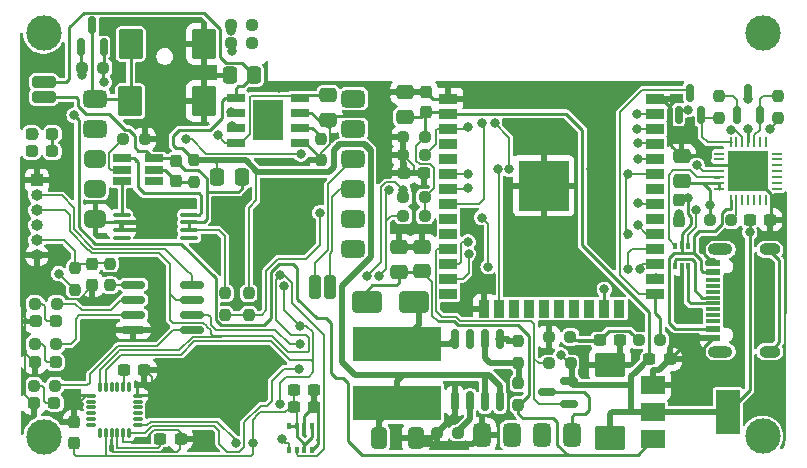
<source format=gbr>
%TF.GenerationSoftware,KiCad,Pcbnew,8.0.6*%
%TF.CreationDate,2024-11-01T17:42:55+02:00*%
%TF.ProjectId,gps_tracer,6770735f-7472-4616-9365-722e6b696361,rev?*%
%TF.SameCoordinates,Original*%
%TF.FileFunction,Copper,L1,Top*%
%TF.FilePolarity,Positive*%
%FSLAX46Y46*%
G04 Gerber Fmt 4.6, Leading zero omitted, Abs format (unit mm)*
G04 Created by KiCad (PCBNEW 8.0.6) date 2024-11-01 17:42:55*
%MOMM*%
%LPD*%
G01*
G04 APERTURE LIST*
G04 Aperture macros list*
%AMRoundRect*
0 Rectangle with rounded corners*
0 $1 Rounding radius*
0 $2 $3 $4 $5 $6 $7 $8 $9 X,Y pos of 4 corners*
0 Add a 4 corners polygon primitive as box body*
4,1,4,$2,$3,$4,$5,$6,$7,$8,$9,$2,$3,0*
0 Add four circle primitives for the rounded corners*
1,1,$1+$1,$2,$3*
1,1,$1+$1,$4,$5*
1,1,$1+$1,$6,$7*
1,1,$1+$1,$8,$9*
0 Add four rect primitives between the rounded corners*
20,1,$1+$1,$2,$3,$4,$5,0*
20,1,$1+$1,$4,$5,$6,$7,0*
20,1,$1+$1,$6,$7,$8,$9,0*
20,1,$1+$1,$8,$9,$2,$3,0*%
G04 Aperture macros list end*
%TA.AperFunction,SMDPad,CuDef*%
%ADD10R,1.525000X0.700000*%
%TD*%
%TA.AperFunction,SMDPad,CuDef*%
%ADD11R,2.513000X3.402000*%
%TD*%
%TA.AperFunction,SMDPad,CuDef*%
%ADD12RoundRect,0.237500X-0.237500X0.250000X-0.237500X-0.250000X0.237500X-0.250000X0.237500X0.250000X0*%
%TD*%
%TA.AperFunction,SMDPad,CuDef*%
%ADD13RoundRect,0.237500X0.237500X-0.250000X0.237500X0.250000X-0.237500X0.250000X-0.237500X-0.250000X0*%
%TD*%
%TA.AperFunction,SMDPad,CuDef*%
%ADD14RoundRect,0.237500X0.237500X-0.300000X0.237500X0.300000X-0.237500X0.300000X-0.237500X-0.300000X0*%
%TD*%
%TA.AperFunction,SMDPad,CuDef*%
%ADD15RoundRect,0.237500X0.250000X0.237500X-0.250000X0.237500X-0.250000X-0.237500X0.250000X-0.237500X0*%
%TD*%
%TA.AperFunction,SMDPad,CuDef*%
%ADD16RoundRect,0.237500X0.300000X0.237500X-0.300000X0.237500X-0.300000X-0.237500X0.300000X-0.237500X0*%
%TD*%
%TA.AperFunction,SMDPad,CuDef*%
%ADD17RoundRect,0.150000X0.150000X-0.587500X0.150000X0.587500X-0.150000X0.587500X-0.150000X-0.587500X0*%
%TD*%
%TA.AperFunction,SMDPad,CuDef*%
%ADD18RoundRect,0.237500X-0.300000X-0.237500X0.300000X-0.237500X0.300000X0.237500X-0.300000X0.237500X0*%
%TD*%
%TA.AperFunction,SMDPad,CuDef*%
%ADD19RoundRect,0.237500X-0.250000X-0.237500X0.250000X-0.237500X0.250000X0.237500X-0.250000X0.237500X0*%
%TD*%
%TA.AperFunction,SMDPad,CuDef*%
%ADD20RoundRect,0.237500X-0.237500X0.300000X-0.237500X-0.300000X0.237500X-0.300000X0.237500X0.300000X0*%
%TD*%
%TA.AperFunction,SMDPad,CuDef*%
%ADD21RoundRect,0.075000X-0.350000X-0.075000X0.350000X-0.075000X0.350000X0.075000X-0.350000X0.075000X0*%
%TD*%
%TA.AperFunction,SMDPad,CuDef*%
%ADD22RoundRect,0.075000X0.075000X-0.350000X0.075000X0.350000X-0.075000X0.350000X-0.075000X-0.350000X0*%
%TD*%
%TA.AperFunction,SMDPad,CuDef*%
%ADD23R,0.375000X0.500000*%
%TD*%
%TA.AperFunction,SMDPad,CuDef*%
%ADD24R,0.300000X0.650000*%
%TD*%
%TA.AperFunction,SMDPad,CuDef*%
%ADD25RoundRect,0.250000X-0.412500X-0.650000X0.412500X-0.650000X0.412500X0.650000X-0.412500X0.650000X0*%
%TD*%
%TA.AperFunction,SMDPad,CuDef*%
%ADD26RoundRect,0.237500X-0.287500X-0.237500X0.287500X-0.237500X0.287500X0.237500X-0.287500X0.237500X0*%
%TD*%
%TA.AperFunction,SMDPad,CuDef*%
%ADD27RoundRect,0.250000X-0.475000X0.337500X-0.475000X-0.337500X0.475000X-0.337500X0.475000X0.337500X0*%
%TD*%
%TA.AperFunction,SMDPad,CuDef*%
%ADD28R,0.350000X0.500000*%
%TD*%
%TA.AperFunction,SMDPad,CuDef*%
%ADD29RoundRect,0.250000X-1.000000X-0.650000X1.000000X-0.650000X1.000000X0.650000X-1.000000X0.650000X0*%
%TD*%
%TA.AperFunction,SMDPad,CuDef*%
%ADD30R,1.240000X0.600000*%
%TD*%
%TA.AperFunction,SMDPad,CuDef*%
%ADD31R,1.240000X0.300000*%
%TD*%
%TA.AperFunction,ComponentPad*%
%ADD32O,2.100000X1.000000*%
%TD*%
%TA.AperFunction,ComponentPad*%
%ADD33O,1.800000X1.000000*%
%TD*%
%TA.AperFunction,SMDPad,CuDef*%
%ADD34RoundRect,0.062500X-0.337500X-0.062500X0.337500X-0.062500X0.337500X0.062500X-0.337500X0.062500X0*%
%TD*%
%TA.AperFunction,SMDPad,CuDef*%
%ADD35RoundRect,0.062500X-0.062500X-0.337500X0.062500X-0.337500X0.062500X0.337500X-0.062500X0.337500X0*%
%TD*%
%TA.AperFunction,SMDPad,CuDef*%
%ADD36R,3.350000X3.350000*%
%TD*%
%TA.AperFunction,SMDPad,CuDef*%
%ADD37RoundRect,0.250000X0.475000X-0.337500X0.475000X0.337500X-0.475000X0.337500X-0.475000X-0.337500X0*%
%TD*%
%TA.AperFunction,SMDPad,CuDef*%
%ADD38R,7.500000X3.000000*%
%TD*%
%TA.AperFunction,SMDPad,CuDef*%
%ADD39RoundRect,0.250000X1.025000X-0.787500X1.025000X0.787500X-1.025000X0.787500X-1.025000X-0.787500X0*%
%TD*%
%TA.AperFunction,SMDPad,CuDef*%
%ADD40RoundRect,0.250000X-0.787500X-1.025000X0.787500X-1.025000X0.787500X1.025000X-0.787500X1.025000X0*%
%TD*%
%TA.AperFunction,SMDPad,CuDef*%
%ADD41R,1.560000X0.650000*%
%TD*%
%TA.AperFunction,SMDPad,CuDef*%
%ADD42RoundRect,0.250000X0.337500X0.475000X-0.337500X0.475000X-0.337500X-0.475000X0.337500X-0.475000X0*%
%TD*%
%TA.AperFunction,SMDPad,CuDef*%
%ADD43R,2.000000X1.500000*%
%TD*%
%TA.AperFunction,SMDPad,CuDef*%
%ADD44R,2.000000X3.800000*%
%TD*%
%TA.AperFunction,SMDPad,CuDef*%
%ADD45RoundRect,0.150000X-0.825000X-0.150000X0.825000X-0.150000X0.825000X0.150000X-0.825000X0.150000X0*%
%TD*%
%TA.AperFunction,SMDPad,CuDef*%
%ADD46RoundRect,0.150000X0.587500X0.150000X-0.587500X0.150000X-0.587500X-0.150000X0.587500X-0.150000X0*%
%TD*%
%TA.AperFunction,SMDPad,CuDef*%
%ADD47RoundRect,0.250000X-0.337500X-0.475000X0.337500X-0.475000X0.337500X0.475000X-0.337500X0.475000X0*%
%TD*%
%TA.AperFunction,ComponentPad*%
%ADD48RoundRect,0.375000X-0.625000X-0.375000X0.625000X-0.375000X0.625000X0.375000X-0.625000X0.375000X0*%
%TD*%
%TA.AperFunction,ComponentPad*%
%ADD49RoundRect,0.375000X-0.525000X-0.375000X0.525000X-0.375000X0.525000X0.375000X-0.525000X0.375000X0*%
%TD*%
%TA.AperFunction,SMDPad,CuDef*%
%ADD50RoundRect,0.100000X0.637500X0.100000X-0.637500X0.100000X-0.637500X-0.100000X0.637500X-0.100000X0*%
%TD*%
%TA.AperFunction,ComponentPad*%
%ADD51RoundRect,0.250000X0.750000X0.250000X-0.750000X0.250000X-0.750000X-0.250000X0.750000X-0.250000X0*%
%TD*%
%TA.AperFunction,ComponentPad*%
%ADD52RoundRect,0.250000X-0.250000X0.750000X-0.250000X-0.750000X0.250000X-0.750000X0.250000X0.750000X0*%
%TD*%
%TA.AperFunction,SMDPad,CuDef*%
%ADD53RoundRect,0.150000X0.150000X-0.675000X0.150000X0.675000X-0.150000X0.675000X-0.150000X-0.675000X0*%
%TD*%
%TA.AperFunction,SMDPad,CuDef*%
%ADD54R,1.500000X0.900000*%
%TD*%
%TA.AperFunction,SMDPad,CuDef*%
%ADD55R,0.900000X1.500000*%
%TD*%
%TA.AperFunction,SMDPad,CuDef*%
%ADD56R,1.050000X1.050000*%
%TD*%
%TA.AperFunction,HeatsinkPad*%
%ADD57C,0.600000*%
%TD*%
%TA.AperFunction,SMDPad,CuDef*%
%ADD58R,4.200000X4.200000*%
%TD*%
%TA.AperFunction,ComponentPad*%
%ADD59RoundRect,0.375000X-0.375000X0.625000X-0.375000X-0.625000X0.375000X-0.625000X0.375000X0.625000X0*%
%TD*%
%TA.AperFunction,ComponentPad*%
%ADD60R,1.000000X1.000000*%
%TD*%
%TA.AperFunction,ComponentPad*%
%ADD61O,1.000000X1.000000*%
%TD*%
%TA.AperFunction,ViaPad*%
%ADD62C,0.800000*%
%TD*%
%TA.AperFunction,ViaPad*%
%ADD63C,3.000000*%
%TD*%
%TA.AperFunction,Conductor*%
%ADD64C,0.150000*%
%TD*%
%TA.AperFunction,Conductor*%
%ADD65C,0.250000*%
%TD*%
%TA.AperFunction,Conductor*%
%ADD66C,0.500000*%
%TD*%
G04 APERTURE END LIST*
D10*
%TO.P,IC1,1,TEMP*%
%TO.N,GND*%
X71932800Y-48310800D03*
%TO.P,IC1,2,PROG*%
%TO.N,Net-(IC1-PROG)*%
X71932800Y-47040800D03*
%TO.P,IC1,3,GND*%
%TO.N,GND*%
X71932800Y-45770800D03*
%TO.P,IC1,4,VCC*%
%TO.N,+5V*%
X71932800Y-44500800D03*
%TO.P,IC1,5,BAT*%
%TO.N,Net-(IC1-BAT)*%
X66508800Y-44500800D03*
%TO.P,IC1,6,STDBY*%
%TO.N,Net-(IC1-STDBY)*%
X66508800Y-45770800D03*
%TO.P,IC1,7,CHRG*%
%TO.N,Net-(IC1-CHRG)*%
X66508800Y-47040800D03*
%TO.P,IC1,8,CE*%
%TO.N,+5V*%
X66508800Y-48310800D03*
D11*
%TO.P,IC1,9*%
%TO.N,N/C*%
X69220800Y-46405800D03*
%TD*%
D12*
%TO.P,R32,1*%
%TO.N,Net-(J2-Pin_5)*%
X52850000Y-58950000D03*
%TO.P,R32,2*%
%TO.N,+3.3V*%
X52850000Y-60775000D03*
%TD*%
D13*
%TO.P,R23,1*%
%TO.N,Net-(U10-IO0)*%
X55850000Y-60375000D03*
%TO.P,R23,2*%
%TO.N,Net-(J2-Pin_5)*%
X55850000Y-58550000D03*
%TD*%
D14*
%TO.P,C15,1*%
%TO.N,GND*%
X54350000Y-60325000D03*
%TO.P,C15,2*%
%TO.N,Net-(J2-Pin_5)*%
X54350000Y-58600000D03*
%TD*%
D15*
%TO.P,R15,1*%
%TO.N,Net-(U10-IO2)*%
X51300000Y-65350000D03*
%TO.P,R15,2*%
%TO.N,Net-(D1-A)*%
X49475000Y-65350000D03*
%TD*%
D16*
%TO.P,C20,1*%
%TO.N,GND*%
X58765000Y-67590000D03*
%TO.P,C20,2*%
%TO.N,Net-(U12-CPOUT)*%
X57040000Y-67590000D03*
%TD*%
D13*
%TO.P,R27,1*%
%TO.N,BATTERY_VOLTAGE*%
X65600000Y-62875000D03*
%TO.P,R27,2*%
%TO.N,Net-(J4-Pin_1)*%
X65600000Y-61050000D03*
%TD*%
D17*
%TO.P,Q1,1,B*%
%TO.N,Net-(Q1-B)*%
X108945600Y-45974000D03*
%TO.P,Q1,2,E*%
%TO.N,DTS*%
X110845600Y-45974000D03*
%TO.P,Q1,3,C*%
%TO.N,EN*%
X109895600Y-44099000D03*
%TD*%
D18*
%TO.P,C4,1*%
%TO.N,+3.3V*%
X101526000Y-66649600D03*
%TO.P,C4,2*%
%TO.N,GND*%
X103251000Y-66649600D03*
%TD*%
D19*
%TO.P,R20,1*%
%TO.N,GND*%
X83515200Y-72898000D03*
%TO.P,R20,2*%
%TO.N,Net-(U11-OC)*%
X85340200Y-72898000D03*
%TD*%
D20*
%TO.P,C25,1*%
%TO.N,GND*%
X52840000Y-71990000D03*
%TO.P,C25,2*%
%TO.N,+3.3V*%
X52840000Y-73715000D03*
%TD*%
D21*
%TO.P,U12,1,CLKIN*%
%TO.N,GND*%
X54280000Y-69730000D03*
%TO.P,U12,2,NC*%
%TO.N,unconnected-(U12-NC-Pad2)*%
X54280000Y-70230000D03*
%TO.P,U12,3,NC*%
%TO.N,unconnected-(U12-NC-Pad3)*%
X54280000Y-70730000D03*
%TO.P,U12,4,NC*%
%TO.N,unconnected-(U12-NC-Pad4)*%
X54280000Y-71230000D03*
%TO.P,U12,5,NC*%
%TO.N,unconnected-(U12-NC-Pad5)*%
X54280000Y-71730000D03*
%TO.P,U12,6,AUX_DA*%
%TO.N,unconnected-(U12-AUX_DA-Pad6)*%
X54280000Y-72230000D03*
D22*
%TO.P,U12,7,AUX_CL*%
%TO.N,unconnected-(U12-AUX_CL-Pad7)*%
X54980000Y-72930000D03*
%TO.P,U12,8,VLOGIC*%
%TO.N,+3.3V*%
X55480000Y-72930000D03*
%TO.P,U12,9,AD0*%
%TO.N,GND*%
X55980000Y-72930000D03*
%TO.P,U12,10,REGOUT*%
%TO.N,Net-(U12-REGOUT)*%
X56480000Y-72930000D03*
%TO.P,U12,11,FSYNC*%
%TO.N,GND*%
X56980000Y-72930000D03*
%TO.P,U12,12,INT*%
%TO.N,MPU5060_INT*%
X57480000Y-72930000D03*
D21*
%TO.P,U12,13,VDD*%
%TO.N,+3.3V*%
X58180000Y-72230000D03*
%TO.P,U12,14,NC*%
%TO.N,unconnected-(U12-NC-Pad14)*%
X58180000Y-71730000D03*
%TO.P,U12,15,NC*%
%TO.N,unconnected-(U12-NC-Pad15)*%
X58180000Y-71230000D03*
%TO.P,U12,16,NC*%
%TO.N,unconnected-(U12-NC-Pad16)*%
X58180000Y-70730000D03*
%TO.P,U12,17,NC*%
%TO.N,unconnected-(U12-NC-Pad17)*%
X58180000Y-70230000D03*
%TO.P,U12,18,GND*%
%TO.N,GND*%
X58180000Y-69730000D03*
D22*
%TO.P,U12,19,RESV*%
%TO.N,unconnected-(U12-RESV-Pad19)*%
X57480000Y-69030000D03*
%TO.P,U12,20,CPOUT*%
%TO.N,Net-(U12-CPOUT)*%
X56980000Y-69030000D03*
%TO.P,U12,21,RESV*%
%TO.N,unconnected-(U12-RESV-Pad21)*%
X56480000Y-69030000D03*
%TO.P,U12,22,RESV*%
%TO.N,unconnected-(U12-RESV-Pad22)*%
X55980000Y-69030000D03*
%TO.P,U12,23,SCL*%
%TO.N,SCL*%
X55480000Y-69030000D03*
%TO.P,U12,24,SDA*%
%TO.N,SDA*%
X54980000Y-69030000D03*
%TD*%
D23*
%TO.P,U2,1,I/O1*%
%TO.N,Net-(P1-D-)*%
X103729500Y-58736600D03*
D24*
%TO.P,U2,2,GND*%
%TO.N,GND*%
X104267000Y-58811600D03*
D23*
%TO.P,U2,3,I/O2*%
%TO.N,Net-(P1-D+)*%
X104804500Y-58736600D03*
%TO.P,U2,4,I/O2*%
%TO.N,Net-(U3-D+)*%
X104804500Y-57036600D03*
D24*
%TO.P,U2,5,VBUS*%
%TO.N,+5V*%
X104267000Y-56961600D03*
D23*
%TO.P,U2,6,I/O1*%
%TO.N,Net-(U3-D-)*%
X103729500Y-57036600D03*
%TD*%
D19*
%TO.P,R8,1*%
%TO.N,Net-(JP6-A)*%
X100609400Y-65049400D03*
%TO.P,R8,2*%
%TO.N,IO0*%
X102434400Y-65049400D03*
%TD*%
D25*
%TO.P,C21,1*%
%TO.N,Net-(IC1-BAT)*%
X78637600Y-73329800D03*
%TO.P,C21,2*%
%TO.N,GND*%
X81762600Y-73329800D03*
%TD*%
D26*
%TO.P,D7,1,K*%
%TO.N,Net-(D7-K)*%
X49220000Y-49050000D03*
%TO.P,D7,2,A*%
%TO.N,+5V*%
X50970000Y-49050000D03*
%TD*%
D27*
%TO.P,C19,1*%
%TO.N,+5V*%
X74325000Y-44297600D03*
%TO.P,C19,2*%
%TO.N,GND*%
X74325000Y-46372600D03*
%TD*%
D28*
%TO.P,U5,1,GND*%
%TO.N,GND*%
X72960000Y-74310000D03*
%TO.P,U5,2,CSB*%
%TO.N,+3.3V*%
X72310000Y-74310000D03*
%TO.P,U5,3,SDI*%
%TO.N,SDA*%
X71660000Y-74310000D03*
%TO.P,U5,4,SCK*%
%TO.N,SCL*%
X71010000Y-74310000D03*
%TO.P,U5,5,SDO*%
%TO.N,+3.3V*%
X71010000Y-72260000D03*
%TO.P,U5,6,VDDIO*%
X71660000Y-72260000D03*
%TO.P,U5,7,GND*%
%TO.N,GND*%
X72310000Y-72260000D03*
%TO.P,U5,8,VDD*%
%TO.N,+3.3V*%
X72960000Y-72260000D03*
%TD*%
D18*
%TO.P,C13,1*%
%TO.N,+3.3V*%
X71420000Y-69220000D03*
%TO.P,C13,2*%
%TO.N,GND*%
X73145000Y-69220000D03*
%TD*%
D19*
%TO.P,R26,1*%
%TO.N,POWER_OF_GSM*%
X53475000Y-41950000D03*
%TO.P,R26,2*%
%TO.N,GSM_POWER_SOURSE*%
X55300000Y-41950000D03*
%TD*%
D15*
%TO.P,JP6,1,A*%
%TO.N,Net-(JP6-A)*%
X94840000Y-64760000D03*
%TO.P,JP6,2,B*%
%TO.N,GND*%
X93015000Y-64760000D03*
%TD*%
D29*
%TO.P,D5,1,K*%
%TO.N,GSM_POWER_SOURSE*%
X77570000Y-61820000D03*
%TO.P,D5,2,A*%
%TO.N,Net-(D5-A)*%
X81570000Y-61820000D03*
%TD*%
D30*
%TO.P,P1,A1,GND*%
%TO.N,GND*%
X106917400Y-64871200D03*
%TO.P,P1,A4,VBUS*%
%TO.N,+5V*%
X106917400Y-64071200D03*
D31*
%TO.P,P1,A5,CC*%
%TO.N,unconnected-(P1-CC-PadA5)*%
X106917400Y-62921200D03*
%TO.P,P1,A6,D+*%
%TO.N,Net-(P1-D+)*%
X106917400Y-61921200D03*
%TO.P,P1,A7,D-*%
%TO.N,Net-(P1-D-)*%
X106917400Y-61421200D03*
%TO.P,P1,A8*%
%TO.N,N/C*%
X106917400Y-60421200D03*
D30*
%TO.P,P1,A9,VBUS*%
%TO.N,+5V*%
X106917400Y-59271200D03*
%TO.P,P1,A12,GND*%
%TO.N,GND*%
X106917400Y-58471200D03*
%TO.P,P1,B1,GND*%
X106917400Y-58471200D03*
%TO.P,P1,B4,VBUS*%
%TO.N,+5V*%
X106917400Y-59271200D03*
D31*
%TO.P,P1,B5,VCONN*%
%TO.N,unconnected-(P1-VCONN-PadB5)*%
X106917400Y-59921200D03*
%TO.P,P1,B6*%
%TO.N,N/C*%
X106917400Y-60921200D03*
%TO.P,P1,B7*%
X106917400Y-62421200D03*
%TO.P,P1,B8*%
X106917400Y-63421200D03*
D30*
%TO.P,P1,B9,VBUS*%
%TO.N,+5V*%
X106917400Y-64071200D03*
%TO.P,P1,B12,GND*%
%TO.N,GND*%
X106917400Y-64871200D03*
D32*
%TO.P,P1,S1,SHIELD*%
%TO.N,unconnected-(P1-SHIELD-PadS1)_3*%
X107517400Y-65991200D03*
D33*
%TO.N,unconnected-(P1-SHIELD-PadS1)_1*%
X111717400Y-65991200D03*
D32*
%TO.N,unconnected-(P1-SHIELD-PadS1)*%
X107517400Y-57351200D03*
D33*
%TO.N,unconnected-(P1-SHIELD-PadS1)_2*%
X111717400Y-57351200D03*
%TD*%
D26*
%TO.P,D1,1,K*%
%TO.N,GND*%
X49500000Y-66900000D03*
%TO.P,D1,2,A*%
%TO.N,Net-(D1-A)*%
X51250000Y-66900000D03*
%TD*%
D15*
%TO.P,R6,1*%
%TO.N,EN*%
X82499200Y-49377600D03*
%TO.P,R6,2*%
%TO.N,GND*%
X80674200Y-49377600D03*
%TD*%
D18*
%TO.P,C6,1*%
%TO.N,+3.3V*%
X110010000Y-54840000D03*
%TO.P,C6,2*%
%TO.N,GND*%
X111735000Y-54840000D03*
%TD*%
D15*
%TO.P,R19,1*%
%TO.N,Net-(U10-IO3)*%
X51215000Y-68870000D03*
%TO.P,R19,2*%
%TO.N,Net-(D4-A)*%
X49390000Y-68870000D03*
%TD*%
D34*
%TO.P,U3,1,~{DCD}*%
%TO.N,unconnected-(U3-~{DCD}-Pad1)*%
X107444200Y-49233200D03*
%TO.P,U3,2,~{RI}/CLK*%
%TO.N,unconnected-(U3-~{RI}{slash}CLK-Pad2)*%
X107444200Y-49733200D03*
%TO.P,U3,3,GND*%
%TO.N,GND*%
X107444200Y-50233200D03*
%TO.P,U3,4,D+*%
%TO.N,Net-(U3-D+)*%
X107444200Y-50733200D03*
%TO.P,U3,5,D-*%
%TO.N,Net-(U3-D-)*%
X107444200Y-51233200D03*
%TO.P,U3,6,VDD*%
%TO.N,+3.3V*%
X107444200Y-51733200D03*
%TO.P,U3,7,VREGIN*%
X107444200Y-52233200D03*
D35*
%TO.P,U3,8,VBUS*%
%TO.N,+5V*%
X108394200Y-53183200D03*
%TO.P,U3,9,~{RST}*%
%TO.N,Net-(U3-~{RST})*%
X108894200Y-53183200D03*
%TO.P,U3,10,NC*%
%TO.N,unconnected-(U3-NC-Pad10)*%
X109394200Y-53183200D03*
%TO.P,U3,11,~{SUSPEND}*%
%TO.N,unconnected-(U3-~{SUSPEND}-Pad11)*%
X109894200Y-53183200D03*
%TO.P,U3,12,SUSPEND*%
%TO.N,unconnected-(U3-SUSPEND-Pad12)*%
X110394200Y-53183200D03*
%TO.P,U3,13,CHREN*%
%TO.N,unconnected-(U3-CHREN-Pad13)*%
X110894200Y-53183200D03*
%TO.P,U3,14,CHR1*%
%TO.N,unconnected-(U3-CHR1-Pad14)*%
X111394200Y-53183200D03*
D34*
%TO.P,U3,15,CHR0*%
%TO.N,unconnected-(U3-CHR0-Pad15)*%
X112344200Y-52233200D03*
%TO.P,U3,16,~{WAKEUP}/GPIO.3*%
%TO.N,unconnected-(U3-~{WAKEUP}{slash}GPIO.3-Pad16)*%
X112344200Y-51733200D03*
%TO.P,U3,17,RS485/GPIO.2*%
%TO.N,unconnected-(U3-RS485{slash}GPIO.2-Pad17)*%
X112344200Y-51233200D03*
%TO.P,U3,18,~{RXT}/GPIO.1*%
%TO.N,unconnected-(U3-~{RXT}{slash}GPIO.1-Pad18)*%
X112344200Y-50733200D03*
%TO.P,U3,19,~{TXT}/GPIO.0*%
%TO.N,unconnected-(U3-~{TXT}{slash}GPIO.0-Pad19)*%
X112344200Y-50233200D03*
%TO.P,U3,20,GPIO.6*%
%TO.N,unconnected-(U3-GPIO.6-Pad20)*%
X112344200Y-49733200D03*
%TO.P,U3,21,GPIO.5*%
%TO.N,unconnected-(U3-GPIO.5-Pad21)*%
X112344200Y-49233200D03*
D35*
%TO.P,U3,22,GPIO.4*%
%TO.N,unconnected-(U3-GPIO.4-Pad22)*%
X111394200Y-48283200D03*
%TO.P,U3,23,~{CTS}*%
%TO.N,unconnected-(U3-~{CTS}-Pad23)*%
X110894200Y-48283200D03*
%TO.P,U3,24,~{RTS}*%
%TO.N,DTS*%
X110394200Y-48283200D03*
%TO.P,U3,25,RXD*%
%TO.N,TXD*%
X109894200Y-48283200D03*
%TO.P,U3,26,TXD*%
%TO.N,RXD*%
X109394200Y-48283200D03*
%TO.P,U3,27,~{DSR}*%
%TO.N,unconnected-(U3-~{DSR}-Pad27)*%
X108894200Y-48283200D03*
%TO.P,U3,28,~{DTR}*%
%TO.N,DTR*%
X108394200Y-48283200D03*
D36*
%TO.P,U3,29,GND*%
%TO.N,GND*%
X109894200Y-50733200D03*
%TD*%
D15*
%TO.P,R9,1*%
%TO.N,+3.3V*%
X82524600Y-54508400D03*
%TO.P,R9,2*%
%TO.N,SCL*%
X80699600Y-54508400D03*
%TD*%
D37*
%TO.P,C22,1*%
%TO.N,GSM_POWER_SOURSE*%
X82300000Y-59215000D03*
%TO.P,C22,2*%
%TO.N,GND*%
X82300000Y-57140000D03*
%TD*%
D38*
%TO.P,L1,1,1*%
%TO.N,Net-(IC1-BAT)*%
X80137000Y-70354200D03*
%TO.P,L1,2,2*%
%TO.N,Net-(D5-A)*%
X80137000Y-65354200D03*
%TD*%
D37*
%TO.P,C23,1*%
%TO.N,GSM_POWER_SOURSE*%
X80300000Y-59225000D03*
%TO.P,C23,2*%
%TO.N,GND*%
X80300000Y-57150000D03*
%TD*%
D19*
%TO.P,R11,1*%
%TO.N,POWER_OF_GPS*%
X93020000Y-67000000D03*
%TO.P,R11,2*%
%TO.N,+3.3V*%
X94845000Y-67000000D03*
%TD*%
%TO.P,R16,1*%
%TO.N,Net-(IC1-STDBY)*%
X66085000Y-39900000D03*
%TO.P,R16,2*%
%TO.N,Net-(D7-K)*%
X67910000Y-39900000D03*
%TD*%
D39*
%TO.P,C3,1*%
%TO.N,+3.3V*%
X98200000Y-73322500D03*
%TO.P,C3,2*%
%TO.N,GND*%
X98200000Y-67097500D03*
%TD*%
D18*
%TO.P,C12,1*%
%TO.N,+3.3V*%
X71415000Y-70730000D03*
%TO.P,C12,2*%
%TO.N,GND*%
X73140000Y-70730000D03*
%TD*%
D17*
%TO.P,Q8,1,G*%
%TO.N,POWER_OF_GSM*%
X53406000Y-40229000D03*
%TO.P,Q8,2,S*%
%TO.N,GSM_POWER_SOURSE*%
X55306000Y-40229000D03*
%TO.P,Q8,3,D*%
%TO.N,Net-(Q8-D)*%
X54356000Y-38354000D03*
%TD*%
D40*
%TO.P,C14,1*%
%TO.N,Net-(Q8-D)*%
X57568100Y-44805600D03*
%TO.P,C14,2*%
%TO.N,GND*%
X63793100Y-44805600D03*
%TD*%
D19*
%TO.P,R13,1*%
%TO.N,Net-(IC1-CHRG)*%
X66085000Y-38376000D03*
%TO.P,R13,2*%
%TO.N,Net-(D6-K)*%
X67910000Y-38376000D03*
%TD*%
D16*
%TO.P,C8,1*%
%TO.N,GND*%
X82473800Y-50901600D03*
%TO.P,C8,2*%
X80748800Y-50901600D03*
%TD*%
D13*
%TO.P,R5,1*%
%TO.N,Net-(Q2-B)*%
X112395000Y-46202600D03*
%TO.P,R5,2*%
%TO.N,DTS*%
X112395000Y-44377600D03*
%TD*%
D19*
%TO.P,R2,1*%
%TO.N,+3.3V*%
X106640000Y-54860000D03*
%TO.P,R2,2*%
%TO.N,Net-(U3-~{RST})*%
X108465000Y-54860000D03*
%TD*%
D41*
%TO.P,U9,1,OD*%
%TO.N,OD*%
X56863000Y-49646800D03*
%TO.P,U9,2,CS*%
%TO.N,Net-(U9-CS)*%
X56863000Y-50596800D03*
%TO.P,U9,3,OC*%
%TO.N,OC*%
X56863000Y-51546800D03*
%TO.P,U9,4,TD*%
%TO.N,unconnected-(U9-TD-Pad4)*%
X59563000Y-51546800D03*
%TO.P,U9,5,VCC*%
%TO.N,Net-(U9-VCC)*%
X59563000Y-50596800D03*
%TO.P,U9,6,GND*%
%TO.N,Net-(J4-Pin_1)*%
X59563000Y-49646800D03*
%TD*%
D14*
%TO.P,C10,1*%
%TO.N,+3.3V*%
X82600800Y-45717800D03*
%TO.P,C10,2*%
%TO.N,GND*%
X82600800Y-43992800D03*
%TD*%
D12*
%TO.P,R4,1*%
%TO.N,Net-(Q1-B)*%
X107416600Y-44373800D03*
%TO.P,R4,2*%
%TO.N,DTR*%
X107416600Y-46198800D03*
%TD*%
D42*
%TO.P,C17,1*%
%TO.N,Net-(IC1-BAT)*%
X68046600Y-42621200D03*
%TO.P,C17,2*%
%TO.N,GND*%
X65971600Y-42621200D03*
%TD*%
D12*
%TO.P,R14,1*%
%TO.N,Net-(IC1-BAT)*%
X62966600Y-49785900D03*
%TO.P,R14,2*%
%TO.N,Net-(U9-VCC)*%
X62966600Y-51610900D03*
%TD*%
D43*
%TO.P,U1,1,GND*%
%TO.N,GND*%
X101853600Y-68820000D03*
%TO.P,U1,2,VO*%
%TO.N,+3.3V*%
X101853600Y-71120000D03*
D44*
X108153600Y-71120000D03*
D43*
%TO.P,U1,3,VI*%
%TO.N,GSM_POWER_SOURSE*%
X101853600Y-73420000D03*
%TD*%
D45*
%TO.P,U10,8,VDD*%
%TO.N,+3.3V*%
X62775000Y-60345000D03*
%TO.P,U10,7,SDA*%
%TO.N,SDA*%
X62775000Y-61615000D03*
%TO.P,U10,6,SCL*%
%TO.N,SCL*%
X62775000Y-62885000D03*
%TO.P,U10,5,IO3*%
%TO.N,Net-(U10-IO3)*%
X62775000Y-64155000D03*
%TO.P,U10,4,VSS*%
%TO.N,GND*%
X57825000Y-64155000D03*
%TO.P,U10,3,IO2*%
%TO.N,Net-(U10-IO2)*%
X57825000Y-62885000D03*
%TO.P,U10,2,IO1*%
%TO.N,Net-(U10-IO1)*%
X57825000Y-61615000D03*
%TO.P,U10,1,IO0*%
%TO.N,Net-(U10-IO0)*%
X57825000Y-60345000D03*
%TD*%
D46*
%TO.P,Q3,1,G*%
%TO.N,POWER_OF_GPS*%
X94716600Y-70403800D03*
%TO.P,Q3,2,S*%
%TO.N,+3.3V*%
X94716600Y-68503800D03*
%TO.P,Q3,3,D*%
%TO.N,Net-(Q3-D)*%
X92841600Y-69453800D03*
%TD*%
D37*
%TO.P,C9,1*%
%TO.N,+3.3V*%
X80822800Y-46118600D03*
%TO.P,C9,2*%
%TO.N,GND*%
X80822800Y-44043600D03*
%TD*%
D13*
%TO.P,R17,1*%
%TO.N,GND*%
X73740000Y-49810000D03*
%TO.P,R17,2*%
%TO.N,Net-(IC1-PROG)*%
X73740000Y-47985000D03*
%TD*%
D47*
%TO.P,C26,1*%
%TO.N,Net-(IC1-BAT)*%
X64935000Y-51250000D03*
%TO.P,C26,2*%
%TO.N,Net-(J4-Pin_1)*%
X67010000Y-51250000D03*
%TD*%
D15*
%TO.P,R7,1*%
%TO.N,+3.3V*%
X82524600Y-52933600D03*
%TO.P,R7,2*%
%TO.N,SDA*%
X80699600Y-52933600D03*
%TD*%
D18*
%TO.P,C11,1*%
%TO.N,Net-(JP6-A)*%
X97325000Y-65050000D03*
%TO.P,C11,2*%
%TO.N,GND*%
X99050000Y-65050000D03*
%TD*%
D26*
%TO.P,D2,1,K*%
%TO.N,GND*%
X49550000Y-63450000D03*
%TO.P,D2,2,A*%
%TO.N,Net-(D2-A)*%
X51300000Y-63450000D03*
%TD*%
D12*
%TO.P,R21,1*%
%TO.N,Net-(U11-FB)*%
X90410000Y-68685400D03*
%TO.P,R21,2*%
%TO.N,GSM_POWER_SOURSE*%
X90410000Y-70510400D03*
%TD*%
D48*
%TO.P,U7,1,VCC*%
%TO.N,Net-(Q8-D)*%
X54620000Y-44580000D03*
%TO.P,U7,2,RST*%
%TO.N,RST_GSM*%
X54620000Y-47120000D03*
D49*
%TO.P,U7,3,RXD*%
%TO.N,RXD_GSM*%
X54620000Y-49660000D03*
%TO.P,U7,4,TXD*%
%TO.N,TXD_GSM*%
X54620000Y-52200000D03*
%TO.P,U7,5,GND*%
%TO.N,GND*%
X54620000Y-54740000D03*
D48*
%TO.P,U7,6,SPKM*%
%TO.N,unconnected-(U7-SPKM-Pad6)*%
X76464000Y-57280000D03*
%TO.P,U7,7,SPKN*%
%TO.N,unconnected-(U7-SPKN-Pad7)*%
X76464000Y-54740000D03*
%TO.P,U7,8,MICN*%
%TO.N,Net-(J1-Pin_1)*%
X76464000Y-52200000D03*
%TO.P,U7,9,MICP*%
%TO.N,Net-(J1-Pin_2)*%
X76464000Y-49660000D03*
%TO.P,U7,10,DTR*%
%TO.N,unconnected-(U7-DTR-Pad10)*%
X76464000Y-47120000D03*
%TO.P,U7,11,RING*%
%TO.N,unconnected-(U7-RING-Pad11)*%
X76464000Y-44580000D03*
%TD*%
D16*
%TO.P,C24,1*%
%TO.N,GND*%
X61830000Y-73370000D03*
%TO.P,C24,2*%
%TO.N,Net-(U12-REGOUT)*%
X60105000Y-73370000D03*
%TD*%
D40*
%TO.P,C2,1*%
%TO.N,Net-(Q8-D)*%
X57607200Y-39954200D03*
%TO.P,C2,2*%
%TO.N,GND*%
X63832200Y-39954200D03*
%TD*%
D15*
%TO.P,R1,1*%
%TO.N,Net-(U10-IO1)*%
X51325000Y-61950000D03*
%TO.P,R1,2*%
%TO.N,Net-(D2-A)*%
X49500000Y-61950000D03*
%TD*%
%TO.P,R18,1*%
%TO.N,GND*%
X58780000Y-48010000D03*
%TO.P,R18,2*%
%TO.N,Net-(U9-CS)*%
X56955000Y-48010000D03*
%TD*%
D50*
%TO.P,U8,1,D12*%
%TO.N,unconnected-(U8-D12-Pad1)*%
X62552500Y-56347000D03*
%TO.P,U8,2,S1*%
%TO.N,Net-(J4-Pin_1)*%
X62552500Y-55697000D03*
%TO.P,U8,3,S1*%
X62552500Y-55047000D03*
%TO.P,U8,4,G1*%
%TO.N,OD*%
X62552500Y-54397000D03*
%TO.P,U8,5,G2*%
%TO.N,OC*%
X56827500Y-54397000D03*
%TO.P,U8,6,S2*%
%TO.N,GND*%
X56827500Y-55047000D03*
%TO.P,U8,7,S2*%
X56827500Y-55697000D03*
%TO.P,U8,8,D12*%
%TO.N,unconnected-(U8-D12-Pad8)*%
X56827500Y-56347000D03*
%TD*%
D15*
%TO.P,R3,1*%
%TO.N,+3.3V*%
X82499200Y-47853600D03*
%TO.P,R3,2*%
%TO.N,GND*%
X80674200Y-47853600D03*
%TD*%
D12*
%TO.P,R22,1*%
%TO.N,GND*%
X90410000Y-65130000D03*
%TO.P,R22,2*%
%TO.N,Net-(U11-FB)*%
X90410000Y-66955000D03*
%TD*%
D17*
%TO.P,Q2,1,B*%
%TO.N,Net-(Q2-B)*%
X103992600Y-45948600D03*
%TO.P,Q2,2,E*%
%TO.N,DTR*%
X105892600Y-45948600D03*
%TO.P,Q2,3,C*%
%TO.N,IO0*%
X104942600Y-44073600D03*
%TD*%
D37*
%TO.P,C7,1*%
%TO.N,+3.3V*%
X104241600Y-51554200D03*
%TO.P,C7,2*%
%TO.N,GND*%
X104241600Y-49479200D03*
%TD*%
D26*
%TO.P,D6,1,K*%
%TO.N,Net-(D6-K)*%
X49230000Y-47550000D03*
%TO.P,D6,2,A*%
%TO.N,+5V*%
X50980000Y-47550000D03*
%TD*%
D51*
%TO.P,J4,1,Pin_1*%
%TO.N,Net-(J4-Pin_1)*%
X50240000Y-44450000D03*
%TO.P,J4,2,Pin_2*%
%TO.N,Net-(IC1-BAT)*%
X50240000Y-43180000D03*
%TD*%
D52*
%TO.P,J1,1,Pin_1*%
%TO.N,Net-(J1-Pin_1)*%
X74440000Y-60560000D03*
%TO.P,J1,2,Pin_2*%
%TO.N,Net-(J1-Pin_2)*%
X73170000Y-60560000D03*
%TD*%
D26*
%TO.P,D4,1,K*%
%TO.N,GND*%
X49400000Y-70350000D03*
%TO.P,D4,2,A*%
%TO.N,Net-(D4-A)*%
X51150000Y-70350000D03*
%TD*%
D20*
%TO.P,C5,1*%
%TO.N,+5V*%
X104025000Y-53187500D03*
%TO.P,C5,2*%
%TO.N,GND*%
X104025000Y-54912500D03*
%TD*%
D53*
%TO.P,U11,1,PGND*%
%TO.N,GND*%
X85064600Y-70189000D03*
%TO.P,U11,2,OC*%
%TO.N,Net-(U11-OC)*%
X86334600Y-70189000D03*
%TO.P,U11,3,Vcc*%
%TO.N,Net-(IC1-BAT)*%
X87604600Y-70189000D03*
%TO.P,U11,4,EN*%
X88874600Y-70189000D03*
%TO.P,U11,5,GND*%
%TO.N,GND*%
X88874600Y-64939000D03*
%TO.P,U11,6,FB*%
%TO.N,Net-(U11-FB)*%
X87604600Y-64939000D03*
%TO.P,U11,7,NC*%
%TO.N,unconnected-(U11-NC-Pad7)*%
X86334600Y-64939000D03*
%TO.P,U11,8,LX*%
%TO.N,Net-(D5-A)*%
X85064600Y-64939000D03*
%TD*%
D14*
%TO.P,C18,1*%
%TO.N,Net-(U9-VCC)*%
X61442600Y-51560900D03*
%TO.P,C18,2*%
%TO.N,Net-(J4-Pin_1)*%
X61442600Y-49835900D03*
%TD*%
D12*
%TO.P,R25,1*%
%TO.N,Net-(IC1-BAT)*%
X67600000Y-61050000D03*
%TO.P,R25,2*%
%TO.N,BATTERY_VOLTAGE*%
X67600000Y-62875000D03*
%TD*%
D54*
%TO.P,U4,1,GND*%
%TO.N,GND*%
X84506400Y-44602400D03*
%TO.P,U4,2,VDD*%
%TO.N,+3.3V*%
X84506400Y-45872400D03*
%TO.P,U4,3,EN*%
%TO.N,EN*%
X84506400Y-47142400D03*
%TO.P,U4,4,SENSOR_VP*%
%TO.N,SEN_VP*%
X84506400Y-48412400D03*
%TO.P,U4,5,SENSOR_VN*%
%TO.N,SEN_VN*%
X84506400Y-49682400D03*
%TO.P,U4,6,IO34*%
%TO.N,MPU5060_INT*%
X84506400Y-50952400D03*
%TO.P,U4,7,IO35*%
%TO.N,BATTERY_VOLTAGE*%
X84506400Y-52222400D03*
%TO.P,U4,8,IO32*%
%TO.N,RST_GSM*%
X84506400Y-53492400D03*
%TO.P,U4,9,IO33*%
%TO.N,unconnected-(U4-IO33-Pad9)*%
X84506400Y-54762400D03*
%TO.P,U4,10,IO25*%
%TO.N,unconnected-(U4-IO25-Pad10)*%
X84506400Y-56032400D03*
%TO.P,U4,11,IO26*%
%TO.N,POWER_OF_GPS*%
X84506400Y-57302400D03*
%TO.P,U4,12,IO27*%
%TO.N,POWER_OF_GSM*%
X84506400Y-58572400D03*
%TO.P,U4,13,IO14*%
%TO.N,MICROSD_CLK*%
X84506400Y-59842400D03*
%TO.P,U4,14,IO12*%
%TO.N,unconnected-(U4-IO12-Pad14)*%
X84506400Y-61112400D03*
D55*
%TO.P,U4,15,GND*%
%TO.N,GND*%
X87546400Y-62362400D03*
%TO.P,U4,16,IO13*%
%TO.N,MICROSD_CS*%
X88816400Y-62362400D03*
%TO.P,U4,17,SHD/SD2*%
%TO.N,unconnected-(U4-SHD{slash}SD2-Pad17)*%
X90086400Y-62362400D03*
%TO.P,U4,18,SWP/SD3*%
%TO.N,unconnected-(U4-SWP{slash}SD3-Pad18)*%
X91356400Y-62362400D03*
%TO.P,U4,19,SCS/CMD*%
%TO.N,unconnected-(U4-SCS{slash}CMD-Pad19)*%
X92626400Y-62362400D03*
%TO.P,U4,20,SCK/CLK*%
%TO.N,unconnected-(U4-SCK{slash}CLK-Pad20)*%
X93896400Y-62362400D03*
%TO.P,U4,21,SDO/SD0*%
%TO.N,unconnected-(U4-SDO{slash}SD0-Pad21)*%
X95166400Y-62362400D03*
%TO.P,U4,22,SDI/SD1*%
%TO.N,unconnected-(U4-SDI{slash}SD1-Pad22)*%
X96436400Y-62362400D03*
%TO.P,U4,23,IO15*%
%TO.N,RXD_GSM*%
X97706400Y-62362400D03*
%TO.P,U4,24,IO2*%
%TO.N,unconnected-(U4-IO2-Pad24)*%
X98976400Y-62362400D03*
D54*
%TO.P,U4,25,IO0*%
%TO.N,IO0*%
X102006400Y-61112400D03*
%TO.P,U4,26,IO4*%
%TO.N,EXTERNAL_WOKE_UP*%
X102006400Y-59842400D03*
%TO.P,U4,27,IO16*%
%TO.N,GPS_TX*%
X102006400Y-58572400D03*
%TO.P,U4,28,IO17*%
%TO.N,GPS_RX*%
X102006400Y-57302400D03*
%TO.P,U4,29,IO5*%
%TO.N,TXD_GSM*%
X102006400Y-56032400D03*
%TO.P,U4,30,IO18*%
%TO.N,unconnected-(U4-IO18-Pad30)*%
X102006400Y-54762400D03*
%TO.P,U4,31,IO19*%
%TO.N,MICROSD_MISO*%
X102006400Y-53492400D03*
%TO.P,U4,32,NC*%
%TO.N,unconnected-(U4-NC-Pad32)*%
X102006400Y-52222400D03*
%TO.P,U4,33,IO21*%
%TO.N,SDA*%
X102006400Y-50952400D03*
%TO.P,U4,34,RXD0/IO3*%
%TO.N,RXD*%
X102006400Y-49682400D03*
%TO.P,U4,35,TXD0/IO1*%
%TO.N,TXD*%
X102006400Y-48412400D03*
%TO.P,U4,36,IO22*%
%TO.N,SCL*%
X102006400Y-47142400D03*
%TO.P,U4,37,IO23*%
%TO.N,MICROSD_MOSI*%
X102006400Y-45872400D03*
%TO.P,U4,38,GND*%
%TO.N,GND*%
X102006400Y-44602400D03*
D56*
%TO.P,U4,39,GND*%
X91051400Y-50417400D03*
D57*
X91051400Y-51179900D03*
D56*
X91051400Y-51942400D03*
D57*
X91051400Y-52704900D03*
D56*
X91051400Y-53467400D03*
D57*
X91813900Y-50417400D03*
X91813900Y-51942400D03*
X91813900Y-53467400D03*
D56*
X92576400Y-50417400D03*
D57*
X92576400Y-51179900D03*
D56*
X92576400Y-51942400D03*
D58*
X92576400Y-51942400D03*
D57*
X92576400Y-52704900D03*
D56*
X92576400Y-53467400D03*
D57*
X93338900Y-50417400D03*
X93338900Y-51942400D03*
X93338900Y-53467400D03*
D56*
X94101400Y-50417400D03*
D57*
X94101400Y-51179900D03*
D56*
X94101400Y-51942400D03*
D57*
X94101400Y-52704900D03*
D56*
X94101400Y-53467400D03*
%TD*%
D59*
%TO.P,U6,1,VCC*%
%TO.N,Net-(Q3-D)*%
X94945200Y-73075800D03*
%TO.P,U6,2,RX*%
%TO.N,GPS_RX*%
X92405200Y-73075800D03*
%TO.P,U6,3,TX*%
%TO.N,GPS_TX*%
X89865200Y-73075800D03*
%TO.P,U6,4,GND*%
%TO.N,GND*%
X87325200Y-73075800D03*
%TD*%
D60*
%TO.P,J2,1,Pin_1*%
%TO.N,GND*%
X49650000Y-51500000D03*
D61*
%TO.P,J2,2,Pin_2*%
%TO.N,+3.3V*%
X49650000Y-52770000D03*
%TO.P,J2,3,Pin_3*%
%TO.N,SDA*%
X49650000Y-54040000D03*
%TO.P,J2,4,Pin_4*%
%TO.N,SCL*%
X49650000Y-55310000D03*
%TO.P,J2,5,Pin_5*%
%TO.N,Net-(J2-Pin_5)*%
X49650000Y-56580000D03*
%TO.P,J2,6,Pin_6*%
%TO.N,GND*%
X49650000Y-57850000D03*
%TD*%
D62*
%TO.N,GND*%
X69900000Y-57300000D03*
X71600000Y-57350000D03*
%TO.N,+3.3V*%
X51500000Y-59400000D03*
D63*
%TO.N,*%
X111100000Y-39050000D03*
X111100000Y-39050000D03*
X111100000Y-73180000D03*
X50240000Y-39030000D03*
D62*
%TO.N,GSM_POWER_SOURSE*%
X52813081Y-45983081D03*
X55372000Y-43180000D03*
%TO.N,GND*%
X78200000Y-44510000D03*
X60380000Y-43530000D03*
X85720000Y-62250000D03*
X74422000Y-46736000D03*
X109150000Y-60200000D03*
X61640000Y-38950000D03*
X111560000Y-63210000D03*
X96710000Y-54350000D03*
X49110000Y-45560000D03*
X108990000Y-49810000D03*
X49383869Y-60176483D03*
X110820000Y-49840000D03*
X87560000Y-60550000D03*
X70130000Y-43660000D03*
X73180000Y-70770000D03*
X63770000Y-73350000D03*
X103280000Y-66660000D03*
X104035392Y-54330500D03*
X66040000Y-42672000D03*
X96580000Y-50560000D03*
X87120000Y-56190000D03*
X64100000Y-57450000D03*
X49380000Y-70370000D03*
X86500000Y-44600000D03*
X58166000Y-46736000D03*
X60000000Y-61000000D03*
X104620000Y-63170000D03*
X69240000Y-66340000D03*
X52830000Y-71970000D03*
X111506000Y-67818000D03*
X59840000Y-70160000D03*
X100470000Y-62990000D03*
X81830000Y-73360000D03*
X90260000Y-55170000D03*
X104010000Y-60670000D03*
X96520000Y-63754000D03*
X63330000Y-44240000D03*
X104200000Y-49450000D03*
X88900000Y-64900000D03*
X50780000Y-41170000D03*
X55350000Y-38150000D03*
X52100000Y-50450000D03*
X111560000Y-59500000D03*
X108990000Y-51540000D03*
X80320000Y-57127500D03*
X92340000Y-59210000D03*
X90950000Y-46660500D03*
X99010000Y-67690000D03*
X62270000Y-53410000D03*
X65330000Y-67740000D03*
X92500000Y-44990000D03*
X69040000Y-52740000D03*
X109150000Y-62550000D03*
X54180000Y-66550000D03*
X105570000Y-68690000D03*
X110790000Y-51520000D03*
X96740000Y-45570000D03*
X111506000Y-70612000D03*
X60198000Y-46736000D03*
%TO.N,+3.3V*%
X82524600Y-54508400D03*
X106620000Y-53590000D03*
X66522902Y-73766816D03*
X110010000Y-55910000D03*
X52840000Y-73715000D03*
X94025337Y-66301868D03*
X67920000Y-73766816D03*
%TO.N,+5V*%
X74325000Y-44297600D03*
X64973056Y-47676944D03*
X50980000Y-47550000D03*
X104800000Y-53025000D03*
%TO.N,SDA*%
X80683798Y-52354500D03*
X77640000Y-59560000D03*
X99679500Y-56080000D03*
X70279549Y-59515049D03*
X99679500Y-50950000D03*
%TO.N,SCL*%
X70390000Y-73400000D03*
X71910000Y-65370000D03*
X70579429Y-60468504D03*
X71930500Y-63790000D03*
X79490000Y-52354500D03*
X70230000Y-70455500D03*
X78639498Y-59556808D03*
X100500000Y-47130000D03*
%TO.N,EN*%
X86200000Y-46960000D03*
X109860000Y-44610000D03*
%TO.N,Net-(Q2-B)*%
X104780000Y-45525500D03*
X111710000Y-47150000D03*
%TO.N,TXD*%
X109907701Y-47157701D03*
X100540000Y-48340000D03*
%TO.N,RXD*%
X100560000Y-49650000D03*
X108430000Y-47220000D03*
%TO.N,Net-(U3-D+)*%
X105484555Y-54008078D03*
X105540000Y-50194500D03*
%TO.N,GPS_TX*%
X100741492Y-59011906D03*
%TO.N,GPS_RX*%
X99680000Y-59010000D03*
%TO.N,MICROSD_MISO*%
X71990000Y-49260302D03*
X100590000Y-53450000D03*
X62247299Y-48022701D03*
%TO.N,MICROSD_CLK*%
X86208426Y-57705663D03*
%TO.N,TXD_GSM*%
X100540000Y-55304500D03*
%TO.N,RXD_GSM*%
X97700000Y-60740000D03*
%TO.N,POWER_OF_GSM*%
X88411694Y-46660500D03*
X86170000Y-56706900D03*
X89670000Y-50570000D03*
X53447944Y-42597944D03*
%TO.N,MICROSD_MOSI*%
X100510000Y-45880000D03*
%TO.N,MICROSD_CS*%
X88670000Y-50560000D03*
%TO.N,Net-(D6-K)*%
X67980000Y-38330000D03*
X49404500Y-47550000D03*
%TO.N,Net-(D7-K)*%
X67880000Y-39920000D03*
X49220000Y-49050000D03*
%TO.N,Net-(IC1-STDBY)*%
X66110000Y-45750000D03*
X66150000Y-40550000D03*
%TO.N,Net-(IC1-CHRG)*%
X66150000Y-46935500D03*
X66100000Y-38825500D03*
%TO.N,BATTERY_VOLTAGE*%
X86120000Y-52170000D03*
X73620567Y-54245500D03*
%TO.N,MPU5060_INT*%
X87870000Y-58820000D03*
X86150000Y-50940000D03*
X87320000Y-54650000D03*
X71840000Y-67445500D03*
%TO.N,RST_GSM*%
X87330000Y-46660500D03*
D63*
%TO.N,Net-(BT1-+)*%
X50270000Y-73200000D03*
D62*
%TO.N,EXTERNAL_WOKE_UP*%
X102075000Y-59800000D03*
%TD*%
D64*
%TO.N,Net-(D1-A)*%
X50360000Y-66750000D02*
X50500000Y-66890000D01*
X50500000Y-66890000D02*
X51180000Y-66890000D01*
X50360000Y-65600000D02*
X50360000Y-66750000D01*
X50120000Y-65360000D02*
X50360000Y-65600000D01*
%TO.N,BATTERY_VOLTAGE*%
X65600000Y-62875000D02*
X67600000Y-62875000D01*
%TO.N,SDA*%
X64050000Y-63874974D02*
X64362514Y-64187488D01*
X64050000Y-63849804D02*
X64050000Y-63874974D01*
X63750196Y-63550000D02*
X64050000Y-63849804D01*
%TO.N,SCL*%
X71050000Y-65370000D02*
X71910000Y-65370000D01*
X64850000Y-64180000D02*
X69860000Y-64180000D01*
X64400000Y-63730000D02*
X64850000Y-64180000D01*
X69860000Y-64180000D02*
X71050000Y-65370000D01*
X64400000Y-63100000D02*
X64400000Y-63730000D01*
X63985000Y-62885000D02*
X64185000Y-62885000D01*
X64185000Y-62885000D02*
X64400000Y-63100000D01*
%TO.N,Net-(J2-Pin_5)*%
X52850000Y-57450000D02*
X52850000Y-58950000D01*
X51980000Y-56580000D02*
X52850000Y-57450000D01*
X49650000Y-56580000D02*
X51980000Y-56580000D01*
%TO.N,+3.3V*%
X51500000Y-59400000D02*
X51500000Y-59412500D01*
X51500000Y-59412500D02*
X52850000Y-60762500D01*
%TO.N,GND*%
X48627500Y-60857500D02*
X48627500Y-63160000D01*
X49308517Y-60176483D02*
X48627500Y-60857500D01*
X49383869Y-60176483D02*
X49308517Y-60176483D01*
X54200000Y-60643866D02*
X54200000Y-60325000D01*
X53306366Y-61537500D02*
X54200000Y-60643866D01*
X51968634Y-61112500D02*
X52393634Y-61537500D01*
X49383869Y-60176483D02*
X50319886Y-61112500D01*
X50319886Y-61112500D02*
X51968634Y-61112500D01*
X52393634Y-61537500D02*
X53306366Y-61537500D01*
%TO.N,Net-(J2-Pin_5)*%
X53200000Y-58600000D02*
X52850000Y-58950000D01*
X54350000Y-58600000D02*
X53200000Y-58600000D01*
X54000000Y-58950000D02*
X54350000Y-58600000D01*
%TO.N,Net-(U10-IO1)*%
X53450000Y-62500000D02*
X52900000Y-61950000D01*
X55900000Y-62500000D02*
X53450000Y-62500000D01*
X52900000Y-61950000D02*
X51325000Y-61950000D01*
X56785000Y-61615000D02*
X55900000Y-62500000D01*
X57825000Y-61615000D02*
X56785000Y-61615000D01*
%TO.N,Net-(U10-IO2)*%
X52550000Y-65350000D02*
X51300000Y-65350000D01*
X52950000Y-64950000D02*
X52550000Y-65350000D01*
X53265000Y-62885000D02*
X52950000Y-63200000D01*
X52950000Y-63200000D02*
X52950000Y-64950000D01*
X57825000Y-62885000D02*
X53265000Y-62885000D01*
%TO.N,Net-(U10-IO0)*%
X55750000Y-60375000D02*
X57795000Y-60375000D01*
X57795000Y-60375000D02*
X57825000Y-60345000D01*
X57514804Y-60345000D02*
X57825000Y-60345000D01*
%TO.N,SDA*%
X60950000Y-58600000D02*
X60950000Y-61150000D01*
X60000000Y-57650000D02*
X60950000Y-58600000D01*
X54305025Y-57650000D02*
X60000000Y-57650000D01*
X54072000Y-57416975D02*
X54305025Y-57650000D01*
X54027513Y-57372487D02*
X54072000Y-57416975D01*
X52450000Y-55794974D02*
X54027513Y-57372487D01*
X52450000Y-54450000D02*
X52450000Y-55794974D01*
X52040000Y-54040000D02*
X52450000Y-54450000D01*
X50000000Y-54040000D02*
X52040000Y-54040000D01*
%TO.N,+3.3V*%
X54422000Y-57272000D02*
X60522000Y-57272000D01*
X52800000Y-55650000D02*
X54422000Y-57272000D01*
X52800000Y-55450000D02*
X52800000Y-55650000D01*
X60522000Y-57272000D02*
X62320000Y-59070000D01*
X52800000Y-53800000D02*
X52800000Y-55450000D01*
D65*
%TO.N,GSM_POWER_SOURSE*%
X75990000Y-68660000D02*
X75990000Y-71580000D01*
X75000000Y-68260000D02*
X75590000Y-68260000D01*
X74540000Y-63584014D02*
X74540000Y-67800000D01*
X74540000Y-67800000D02*
X75000000Y-68260000D01*
X73340000Y-63154014D02*
X74110000Y-63154014D01*
X74110000Y-63154014D02*
X74540000Y-63584014D01*
X71690000Y-61504014D02*
X73340000Y-63154014D01*
X71690000Y-58960000D02*
X71690000Y-61504014D01*
X71350000Y-58620000D02*
X71690000Y-58960000D01*
X69470000Y-63170000D02*
X69470000Y-59300000D01*
X75590000Y-68260000D02*
X75990000Y-68660000D01*
X64800000Y-63364576D02*
X65215424Y-63780000D01*
X61872000Y-56872000D02*
X64800000Y-59800000D01*
X68860000Y-63780000D02*
X69470000Y-63170000D01*
X54622000Y-56872000D02*
X61872000Y-56872000D01*
X70150000Y-58620000D02*
X71350000Y-58620000D01*
X53200000Y-55450000D02*
X54622000Y-56872000D01*
X52813081Y-45983081D02*
X53200000Y-46370000D01*
X69470000Y-59300000D02*
X70150000Y-58620000D01*
X53200000Y-46370000D02*
X53200000Y-55450000D01*
X65215424Y-63780000D02*
X68860000Y-63780000D01*
X64800000Y-59800000D02*
X64800000Y-63364576D01*
D64*
%TO.N,Net-(J2-Pin_5)*%
X55625000Y-58525000D02*
X55700000Y-58600000D01*
X54200000Y-58525000D02*
X55625000Y-58525000D01*
%TO.N,SDA*%
X61150000Y-63550000D02*
X63750196Y-63550000D01*
X60950000Y-63350000D02*
X61150000Y-63550000D01*
X60950000Y-61150000D02*
X60950000Y-63350000D01*
%TO.N,Net-(U10-IO3)*%
X56302513Y-65752512D02*
X54130000Y-67925026D01*
X56507538Y-65547487D02*
X56302513Y-65752512D01*
X59802513Y-65547487D02*
X56507538Y-65547487D01*
X54130000Y-67925026D02*
X54130000Y-68400000D01*
X61195000Y-64155000D02*
X59802513Y-65547487D01*
X62775000Y-64155000D02*
X61195000Y-64155000D01*
X54130000Y-67920000D02*
X54130000Y-68400000D01*
X54130000Y-68400000D02*
X54130000Y-68620000D01*
%TO.N,SDA*%
X56652513Y-65897487D02*
X56500000Y-66050000D01*
X61687539Y-65897487D02*
X56652513Y-65897487D01*
X62855026Y-64730000D02*
X61687539Y-65897487D01*
X65240000Y-64730000D02*
X62855026Y-64730000D01*
X65250000Y-64720000D02*
X65240000Y-64730000D01*
X56500000Y-66050000D02*
X54980000Y-67570000D01*
X65250000Y-64720000D02*
X69600000Y-64720000D01*
X64600000Y-64720000D02*
X65250000Y-64720000D01*
%TO.N,SCL*%
X61832513Y-66247487D02*
X63000000Y-65080000D01*
X56797487Y-66247487D02*
X61832513Y-66247487D01*
X69465026Y-65080000D02*
X63000000Y-65080000D01*
X56797487Y-66247487D02*
X55480000Y-67564974D01*
X63985000Y-62885000D02*
X62775000Y-62885000D01*
%TO.N,SDA*%
X61415000Y-61615000D02*
X60950000Y-61150000D01*
X62775000Y-61615000D02*
X61415000Y-61615000D01*
%TO.N,+3.3V*%
X62775000Y-59525000D02*
X62775000Y-60345000D01*
X62320000Y-59070000D02*
X62775000Y-59525000D01*
%TO.N,SDA*%
X64362514Y-64482514D02*
X64600000Y-64720000D01*
X64362514Y-64187488D02*
X64362514Y-64482514D01*
%TO.N,BATTERY_VOLTAGE*%
X73620567Y-56939433D02*
X73620567Y-54245500D01*
X72410000Y-58150000D02*
X73620567Y-56939433D01*
X69070000Y-59134314D02*
X70054314Y-58150000D01*
X70054314Y-58150000D02*
X72410000Y-58150000D01*
X69070000Y-62510000D02*
X69070000Y-59134314D01*
X67600000Y-62875000D02*
X68705000Y-62875000D01*
X68705000Y-62875000D02*
X69070000Y-62510000D01*
%TO.N,Net-(J4-Pin_1)*%
X65600000Y-56247000D02*
X65050000Y-55697000D01*
X65600000Y-61050000D02*
X65600000Y-56247000D01*
X62552500Y-55697000D02*
X65050000Y-55697000D01*
%TO.N,Net-(IC1-BAT)*%
X67600000Y-53840000D02*
X67600000Y-61050000D01*
X67695000Y-53745000D02*
X67600000Y-53840000D01*
X68240000Y-53200000D02*
X67695000Y-53745000D01*
%TO.N,+3.3V*%
X51770000Y-52770000D02*
X52800000Y-53800000D01*
X51000000Y-52770000D02*
X51770000Y-52770000D01*
X51000000Y-52770000D02*
X51730000Y-52770000D01*
X50000000Y-52770000D02*
X51000000Y-52770000D01*
D65*
%TO.N,GSM_POWER_SOURSE*%
X90410000Y-71250000D02*
X90410000Y-70510400D01*
X100533600Y-74740000D02*
X101853600Y-73420000D01*
X77180000Y-74740000D02*
X75990000Y-73550000D01*
X55300000Y-43108000D02*
X55372000Y-43180000D01*
X78172127Y-74740000D02*
X78650000Y-74740000D01*
X90500200Y-70510400D02*
X91300200Y-69710400D01*
X80300000Y-60160000D02*
X80300000Y-59225000D01*
X93370000Y-71630000D02*
X91840000Y-71630000D01*
X78650000Y-74740000D02*
X95220000Y-74740000D01*
X78650000Y-74740000D02*
X77180000Y-74740000D01*
X55306000Y-41944000D02*
X55300000Y-41950000D01*
X82290000Y-59225000D02*
X82300000Y-59215000D01*
X91840000Y-71630000D02*
X91340000Y-71630000D01*
X55300000Y-41950000D02*
X55300000Y-43108000D01*
X75990000Y-71580000D02*
X75990000Y-71920000D01*
D64*
X82300000Y-59265000D02*
X83130000Y-60095000D01*
D65*
X90436995Y-63789000D02*
X85333000Y-63789000D01*
X94610000Y-74740000D02*
X93735000Y-73865000D01*
X78060000Y-60390000D02*
X80070000Y-60390000D01*
X93735000Y-71995000D02*
X93370000Y-71630000D01*
X75990000Y-73550000D02*
X75990000Y-71580000D01*
X85333000Y-63789000D02*
X84992000Y-63448000D01*
X90500200Y-70790200D02*
X90500200Y-70510400D01*
X90410000Y-71250000D02*
X90790000Y-71630000D01*
X91300200Y-64652205D02*
X90436995Y-63789000D01*
X95220000Y-74740000D02*
X100533600Y-74740000D01*
X77570000Y-61820000D02*
X77570000Y-60880000D01*
X80070000Y-60390000D02*
X80300000Y-60160000D01*
X77570000Y-60880000D02*
X78060000Y-60390000D01*
X80290000Y-59275000D02*
X80280000Y-59265000D01*
D64*
X83130000Y-60095000D02*
X83130000Y-62980000D01*
D65*
X55306000Y-40229000D02*
X55306000Y-41944000D01*
X80300000Y-59225000D02*
X82290000Y-59225000D01*
X84992000Y-63448000D02*
X83598000Y-63448000D01*
X95220000Y-74740000D02*
X94610000Y-74740000D01*
X91840000Y-71630000D02*
X90790000Y-71630000D01*
X93735000Y-73865000D02*
X93735000Y-71995000D01*
D64*
X80280000Y-59265000D02*
X82300000Y-59265000D01*
X83130000Y-62980000D02*
X83598000Y-63448000D01*
D65*
X91300200Y-69710400D02*
X91300200Y-64652205D01*
%TO.N,GND*%
X73060000Y-70730000D02*
X73140000Y-70730000D01*
D66*
X101850000Y-68816400D02*
X101850000Y-67574600D01*
D64*
X61510000Y-74480000D02*
X61750000Y-74240000D01*
D66*
X81792800Y-73360000D02*
X81762600Y-73329800D01*
X86578000Y-73823000D02*
X82255800Y-73823000D01*
D65*
X79606400Y-44043600D02*
X78983200Y-44666800D01*
X73460000Y-46330800D02*
X72900000Y-45770800D01*
X82600800Y-43992800D02*
X80873600Y-43992800D01*
D64*
X48627500Y-69637500D02*
X48627500Y-63160000D01*
D65*
X73460000Y-73810000D02*
X73460000Y-71050000D01*
X111850000Y-52689000D02*
X111850000Y-54621600D01*
D66*
X81850000Y-73250000D02*
X81929800Y-73329800D01*
D64*
X60544400Y-44805600D02*
X63793100Y-44805600D01*
D65*
X111850000Y-54621600D02*
X111785400Y-54686200D01*
D64*
X49460000Y-63420000D02*
X48887500Y-63420000D01*
X73740000Y-49810000D02*
X73740000Y-49197284D01*
X52790000Y-70800025D02*
X52830000Y-71970000D01*
D65*
X104267000Y-60743000D02*
X103980000Y-61030000D01*
D64*
X74490000Y-46668000D02*
X74490000Y-46537600D01*
D66*
X81830000Y-73397200D02*
X81830000Y-73360000D01*
D65*
X63793100Y-44805600D02*
X63793100Y-44703100D01*
X88874600Y-64939000D02*
X88900000Y-64900000D01*
D64*
X82302500Y-57190000D02*
X80280000Y-57190000D01*
X52830000Y-71970000D02*
X52790000Y-71955000D01*
X73145000Y-69220000D02*
X73145000Y-70725000D01*
X55980000Y-73880000D02*
X55980000Y-73980000D01*
X54280000Y-69730000D02*
X53860025Y-69730000D01*
X48887500Y-63420000D02*
X48627500Y-63160000D01*
D65*
X106142400Y-57696200D02*
X106142400Y-56990993D01*
X54927000Y-55047000D02*
X54620000Y-54740000D01*
X72370800Y-48310800D02*
X71932800Y-48310800D01*
D66*
X85064600Y-71348600D02*
X83515200Y-72898000D01*
D65*
X103350000Y-48587600D02*
X104241600Y-49479200D01*
X104267000Y-58811600D02*
X104267000Y-60743000D01*
D64*
X59230000Y-69730000D02*
X59420000Y-69540000D01*
X56990000Y-73359975D02*
X56990000Y-73690000D01*
D65*
X106142400Y-66332926D02*
X106142400Y-65646200D01*
X63793100Y-44703100D02*
X63330000Y-44240000D01*
D66*
X81762600Y-73329800D02*
X81770200Y-73329800D01*
D64*
X49380000Y-70370000D02*
X49360000Y-70370000D01*
X58180000Y-69730000D02*
X59230000Y-69730000D01*
X59420000Y-68165000D02*
X58745000Y-67490000D01*
X57360000Y-73690000D02*
X59070000Y-73690000D01*
X55980000Y-73880000D02*
X55980000Y-74370000D01*
D65*
X106823200Y-50233200D02*
X107444200Y-50233200D01*
D64*
X73145000Y-70725000D02*
X73140000Y-70730000D01*
D65*
X106142400Y-56990993D02*
X106833393Y-56300000D01*
X63793100Y-42920000D02*
X63793100Y-39993300D01*
X109394200Y-50233200D02*
X109894200Y-50733200D01*
X72810000Y-70746800D02*
X72795600Y-70761200D01*
D64*
X49380000Y-70390000D02*
X49380000Y-70370000D01*
D65*
X74302400Y-46350000D02*
X73460000Y-46350000D01*
X72960000Y-74310000D02*
X73460000Y-73810000D01*
D66*
X87325200Y-73075800D02*
X86578000Y-73823000D01*
D65*
X78983200Y-44666800D02*
X78983200Y-45883200D01*
X110681000Y-51520000D02*
X109894200Y-50733200D01*
X83210400Y-44602400D02*
X82600800Y-43992800D01*
D66*
X83083400Y-73329800D02*
X83515200Y-72898000D01*
D65*
X103280000Y-66620600D02*
X103280000Y-66660000D01*
X63793100Y-39993300D02*
X63832200Y-39954200D01*
X80873600Y-43992800D02*
X80822800Y-44043600D01*
D64*
X61830000Y-72880000D02*
X61830000Y-73370000D01*
D65*
X103350000Y-45366000D02*
X103350000Y-48587600D01*
X106142400Y-65646200D02*
X106917400Y-64871200D01*
X78983200Y-45883200D02*
X78821400Y-46045000D01*
D64*
X81611300Y-50314700D02*
X80674200Y-49377600D01*
X59592716Y-72620000D02*
X61570000Y-72620000D01*
D65*
X110790000Y-51629000D02*
X111850000Y-52689000D01*
X105029400Y-64871200D02*
X103280000Y-66620600D01*
D66*
X98090000Y-67080000D02*
X98090000Y-67174100D01*
D64*
X59070000Y-73690000D02*
X59150000Y-73610000D01*
D65*
X102586400Y-44602400D02*
X103350000Y-45366000D01*
D64*
X58780000Y-48010000D02*
X58780000Y-46570000D01*
X80674200Y-49377600D02*
X80674200Y-47853600D01*
X61570000Y-72620000D02*
X61830000Y-72880000D01*
D65*
X103280000Y-66660000D02*
X103240600Y-66660000D01*
D64*
X74490000Y-46537600D02*
X74325000Y-46372600D01*
D65*
X106833393Y-56300000D02*
X108730000Y-56300000D01*
D66*
X99034600Y-66229500D02*
X98184100Y-67080000D01*
D65*
X107444200Y-50233200D02*
X109394200Y-50233200D01*
D64*
X48647500Y-66107500D02*
X49430000Y-66890000D01*
D65*
X88900000Y-64900000D02*
X90304000Y-64939000D01*
D64*
X74490000Y-46804000D02*
X74422000Y-46736000D01*
D66*
X101850000Y-67574600D02*
X102326000Y-67574600D01*
D65*
X74652600Y-46045000D02*
X74325000Y-46372600D01*
X109320000Y-65905326D02*
X108409126Y-66816200D01*
X84506400Y-44602400D02*
X83210400Y-44602400D01*
X73460000Y-71050000D02*
X73180000Y-70770000D01*
D66*
X85064600Y-70189000D02*
X85064600Y-71348600D01*
D64*
X53860025Y-69730000D02*
X52790000Y-70800025D01*
X82300000Y-57190000D02*
X82297500Y-57190000D01*
D65*
X109320000Y-56890000D02*
X109320000Y-65905326D01*
D66*
X101853600Y-68820000D02*
X101850000Y-68816400D01*
D65*
X74325000Y-46372600D02*
X74302400Y-46350000D01*
D64*
X59420000Y-69540000D02*
X59420000Y-68165000D01*
D66*
X102326000Y-67574600D02*
X103251000Y-66649600D01*
D64*
X61750000Y-73450000D02*
X61830000Y-73370000D01*
D65*
X104025000Y-54340892D02*
X104035392Y-54330500D01*
D66*
X98090000Y-67174100D02*
X98171000Y-67093100D01*
D64*
X61750000Y-74240000D02*
X61750000Y-73450000D01*
X57360000Y-73690000D02*
X57840000Y-73690000D01*
D65*
X63793100Y-43776900D02*
X63793100Y-42920000D01*
X90304000Y-64939000D02*
X90490000Y-65125000D01*
D64*
X55980000Y-74370000D02*
X56090000Y-74480000D01*
X74422000Y-46736000D02*
X74490000Y-46668000D01*
D66*
X82255800Y-73823000D02*
X81830000Y-73397200D01*
D65*
X110790000Y-51520000D02*
X110681000Y-51520000D01*
D64*
X55980000Y-72930000D02*
X55980000Y-73880000D01*
X73740000Y-49197284D02*
X74490000Y-48447284D01*
D65*
X72900000Y-45770800D02*
X71932800Y-45770800D01*
D66*
X99034600Y-65049400D02*
X99034600Y-66229500D01*
D65*
X103240600Y-66660000D02*
X103251000Y-66649600D01*
D64*
X56090000Y-74480000D02*
X61510000Y-74480000D01*
D65*
X64091900Y-42621200D02*
X63793100Y-42920000D01*
X108409126Y-66816200D02*
X106625674Y-66816200D01*
X104025000Y-54912500D02*
X104025000Y-54340892D01*
X71882000Y-48361600D02*
X71932800Y-48310800D01*
D64*
X82297500Y-57190000D02*
X82350000Y-57187500D01*
X59150000Y-73610000D02*
X59150000Y-73062716D01*
D65*
X106625674Y-66816200D02*
X106142400Y-66332926D01*
X106917400Y-58471200D02*
X106142400Y-57696200D01*
X78821400Y-46045000D02*
X74652600Y-46045000D01*
X108990000Y-49810000D02*
X109394200Y-50233200D01*
D64*
X81611300Y-50900000D02*
X81611300Y-50314700D01*
X74490000Y-48447284D02*
X74490000Y-46804000D01*
D65*
X104250800Y-49470000D02*
X106060000Y-49470000D01*
D64*
X82350000Y-57187500D02*
X82302500Y-57190000D01*
X80674200Y-49377600D02*
X80371600Y-49075000D01*
D65*
X102006400Y-44602400D02*
X102586400Y-44602400D01*
X73460000Y-46350000D02*
X73460000Y-46330800D01*
D64*
X56980000Y-72930000D02*
X56980000Y-73349975D01*
X59150000Y-73062716D02*
X59592716Y-72620000D01*
D65*
X72310000Y-72260000D02*
X72310000Y-71480000D01*
X72310000Y-71480000D02*
X73060000Y-70730000D01*
D64*
X56990000Y-73690000D02*
X57360000Y-73690000D01*
D65*
X56827500Y-55047000D02*
X54927000Y-55047000D01*
D66*
X98184100Y-67080000D02*
X98090000Y-67080000D01*
X81770200Y-73329800D02*
X81850000Y-73250000D01*
X81830000Y-73360000D02*
X81792800Y-73360000D01*
D64*
X49360000Y-70370000D02*
X48627500Y-69637500D01*
D65*
X80822800Y-44043600D02*
X79606400Y-44043600D01*
X104241600Y-49479200D02*
X104250800Y-49470000D01*
D64*
X58780000Y-46570000D02*
X60544400Y-44805600D01*
D65*
X56827500Y-55047000D02*
X56827500Y-55697000D01*
X73180000Y-70770000D02*
X73140000Y-70730000D01*
X108730000Y-56300000D02*
X109320000Y-56890000D01*
X106060000Y-49470000D02*
X106823200Y-50233200D01*
X73870000Y-49810000D02*
X72370800Y-48310800D01*
X65971600Y-42621200D02*
X64091900Y-42621200D01*
X106917400Y-64871200D02*
X105029400Y-64871200D01*
D64*
X49440000Y-70450000D02*
X49380000Y-70390000D01*
X56980000Y-73349975D02*
X56990000Y-73359975D01*
X82473800Y-50901600D02*
X81612900Y-50901600D01*
D66*
X81929800Y-73329800D02*
X83083400Y-73329800D01*
D65*
X63330000Y-44240000D02*
X63793100Y-43776900D01*
X110790000Y-51520000D02*
X110790000Y-51629000D01*
%TO.N,+3.3V*%
X104241600Y-51554200D02*
X104420600Y-51733200D01*
D66*
X94716600Y-68503800D02*
X95046800Y-68834000D01*
D65*
X82200000Y-46118600D02*
X82600800Y-45717800D01*
X110010000Y-54840000D02*
X110010000Y-55910000D01*
D66*
X99960000Y-71120000D02*
X101853600Y-71120000D01*
D65*
X106020000Y-51733200D02*
X107444200Y-51733200D01*
D64*
X66522902Y-73502902D02*
X64940000Y-71920000D01*
D65*
X72310000Y-73910000D02*
X72310000Y-74310000D01*
D66*
X99960000Y-68106548D02*
X99960000Y-68834000D01*
D65*
X94472400Y-45872400D02*
X95850000Y-47250000D01*
X107444200Y-51733200D02*
X107444200Y-52233200D01*
X71010000Y-72260000D02*
X71660000Y-72260000D01*
D64*
X55480000Y-73630000D02*
X55480000Y-73850000D01*
X70701800Y-71130000D02*
X71070600Y-70761200D01*
D66*
X101526000Y-66649600D02*
X101416949Y-66649600D01*
D64*
X82524600Y-54508400D02*
X82524600Y-52933600D01*
D65*
X101526000Y-62656000D02*
X101526000Y-66649600D01*
X71660000Y-73160000D02*
X71660000Y-72260000D01*
D64*
X83286300Y-50451816D02*
X82983498Y-50149014D01*
D66*
X99960000Y-70612000D02*
X99960000Y-71120000D01*
D65*
X80822800Y-46118600D02*
X82200000Y-46118600D01*
D64*
X67920000Y-74710000D02*
X67800000Y-74830000D01*
X52790000Y-74680000D02*
X52940000Y-74830000D01*
%TO.N,Net-(U10-IO0)*%
X58525000Y-60315000D02*
X58350000Y-60140000D01*
D66*
%TO.N,+3.3V*%
X98171000Y-73318100D02*
X98171000Y-71269000D01*
D64*
X66522902Y-73766816D02*
X66522902Y-73502902D01*
X52840000Y-73715000D02*
X52805000Y-73680000D01*
D65*
X71070600Y-72199400D02*
X71010000Y-72260000D01*
D64*
X55480000Y-74700000D02*
X55610000Y-74830000D01*
X59302767Y-71920000D02*
X58992768Y-72230000D01*
D65*
X82499200Y-47853600D02*
X82499200Y-45819400D01*
X84506400Y-45872400D02*
X94472400Y-45872400D01*
D66*
X100797274Y-67269274D02*
X100289274Y-67777274D01*
D64*
X71420000Y-70725000D02*
X71415000Y-70730000D01*
D65*
X82600800Y-45717800D02*
X84351800Y-45717800D01*
D66*
X100289274Y-67777274D02*
X99960000Y-68106549D01*
D64*
X71420000Y-69220000D02*
X71420000Y-70725000D01*
X68556876Y-71130000D02*
X70701800Y-71130000D01*
D65*
X95850000Y-56980000D02*
X101526000Y-62656000D01*
X110010000Y-69263600D02*
X108153600Y-71120000D01*
D66*
X95046800Y-68834000D02*
X99960000Y-68834000D01*
D65*
X80774200Y-46070000D02*
X80822800Y-46118600D01*
D66*
X100289274Y-67777274D02*
X99960000Y-68106548D01*
D64*
X82983498Y-50149014D02*
X82058330Y-50149014D01*
D66*
X101416949Y-66649600D02*
X100797274Y-67269274D01*
D64*
X52805000Y-73680000D02*
X52790000Y-73680000D01*
D66*
X98320000Y-71120000D02*
X99960000Y-71120000D01*
D65*
X95850000Y-47250000D02*
X95850000Y-56980000D01*
D64*
X55480000Y-72930000D02*
X55480000Y-73630000D01*
X71415000Y-70730000D02*
X71660000Y-70975000D01*
X67920000Y-73766816D02*
X67920000Y-71766876D01*
D65*
X104420600Y-51733200D02*
X106020000Y-51733200D01*
X72960000Y-72260000D02*
X72960000Y-73260000D01*
X84351800Y-45717800D02*
X84506400Y-45872400D01*
D64*
X67920000Y-73766816D02*
X67920000Y-74710000D01*
D66*
X99960000Y-68834000D02*
X99960000Y-70612000D01*
D64*
X55480000Y-73630000D02*
X55480000Y-73860000D01*
D65*
X71085000Y-70746800D02*
X71070600Y-70761200D01*
D66*
X94980000Y-68240400D02*
X94716600Y-68503800D01*
X94980000Y-66935000D02*
X94980000Y-68240400D01*
D64*
X58992768Y-72230000D02*
X58180000Y-72230000D01*
X68393438Y-71293438D02*
X68556876Y-71130000D01*
X82524600Y-52933600D02*
X83286300Y-52171900D01*
D66*
X101853600Y-71120000D02*
X108153600Y-71120000D01*
D64*
X52790000Y-73680000D02*
X52790000Y-74680000D01*
D66*
X98171000Y-71269000D02*
X98320000Y-71120000D01*
D64*
X55480000Y-72930000D02*
X55480000Y-74700000D01*
X81730000Y-48622800D02*
X82499200Y-47853600D01*
X94713469Y-66990000D02*
X94025337Y-66301868D01*
X52940000Y-74830000D02*
X55610000Y-74830000D01*
D65*
X72310000Y-73810000D02*
X71660000Y-73160000D01*
X72960000Y-73260000D02*
X72310000Y-73910000D01*
X106640000Y-52353200D02*
X106020000Y-51733200D01*
X106640000Y-54860000D02*
X106640000Y-52353200D01*
X110010000Y-55910000D02*
X110010000Y-69263600D01*
D64*
X64940000Y-71920000D02*
X59302767Y-71920000D01*
D65*
X82499200Y-45819400D02*
X82600800Y-45717800D01*
D64*
X94895000Y-66990000D02*
X94713469Y-66990000D01*
X71660000Y-70975000D02*
X71660000Y-72260000D01*
X67800000Y-74830000D02*
X55610000Y-74830000D01*
X82058330Y-50149014D02*
X81730000Y-49820684D01*
X83286300Y-52171900D02*
X83286300Y-50451816D01*
D65*
X72310000Y-74310000D02*
X72310000Y-73810000D01*
D64*
X67920000Y-71766876D02*
X68393438Y-71293438D01*
X81730000Y-49820684D02*
X81730000Y-48622800D01*
D65*
%TO.N,+5V*%
X104380000Y-57690000D02*
X104980000Y-57690000D01*
X104980000Y-57690000D02*
X105238600Y-57690000D01*
X106047400Y-59271200D02*
X105876200Y-59100000D01*
D64*
X65606912Y-48310800D02*
X64973056Y-47676944D01*
D65*
X103711200Y-64071200D02*
X106917400Y-64071200D01*
D64*
X66508800Y-48310800D02*
X65606912Y-48310800D01*
D65*
X105317000Y-56239787D02*
X105733394Y-55823393D01*
X106917400Y-59271200D02*
X106047400Y-59271200D01*
X108400000Y-53900000D02*
X108400000Y-53189000D01*
X107652500Y-54230000D02*
X107982500Y-53900000D01*
D64*
X66508800Y-48310800D02*
X66921300Y-48310800D01*
D65*
X104759555Y-54308383D02*
X104759555Y-53065445D01*
X72136000Y-44297600D02*
X71932800Y-44500800D01*
X50970000Y-49360000D02*
X50970000Y-47560000D01*
X103217000Y-63577000D02*
X103711200Y-64071200D01*
D64*
X67689300Y-44450000D02*
X67804300Y-44335000D01*
D65*
X103627204Y-57690000D02*
X103217000Y-58100204D01*
X104980000Y-57690000D02*
X103627204Y-57690000D01*
D64*
X66921300Y-48310800D02*
X67689300Y-47542800D01*
D65*
X74325000Y-44297600D02*
X72136000Y-44297600D01*
D64*
X67689300Y-47542800D02*
X67689300Y-44450000D01*
D65*
X105084555Y-55199441D02*
X105084555Y-54633383D01*
X105317000Y-57611600D02*
X105317000Y-56239787D01*
X105876200Y-59100000D02*
X105876200Y-58269804D01*
X108400000Y-53189000D02*
X108394200Y-53183200D01*
X105296396Y-57690000D02*
X105238600Y-57690000D01*
X105733394Y-55823393D02*
X107046607Y-55823393D01*
D64*
X71767000Y-44335000D02*
X71932800Y-44500800D01*
D65*
X50970000Y-47560000D02*
X50980000Y-47550000D01*
X107652500Y-55217500D02*
X107652500Y-54230000D01*
X105084555Y-54633383D02*
X104759555Y-54308383D01*
X104267000Y-56961600D02*
X104267000Y-56016995D01*
X104267000Y-57577000D02*
X104380000Y-57690000D01*
X105876200Y-58269804D02*
X105296396Y-57690000D01*
X103217000Y-58100204D02*
X103217000Y-63577000D01*
D64*
X67804300Y-44335000D02*
X71767000Y-44335000D01*
D65*
X104267000Y-56961600D02*
X104267000Y-57577000D01*
X107982500Y-53900000D02*
X108400000Y-53900000D01*
X104800000Y-53025000D02*
X104201000Y-53025000D01*
X104759555Y-53065445D02*
X104800000Y-53025000D01*
X104201000Y-53025000D02*
X103962200Y-53263800D01*
X107046607Y-55823393D02*
X107652500Y-55217500D01*
X105238600Y-57690000D02*
X105317000Y-57611600D01*
X104267000Y-56016995D02*
X105084555Y-55199441D01*
%TO.N,Net-(JP6-A)*%
X100000000Y-64440000D02*
X99809400Y-64249400D01*
X99809400Y-64249400D02*
X98109600Y-64249400D01*
X95470000Y-65070000D02*
X97305000Y-65070000D01*
X97305000Y-65070000D02*
X97325000Y-65050000D01*
X95130000Y-65050000D02*
X97325000Y-65050000D01*
X98109600Y-64249400D02*
X97309600Y-65049400D01*
X100609400Y-65049400D02*
X100000000Y-64440000D01*
X94840000Y-64760000D02*
X95130000Y-65050000D01*
%TO.N,SDA*%
X99679500Y-50950000D02*
X99681900Y-50952400D01*
D64*
X69880000Y-59914598D02*
X69880000Y-63284595D01*
X71660000Y-74710000D02*
X71785000Y-74835000D01*
X73957500Y-64593071D02*
X73957500Y-74287500D01*
X70580569Y-59515049D02*
X71254429Y-60188909D01*
X73290000Y-74835000D02*
X73410000Y-74835000D01*
X69600000Y-64720000D02*
X69810000Y-64930000D01*
X72605000Y-66045000D02*
X72710000Y-65940000D01*
X99570000Y-56340000D02*
X99570000Y-56189500D01*
X69810000Y-64930000D02*
X70925000Y-66045000D01*
X71785000Y-74835000D02*
X72920000Y-74835000D01*
X72710000Y-64880000D02*
X72710000Y-65940000D01*
X69730000Y-64850000D02*
X69810000Y-64930000D01*
X78804952Y-53010000D02*
X78804952Y-52084952D01*
X102006400Y-50952400D02*
X100612400Y-50952400D01*
X100610000Y-50950000D02*
X99679500Y-50950000D01*
X69880000Y-63284595D02*
X71195404Y-64600000D01*
X71254429Y-60188909D02*
X71254429Y-61890000D01*
X72430000Y-64600000D02*
X72710000Y-64880000D01*
X78804952Y-52084952D02*
X79210405Y-51679500D01*
X70279549Y-59515049D02*
X70580569Y-59515049D01*
X100612400Y-50952400D02*
X100610000Y-50950000D01*
X71195404Y-64600000D02*
X72430000Y-64600000D01*
X73100000Y-74835000D02*
X73290000Y-74835000D01*
X99570000Y-56189500D02*
X99679500Y-56080000D01*
X73100000Y-74835000D02*
X73410000Y-74835000D01*
X70279549Y-59515049D02*
X69880000Y-59914598D01*
X72920000Y-74835000D02*
X73100000Y-74835000D01*
X78780000Y-53034952D02*
X78804952Y-53010000D01*
X79210405Y-51679500D02*
X80008798Y-51679500D01*
X99679500Y-50950000D02*
X99570000Y-51059500D01*
X73957500Y-74287500D02*
X73410000Y-74835000D01*
X70925000Y-66045000D02*
X72605000Y-66045000D01*
X77640000Y-59560000D02*
X78780000Y-58420000D01*
X80008798Y-51679500D02*
X80683798Y-52354500D01*
X78780000Y-58420000D02*
X78780000Y-53034952D01*
X54980000Y-67570000D02*
X54980000Y-69030000D01*
X71660000Y-74310000D02*
X71660000Y-74710000D01*
X99570000Y-51059500D02*
X99570000Y-56340000D01*
X71254429Y-61890000D02*
X73957500Y-64593071D01*
%TO.N,SCL*%
X79200000Y-55110000D02*
X79200000Y-52644500D01*
X73060000Y-67470000D02*
X73060000Y-64370000D01*
X70728100Y-68120000D02*
X72690000Y-68120000D01*
X79200000Y-55110000D02*
X79200000Y-54920000D01*
X72690000Y-68120000D02*
X73060000Y-67750000D01*
X55480000Y-67564974D02*
X55480000Y-69030000D01*
X71930500Y-63790000D02*
X72480000Y-63790000D01*
D65*
X100512400Y-47142400D02*
X100500000Y-47130000D01*
D64*
X71930500Y-63790000D02*
X70579429Y-62438929D01*
X73060000Y-66910000D02*
X72870000Y-66720000D01*
X71010000Y-73720000D02*
X70710000Y-73720000D01*
X73060000Y-67750000D02*
X73060000Y-67470000D01*
X79200000Y-58996306D02*
X79200000Y-55110000D01*
X78639498Y-59556808D02*
X79200000Y-58996306D01*
X79611600Y-54508400D02*
X80699600Y-54508400D01*
X70579429Y-62438929D02*
X70579429Y-60468504D01*
X72480000Y-63790000D02*
X73060000Y-64370000D01*
X72870000Y-66720000D02*
X71105026Y-66720000D01*
X70230000Y-70455500D02*
X70230000Y-68618100D01*
X79200000Y-52644500D02*
X79490000Y-52354500D01*
X70230000Y-68618100D02*
X70728100Y-68120000D01*
X73060000Y-67470000D02*
X73060000Y-66910000D01*
X102006400Y-47142400D02*
X100512400Y-47142400D01*
X79200000Y-54920000D02*
X79611600Y-54508400D01*
X71105026Y-66720000D02*
X69465026Y-65080000D01*
X71010000Y-74310000D02*
X71010000Y-73720000D01*
X70579429Y-60468504D02*
X70579429Y-61889429D01*
X70710000Y-73720000D02*
X70390000Y-73400000D01*
D65*
%TO.N,Net-(P1-D+)*%
X104804500Y-61724500D02*
X104804500Y-58736600D01*
X105001200Y-61921200D02*
X104804500Y-61724500D01*
X106917400Y-61921200D02*
X105001200Y-61921200D01*
%TO.N,Net-(P1-D-)*%
X103729500Y-58736600D02*
X103729500Y-58224100D01*
X105360000Y-58390000D02*
X105360000Y-60783800D01*
X105360000Y-60783800D02*
X105997400Y-61421200D01*
X105131600Y-58161600D02*
X105360000Y-58390000D01*
X103729500Y-58224100D02*
X103792000Y-58161600D01*
X103792000Y-58161600D02*
X105131600Y-58161600D01*
X105997400Y-61421200D02*
X106917400Y-61421200D01*
D64*
%TO.N,unconnected-(P1-SHIELD-PadS1)*%
X107526639Y-57351200D02*
X107517400Y-57351200D01*
X107517400Y-65991200D02*
X107526639Y-65991200D01*
D65*
X112500000Y-65208600D02*
X111717400Y-65991200D01*
X111717400Y-57467400D02*
X112500000Y-58250000D01*
X112500000Y-58250000D02*
X112500000Y-65208600D01*
X111717400Y-57351200D02*
X111717400Y-57467400D01*
D64*
%TO.N,Net-(Q1-B)*%
X108945600Y-44725600D02*
X108593800Y-44373800D01*
X108593800Y-44373800D02*
X107416600Y-44373800D01*
X108945600Y-45974000D02*
X108945600Y-44725600D01*
%TO.N,DTS*%
X110394200Y-47695800D02*
X110394200Y-48283200D01*
D65*
X110845600Y-45974000D02*
X110860000Y-45988400D01*
D64*
X112395000Y-44377600D02*
X111122400Y-44377600D01*
X111122400Y-44377600D02*
X110845600Y-44654400D01*
X110845600Y-44654400D02*
X110845600Y-45974000D01*
X110860000Y-47230000D02*
X110394200Y-47695800D01*
X110860000Y-45988400D02*
X110860000Y-47230000D01*
%TO.N,EN*%
X82499200Y-49377600D02*
X83431400Y-48445400D01*
X83431400Y-48445400D02*
X83431400Y-47217400D01*
D65*
X109860000Y-44610000D02*
X109860000Y-44134600D01*
X86017600Y-47142400D02*
X86200000Y-46960000D01*
D64*
X83506400Y-47142400D02*
X84506400Y-47142400D01*
D65*
X109860000Y-44134600D02*
X109895600Y-44099000D01*
D64*
X84506400Y-47142400D02*
X86017600Y-47142400D01*
X83431400Y-47217400D02*
X83506400Y-47142400D01*
D65*
%TO.N,Net-(Q2-B)*%
X112395000Y-46202600D02*
X112395000Y-46465000D01*
D64*
X112395000Y-46465000D02*
X111710000Y-47150000D01*
D65*
X104780000Y-45525500D02*
X104415700Y-45525500D01*
D64*
X104415700Y-45525500D02*
X103992600Y-45948600D01*
%TO.N,DTR*%
X105980000Y-46036000D02*
X105980000Y-47810000D01*
X105980000Y-47810000D02*
X106450000Y-48280000D01*
D65*
X105892600Y-45948600D02*
X105980000Y-46036000D01*
D64*
X107416600Y-46198800D02*
X106142800Y-46198800D01*
D65*
X108391000Y-48280000D02*
X108394200Y-48283200D01*
X106142800Y-46198800D02*
X105892600Y-45948600D01*
D64*
X106450000Y-48280000D02*
X108391000Y-48280000D01*
D65*
%TO.N,IO0*%
X104942600Y-44073600D02*
X104696400Y-43827400D01*
D64*
X99005000Y-59505000D02*
X100612400Y-61112400D01*
D65*
X102006400Y-62700000D02*
X102006400Y-61112400D01*
X102434400Y-65049400D02*
X102434400Y-63128000D01*
D64*
X104696400Y-43827400D02*
X100931400Y-43827400D01*
X100612400Y-61112400D02*
X102006400Y-61112400D01*
X99005000Y-45753800D02*
X99005000Y-59505000D01*
D65*
X102434400Y-63128000D02*
X102006400Y-62700000D01*
D64*
X100931400Y-43827400D02*
X99005000Y-45753800D01*
%TO.N,POWER_OF_GPS*%
X83606400Y-57302400D02*
X83480000Y-57428800D01*
X83480000Y-57428800D02*
X83480000Y-62590000D01*
X92169100Y-67000000D02*
X91779100Y-66610000D01*
X92174200Y-70403800D02*
X94716600Y-70403800D01*
X84506400Y-57302400D02*
X83606400Y-57302400D01*
X91480000Y-63389000D02*
X91779100Y-63688100D01*
X91779100Y-63688100D02*
X91779100Y-66610000D01*
X91779100Y-66760000D02*
X91779100Y-70008700D01*
X93020000Y-67000000D02*
X92169100Y-67000000D01*
X85498686Y-63389000D02*
X91480000Y-63389000D01*
X91779100Y-66610000D02*
X91779100Y-66760000D01*
X83938000Y-63048000D02*
X85157686Y-63048000D01*
X91779100Y-70008700D02*
X92174200Y-70403800D01*
X83480000Y-62590000D02*
X83938000Y-63048000D01*
X85157686Y-63048000D02*
X85498686Y-63389000D01*
D65*
%TO.N,Net-(Q3-D)*%
X92841600Y-69453800D02*
X95973800Y-69453800D01*
X95973800Y-69453800D02*
X96390000Y-69870000D01*
X96060000Y-71300000D02*
X95160000Y-71300000D01*
X94960000Y-71500000D02*
X94960000Y-73061000D01*
X94960000Y-73061000D02*
X94945200Y-73075800D01*
X95160000Y-71300000D02*
X94960000Y-71500000D01*
X96390000Y-69870000D02*
X96390000Y-70970000D01*
X96390000Y-70970000D02*
X96060000Y-71300000D01*
D64*
%TO.N,Net-(U3-~{RST})*%
X108894200Y-53183200D02*
X108894200Y-54430800D01*
X108894200Y-54430800D02*
X108465000Y-54860000D01*
D66*
%TO.N,Net-(D5-A)*%
X84649400Y-65354200D02*
X80137000Y-65354200D01*
X85064600Y-64939000D02*
X85053800Y-64939000D01*
X85064600Y-64939000D02*
X84649400Y-65354200D01*
X81992500Y-63747500D02*
X81992500Y-62390000D01*
X80385800Y-65354200D02*
X81992500Y-63747500D01*
X80137000Y-65354200D02*
X80385800Y-65354200D01*
D65*
%TO.N,TXD*%
X109894200Y-47171202D02*
X109907701Y-47157701D01*
D64*
X100540000Y-48340000D02*
X101934000Y-48340000D01*
D65*
X109894200Y-48283200D02*
X109894200Y-47171202D01*
X101934000Y-48340000D02*
X102006400Y-48412400D01*
D64*
%TO.N,RXD*%
X109394200Y-48283200D02*
X109394200Y-47835192D01*
X100560000Y-49650000D02*
X101974000Y-49650000D01*
D65*
X108779008Y-47220000D02*
X108430000Y-47220000D01*
D64*
X109394200Y-47835192D02*
X108779008Y-47220000D01*
D65*
X101974000Y-49650000D02*
X102006400Y-49682400D01*
D64*
%TO.N,Net-(U3-D+)*%
X104804500Y-57036600D02*
X104804500Y-56115891D01*
X104804500Y-56115891D02*
X105484555Y-55435836D01*
X105484555Y-55435836D02*
X105484555Y-54008078D01*
X107444200Y-50733200D02*
X106078700Y-50733200D01*
X106078700Y-50733200D02*
X105540000Y-50194500D01*
%TO.N,Net-(U3-D-)*%
X104400000Y-50640000D02*
X104953073Y-50640000D01*
X103729500Y-57036600D02*
X103162200Y-56469300D01*
D65*
X106996192Y-51233200D02*
X107444200Y-51233200D01*
D64*
X104953073Y-50640000D02*
X105546273Y-51233200D01*
X103530127Y-50640000D02*
X104400000Y-50640000D01*
X103162200Y-51007927D02*
X103530127Y-50640000D01*
X103162200Y-56469300D02*
X103162200Y-51007927D01*
X105546273Y-51233200D02*
X107444200Y-51233200D01*
D65*
%TO.N,GPS_TX*%
X101467600Y-58572400D02*
X102006400Y-58572400D01*
D64*
X100920000Y-58833398D02*
X100741492Y-59011906D01*
X100920000Y-58572400D02*
X100920000Y-58833398D01*
X100741492Y-59011906D02*
X101028094Y-59011906D01*
X100920000Y-58572400D02*
X102006400Y-58572400D01*
%TO.N,GPS_RX*%
X99718800Y-59010000D02*
X99680000Y-59010000D01*
X99680000Y-57630000D02*
X100007600Y-57302400D01*
D65*
X101426400Y-57302400D02*
X102006400Y-57302400D01*
D64*
X100007600Y-57302400D02*
X102006400Y-57302400D01*
X99680000Y-59010000D02*
X99680000Y-57630000D01*
%TO.N,Net-(J1-Pin_1)*%
X74440000Y-57725567D02*
X74645567Y-57520000D01*
X75330000Y-52200000D02*
X74645567Y-52884433D01*
X74645567Y-52884433D02*
X74645567Y-57520000D01*
X76464000Y-52200000D02*
X75330000Y-52200000D01*
X74440000Y-60560000D02*
X74440000Y-57725567D01*
%TO.N,Net-(J1-Pin_2)*%
X73170000Y-60560000D02*
X73170000Y-58500000D01*
X73170000Y-58500000D02*
X74295567Y-57374433D01*
X76464000Y-49660000D02*
X76833187Y-49660000D01*
X74295567Y-51828433D02*
X76464000Y-49660000D01*
X74295567Y-57374433D02*
X74295567Y-51828433D01*
D65*
%TO.N,Net-(U9-VCC)*%
X60478500Y-50596800D02*
X61442600Y-51560900D01*
X62966600Y-51610900D02*
X61492600Y-51610900D01*
X59563000Y-50596800D02*
X60478500Y-50596800D01*
X61492600Y-51610900D02*
X61442600Y-51560900D01*
%TO.N,MICROSD_MISO*%
X100632400Y-53492400D02*
X100590000Y-53450000D01*
D64*
X62247299Y-48022701D02*
X62772701Y-48022701D01*
X62772701Y-48022701D02*
X64010302Y-49260302D01*
X102006400Y-53492400D02*
X100632400Y-53492400D01*
X64010302Y-49260302D02*
X71990000Y-49260302D01*
%TO.N,unconnected-(U7-SPKN-Pad7)*%
X76740000Y-54740000D02*
X76464000Y-54740000D01*
%TO.N,MICROSD_CLK*%
X86208426Y-59353974D02*
X85720000Y-59842400D01*
X86208426Y-57705663D02*
X86208426Y-59353974D01*
X85720000Y-59842400D02*
X84506400Y-59842400D01*
%TO.N,TXD_GSM*%
X100540000Y-55304500D02*
X101267900Y-56032400D01*
X101267900Y-56032400D02*
X102006400Y-56032400D01*
D65*
%TO.N,RXD_GSM*%
X97706400Y-60746400D02*
X97700000Y-60740000D01*
X97706400Y-62362400D02*
X97706400Y-60746400D01*
D64*
%TO.N,POWER_OF_GSM*%
X89670000Y-47918806D02*
X89670000Y-50570000D01*
D65*
X53406000Y-41881000D02*
X53475000Y-41950000D01*
D64*
X85531400Y-56868600D02*
X85531400Y-58447400D01*
X86170000Y-56706900D02*
X85693100Y-56706900D01*
X85531400Y-58447400D02*
X85406400Y-58572400D01*
X53447944Y-42597944D02*
X53447944Y-41922944D01*
X88411694Y-46660500D02*
X89670000Y-47918806D01*
X85693100Y-56706900D02*
X85531400Y-56868600D01*
D65*
X53406000Y-40229000D02*
X53406000Y-41881000D01*
D64*
X85406400Y-58572400D02*
X84506400Y-58572400D01*
X53447944Y-41922944D02*
X53406000Y-41881000D01*
%TO.N,MICROSD_MOSI*%
X102006400Y-45872400D02*
X100517600Y-45872400D01*
D65*
X100517600Y-45872400D02*
X100510000Y-45880000D01*
D64*
%TO.N,MICROSD_CS*%
X88816400Y-50706400D02*
X88816400Y-62362400D01*
X88670000Y-50560000D02*
X88816400Y-50706400D01*
D65*
%TO.N,Net-(IC1-BAT)*%
X75440000Y-48380000D02*
X77173949Y-48380000D01*
X64305900Y-49785900D02*
X64630000Y-49785900D01*
X65194700Y-38691027D02*
X65194700Y-41064700D01*
D64*
X64935000Y-50090900D02*
X64630000Y-49785900D01*
D65*
X61214000Y-47752000D02*
X61214000Y-48514000D01*
D66*
X75497274Y-62387223D02*
X75497274Y-61760000D01*
D65*
X74670000Y-50425000D02*
X74670000Y-49150000D01*
X77881974Y-57851974D02*
X76981974Y-58751974D01*
X64630000Y-49785900D02*
X67280000Y-49785900D01*
X62966600Y-49785900D02*
X63500000Y-49785900D01*
X66508800Y-44500800D02*
X65619200Y-44500800D01*
X74280000Y-50815000D02*
X74670000Y-50425000D01*
D66*
X78637600Y-73329800D02*
X78637600Y-71853600D01*
D65*
X72195000Y-50815000D02*
X74280000Y-50815000D01*
D64*
X68240000Y-53200000D02*
X68240000Y-50852449D01*
D66*
X78637600Y-71853600D02*
X80137000Y-70354200D01*
D65*
X61468000Y-48768000D02*
X61948700Y-48768000D01*
D66*
X75497274Y-66864474D02*
X76592800Y-67960000D01*
D64*
X68240000Y-50852449D02*
X68327449Y-50765000D01*
D66*
X87604600Y-70189000D02*
X87604600Y-67985400D01*
X75497274Y-60413452D02*
X77914000Y-57996726D01*
D65*
X52410000Y-38494695D02*
X53613195Y-37291500D01*
X53613195Y-37291500D02*
X63795173Y-37291500D01*
D66*
X81280000Y-67960000D02*
X86590000Y-67960000D01*
X77914000Y-48943274D02*
X77430726Y-48460000D01*
D65*
X66996600Y-41571200D02*
X68046600Y-42621200D01*
D66*
X80137000Y-70354200D02*
X80137000Y-68503000D01*
D65*
X63795173Y-37291500D02*
X65194700Y-38691027D01*
X52120000Y-43180000D02*
X52410000Y-42890000D01*
X74670000Y-49150000D02*
X75440000Y-48380000D01*
D66*
X75497274Y-61760000D02*
X75497274Y-66864474D01*
D64*
X64935000Y-51250000D02*
X64935000Y-50415000D01*
D65*
X52410000Y-42890000D02*
X52410000Y-38494695D01*
D66*
X80137000Y-68503000D02*
X80680000Y-67960000D01*
D65*
X61700000Y-47266000D02*
X61214000Y-47752000D01*
D66*
X80680000Y-67960000D02*
X81280000Y-67960000D01*
X75497274Y-61760000D02*
X75497274Y-60413452D01*
X81280000Y-67960000D02*
X76592800Y-67960000D01*
D65*
X66713100Y-43522900D02*
X67144900Y-43522900D01*
D66*
X76592800Y-67960000D02*
X75951400Y-67318600D01*
X86590000Y-67960000D02*
X87630000Y-67960000D01*
D65*
X64304000Y-47266000D02*
X61700000Y-47266000D01*
D66*
X74374772Y-50765000D02*
X68327449Y-50765000D01*
X75951400Y-67318600D02*
X75910000Y-67277200D01*
D65*
X61948700Y-48768000D02*
X62966600Y-49785900D01*
D66*
X67348349Y-49785900D02*
X63500000Y-49785900D01*
X77914000Y-57996726D02*
X77914000Y-48943274D01*
D65*
X61214000Y-48514000D02*
X61468000Y-48768000D01*
D66*
X88874600Y-68904600D02*
X88874600Y-70189000D01*
D65*
X65350000Y-46220000D02*
X64304000Y-47266000D01*
X65194700Y-41064700D02*
X65701200Y-41571200D01*
X76981974Y-58751974D02*
X76150000Y-59583949D01*
X66508800Y-44500800D02*
X66508800Y-43727200D01*
D64*
X64935000Y-51250000D02*
X64935000Y-50090900D01*
D65*
X65619200Y-44500800D02*
X65350000Y-44770000D01*
D66*
X87930000Y-67960000D02*
X88265000Y-68295000D01*
D65*
X77173949Y-48380000D02*
X77881974Y-49088026D01*
D66*
X74795000Y-50344772D02*
X74374772Y-50765000D01*
X88265000Y-68295000D02*
X88874600Y-68904600D01*
X75270000Y-48460000D02*
X74795000Y-48935000D01*
D65*
X50240000Y-43180000D02*
X52120000Y-43180000D01*
X76981974Y-58751974D02*
X75685000Y-60048948D01*
D66*
X86590000Y-67960000D02*
X87930000Y-67960000D01*
D65*
X62966600Y-49785900D02*
X64305900Y-49785900D01*
X66508800Y-43727200D02*
X66713100Y-43522900D01*
X65350000Y-44770000D02*
X65350000Y-46220000D01*
D66*
X68327449Y-50765000D02*
X67348349Y-49785900D01*
D65*
X77881974Y-49088026D02*
X77881974Y-57851974D01*
X65701200Y-41571200D02*
X66996600Y-41571200D01*
X67144900Y-43522900D02*
X68046600Y-42621200D01*
D66*
X74795000Y-48935000D02*
X74795000Y-50344772D01*
X77430726Y-48460000D02*
X75270000Y-48460000D01*
D65*
%TO.N,Net-(J4-Pin_1)*%
X53150000Y-44630000D02*
X53150000Y-45190000D01*
X63783000Y-55047000D02*
X62552500Y-55047000D01*
X57437995Y-47210000D02*
X57967500Y-47739505D01*
X58260000Y-48995051D02*
X58911251Y-48995051D01*
X64022500Y-52490000D02*
X64022500Y-54807500D01*
D64*
X61893000Y-55047000D02*
X62552500Y-55047000D01*
D65*
X67010000Y-51250000D02*
X67010000Y-52210000D01*
X61442600Y-49835900D02*
X62205100Y-50598400D01*
X62205100Y-50598400D02*
X63320000Y-50598400D01*
X67010000Y-52210000D02*
X66730000Y-52490000D01*
X58911251Y-48995051D02*
X59563000Y-49646800D01*
X61253500Y-49646800D02*
X61442600Y-49835900D01*
X50240000Y-44450000D02*
X52970000Y-44450000D01*
X63320000Y-50598400D02*
X64022500Y-51300900D01*
X59563000Y-49646800D02*
X61253500Y-49646800D01*
X50240000Y-44740000D02*
X50240000Y-44450000D01*
X57967500Y-47739505D02*
X57967500Y-48702551D01*
X53150000Y-45190000D02*
X53830000Y-45870000D01*
X55790000Y-45870000D02*
X57130000Y-47210000D01*
X57130000Y-47210000D02*
X57437995Y-47210000D01*
X57967500Y-48702551D02*
X58260000Y-48995051D01*
X64022500Y-51300900D02*
X64022500Y-52490000D01*
X53830000Y-45870000D02*
X55790000Y-45870000D01*
X66560673Y-51250000D02*
X67010000Y-51250000D01*
X66730000Y-52490000D02*
X64022500Y-52490000D01*
X64022500Y-54807500D02*
X63783000Y-55047000D01*
X62552500Y-55047000D02*
X62552500Y-55697000D01*
X52970000Y-44450000D02*
X53150000Y-44630000D01*
D64*
%TO.N,Net-(D6-K)*%
X67934000Y-38376000D02*
X67980000Y-38330000D01*
X49404500Y-47550000D02*
X49230000Y-47550000D01*
X67910000Y-38376000D02*
X67934000Y-38376000D01*
%TO.N,Net-(D7-K)*%
X67900000Y-39900000D02*
X67880000Y-39920000D01*
X67910000Y-39900000D02*
X67900000Y-39900000D01*
D65*
%TO.N,Net-(IC1-PROG)*%
X72945300Y-47040800D02*
X71932800Y-47040800D01*
X73935900Y-48031400D02*
X72945300Y-47040800D01*
D64*
%TO.N,Net-(IC1-STDBY)*%
X66085000Y-40485000D02*
X66085000Y-39900000D01*
X66150000Y-40550000D02*
X66085000Y-40485000D01*
%TO.N,Net-(IC1-CHRG)*%
X66100000Y-38825500D02*
X66100000Y-38391000D01*
X66100000Y-38391000D02*
X66085000Y-38376000D01*
D65*
%TO.N,OD*%
X58180000Y-52070000D02*
X58180000Y-49933800D01*
X58180000Y-49933800D02*
X57893000Y-49646800D01*
X63363000Y-54397000D02*
X63560000Y-54200000D01*
X58710000Y-52600000D02*
X58180000Y-52070000D01*
X63370000Y-52600000D02*
X58710000Y-52600000D01*
X63560000Y-52790000D02*
X63370000Y-52600000D01*
X57893000Y-49646800D02*
X58070000Y-49823800D01*
X56863000Y-49646800D02*
X57893000Y-49646800D01*
X62552500Y-54397000D02*
X63363000Y-54397000D01*
X63560000Y-54200000D02*
X63560000Y-52790000D01*
%TO.N,OC*%
X56863000Y-54361500D02*
X56827500Y-54397000D01*
X56863000Y-51546800D02*
X56863000Y-54361500D01*
D64*
%TO.N,Net-(U9-CS)*%
X55808000Y-50471800D02*
X55933000Y-50596800D01*
X56955000Y-48010000D02*
X55808000Y-49157000D01*
X55808000Y-49157000D02*
X55808000Y-50471800D01*
X55933000Y-50596800D02*
X56863000Y-50596800D01*
D65*
%TO.N,Net-(Q8-D)*%
X57607200Y-39954200D02*
X57607200Y-44766500D01*
X57342500Y-44580000D02*
X57568100Y-44805600D01*
X54620000Y-44580000D02*
X57342500Y-44580000D01*
X57607200Y-44766500D02*
X57568100Y-44805600D01*
X54356000Y-38354000D02*
X54356000Y-44316000D01*
X54356000Y-44316000D02*
X54620000Y-44580000D01*
D66*
%TO.N,Net-(U11-OC)*%
X85340200Y-72717297D02*
X85340200Y-72898000D01*
X86334600Y-70189000D02*
X86334600Y-71722896D01*
X86334600Y-71722896D02*
X85340200Y-72717297D01*
%TO.N,Net-(U11-FB)*%
X90490000Y-68675200D02*
X90500200Y-68685400D01*
X87604600Y-66514600D02*
X88040000Y-66950000D01*
X88040000Y-66950000D02*
X90490000Y-66950000D01*
X87604600Y-64939000D02*
X87604600Y-66514600D01*
X90490000Y-66950000D02*
X90490000Y-68675200D01*
D64*
%TO.N,Net-(U12-CPOUT)*%
X57020000Y-68990000D02*
X56980000Y-69030000D01*
X57020000Y-67490000D02*
X57020000Y-68990000D01*
%TO.N,Net-(U12-REGOUT)*%
X56490000Y-74130000D02*
X59900000Y-74130000D01*
X56480000Y-73690000D02*
X56480000Y-73850000D01*
X56480000Y-73690000D02*
X56480000Y-74120000D01*
X60050000Y-73425000D02*
X60105000Y-73370000D01*
X60050000Y-73980000D02*
X60050000Y-73425000D01*
X59900000Y-74130000D02*
X60050000Y-73980000D01*
X56480000Y-72930000D02*
X56480000Y-73690000D01*
X56480000Y-74120000D02*
X56490000Y-74130000D01*
D65*
%TO.N,BATTERY_VOLTAGE*%
X86067600Y-52222400D02*
X86120000Y-52170000D01*
D64*
X84506400Y-52222400D02*
X86067600Y-52222400D01*
%TO.N,MPU5060_INT*%
X70580000Y-67445500D02*
X71840000Y-67445500D01*
D65*
X86137600Y-50952400D02*
X86150000Y-50940000D01*
D64*
X58787742Y-72930000D02*
X59447742Y-72270000D01*
X64640000Y-72270000D02*
X65080000Y-72710000D01*
X69555000Y-68470500D02*
X70580000Y-67445500D01*
X59447742Y-72270000D02*
X64640000Y-72270000D01*
X66764313Y-74480000D02*
X67200000Y-74044313D01*
X87320000Y-54650000D02*
X87870000Y-55200000D01*
X69555000Y-70165000D02*
X69555000Y-68470500D01*
X65780000Y-74480000D02*
X66764313Y-74480000D01*
X69150000Y-70570000D02*
X69555000Y-70165000D01*
X67200000Y-74044313D02*
X67200000Y-71991902D01*
X57480000Y-72930000D02*
X58787742Y-72930000D01*
X65080000Y-73780000D02*
X65780000Y-74480000D01*
X65080000Y-72710000D02*
X65080000Y-73780000D01*
X87870000Y-55200000D02*
X87870000Y-58820000D01*
X67200000Y-71991902D02*
X68621902Y-70570000D01*
X68621902Y-70570000D02*
X69150000Y-70570000D01*
X84506400Y-50952400D02*
X86137600Y-50952400D01*
%TO.N,RST_GSM*%
X87490000Y-46820500D02*
X87490000Y-53060000D01*
X86130000Y-53490000D02*
X86127600Y-53492400D01*
X87490000Y-53060000D02*
X87060000Y-53490000D01*
X87330000Y-46660500D02*
X87490000Y-46820500D01*
X86127600Y-53492400D02*
X84506400Y-53492400D01*
X86130000Y-53490000D02*
X87060000Y-53490000D01*
%TO.N,Net-(D2-A)*%
X49457500Y-61930000D02*
X50120000Y-61930000D01*
X50550000Y-63450000D02*
X50360000Y-63260000D01*
X50120000Y-61930000D02*
X50360000Y-62170000D01*
X51215000Y-63290000D02*
X51185000Y-63260000D01*
X50360000Y-63260000D02*
X50360000Y-62170000D01*
X51270000Y-63450000D02*
X50550000Y-63450000D01*
%TO.N,Net-(D1-A)*%
X49710000Y-65420000D02*
X49410000Y-65420000D01*
X49405000Y-65360000D02*
X50120000Y-65360000D01*
%TO.N,Net-(U10-IO1)*%
X51282500Y-61930000D02*
X52120000Y-61930000D01*
%TO.N,Net-(D4-A)*%
X50250000Y-69040000D02*
X50250000Y-70170000D01*
X50430000Y-70350000D02*
X51180000Y-70350000D01*
X49390000Y-68870000D02*
X50080000Y-68870000D01*
X50250000Y-70170000D02*
X50430000Y-70350000D01*
X50080000Y-68870000D02*
X50250000Y-69040000D01*
%TO.N,Net-(U10-IO3)*%
X54130000Y-68620000D02*
X53900000Y-68850000D01*
X53900000Y-68850000D02*
X51215000Y-68850000D01*
%TD*%
%TA.AperFunction,Conductor*%
%TO.N,GND*%
G36*
X56047863Y-73328410D02*
G01*
X56092380Y-73379785D01*
X56118381Y-73435542D01*
X56130000Y-73487948D01*
X56130000Y-73862498D01*
X56149683Y-73893530D01*
X56154500Y-73927756D01*
X56154500Y-74077147D01*
X56154500Y-74162853D01*
X56171216Y-74225240D01*
X56176683Y-74245642D01*
X56176684Y-74245644D01*
X56218748Y-74318499D01*
X56235222Y-74386399D01*
X56212370Y-74452426D01*
X56157450Y-74495617D01*
X56111362Y-74504500D01*
X55929500Y-74504500D01*
X55862461Y-74484815D01*
X55816706Y-74432011D01*
X55805500Y-74380500D01*
X55805500Y-73927756D01*
X55825185Y-73860717D01*
X55830000Y-73855126D01*
X55830000Y-73487948D01*
X55841617Y-73435545D01*
X55867618Y-73379784D01*
X55913788Y-73327348D01*
X55980981Y-73308195D01*
X56047863Y-73328410D01*
G37*
%TD.AperFunction*%
%TA.AperFunction,Conductor*%
G36*
X60864182Y-73963895D02*
G01*
X60910294Y-74007630D01*
X60947554Y-74068037D01*
X61069461Y-74189944D01*
X61069465Y-74189947D01*
X61207294Y-74274962D01*
X61254019Y-74326910D01*
X61265240Y-74395872D01*
X61237397Y-74459954D01*
X61179328Y-74498810D01*
X61142197Y-74504500D01*
X60285189Y-74504500D01*
X60218150Y-74484815D01*
X60172395Y-74432011D01*
X60162451Y-74362853D01*
X60191476Y-74299297D01*
X60197508Y-74292819D01*
X60249519Y-74240808D01*
X60310465Y-74179862D01*
X60323376Y-74157498D01*
X60373944Y-74109284D01*
X60430763Y-74095500D01*
X60451674Y-74095500D01*
X60451690Y-74095499D01*
X60509799Y-74089251D01*
X60515255Y-74087216D01*
X60641278Y-74040212D01*
X60647805Y-74035326D01*
X60730445Y-73973462D01*
X60795909Y-73949044D01*
X60864182Y-73963895D01*
G37*
%TD.AperFunction*%
%TA.AperFunction,Conductor*%
G36*
X64520850Y-72615185D02*
G01*
X64541492Y-72631819D01*
X64718181Y-72808508D01*
X64751666Y-72869831D01*
X64754500Y-72896189D01*
X64754500Y-73737147D01*
X64754500Y-73822853D01*
X64763147Y-73855126D01*
X64776682Y-73905640D01*
X64796107Y-73939284D01*
X64819535Y-73979862D01*
X64819537Y-73979864D01*
X65132492Y-74292819D01*
X65165977Y-74354142D01*
X65160993Y-74423834D01*
X65119121Y-74479767D01*
X65053657Y-74504184D01*
X65044811Y-74504500D01*
X62517803Y-74504500D01*
X62450764Y-74484815D01*
X62405009Y-74432011D01*
X62395065Y-74362853D01*
X62424090Y-74299297D01*
X62452706Y-74274962D01*
X62590534Y-74189947D01*
X62590538Y-74189944D01*
X62712444Y-74068038D01*
X62712447Y-74068034D01*
X62802948Y-73921311D01*
X62802953Y-73921300D01*
X62857180Y-73757652D01*
X62867499Y-73656654D01*
X62867500Y-73656641D01*
X62867500Y-73620000D01*
X61704000Y-73620000D01*
X61636961Y-73600315D01*
X61591206Y-73547511D01*
X61580000Y-73496000D01*
X61580000Y-73244000D01*
X61599685Y-73176961D01*
X61652489Y-73131206D01*
X61704000Y-73120000D01*
X62867499Y-73120000D01*
X62867499Y-73083360D01*
X62867498Y-73083345D01*
X62857180Y-72982347D01*
X62802953Y-72818699D01*
X62802950Y-72818692D01*
X62781920Y-72784598D01*
X62763479Y-72717205D01*
X62784401Y-72650542D01*
X62838043Y-72605772D01*
X62887458Y-72595500D01*
X64453811Y-72595500D01*
X64520850Y-72615185D01*
G37*
%TD.AperFunction*%
%TA.AperFunction,Conductor*%
G36*
X80668495Y-72124385D02*
G01*
X80714250Y-72177189D01*
X80724194Y-72246347D01*
X80706995Y-72293797D01*
X80665743Y-72360675D01*
X80665741Y-72360680D01*
X80610594Y-72527102D01*
X80610593Y-72527109D01*
X80600100Y-72629813D01*
X80600100Y-73079800D01*
X81888600Y-73079800D01*
X81955639Y-73099485D01*
X82001394Y-73152289D01*
X82012600Y-73203800D01*
X82012600Y-73455800D01*
X81992915Y-73522839D01*
X81940111Y-73568594D01*
X81888600Y-73579800D01*
X80600101Y-73579800D01*
X80600101Y-74029786D01*
X80610594Y-74132497D01*
X80633458Y-74201496D01*
X80635860Y-74271325D01*
X80600128Y-74331366D01*
X80537608Y-74362559D01*
X80515752Y-74364500D01*
X79619389Y-74364500D01*
X79552350Y-74344815D01*
X79506595Y-74292011D01*
X79496651Y-74222853D01*
X79503207Y-74197167D01*
X79516006Y-74162852D01*
X79544191Y-74087283D01*
X79550600Y-74027673D01*
X79550599Y-72631928D01*
X79544191Y-72572317D01*
X79544171Y-72572264D01*
X79493897Y-72437471D01*
X79493893Y-72437464D01*
X79407647Y-72322255D01*
X79401773Y-72316381D01*
X79368288Y-72255058D01*
X79373272Y-72185366D01*
X79415144Y-72129433D01*
X79480608Y-72105016D01*
X79489454Y-72104700D01*
X80601456Y-72104700D01*
X80668495Y-72124385D01*
G37*
%TD.AperFunction*%
%TA.AperFunction,Conductor*%
G36*
X83708239Y-72667685D02*
G01*
X83753994Y-72720489D01*
X83765200Y-72772000D01*
X83765200Y-73872999D01*
X83814340Y-73872999D01*
X83814354Y-73872998D01*
X83915352Y-73862680D01*
X84079000Y-73808453D01*
X84079011Y-73808448D01*
X84225734Y-73717947D01*
X84225738Y-73717944D01*
X84347644Y-73596038D01*
X84347647Y-73596034D01*
X84438148Y-73449311D01*
X84438151Y-73449303D01*
X84448573Y-73417853D01*
X84488345Y-73360407D01*
X84552860Y-73333583D01*
X84621636Y-73345897D01*
X84665546Y-73382543D01*
X84737854Y-73479134D01*
X84741584Y-73484116D01*
X84777900Y-73511302D01*
X84853471Y-73567875D01*
X84853922Y-73568212D01*
X84937637Y-73599436D01*
X84985400Y-73617251D01*
X85043509Y-73623499D01*
X85043526Y-73623500D01*
X85636874Y-73623500D01*
X85636890Y-73623499D01*
X85694999Y-73617251D01*
X85696621Y-73616646D01*
X85826478Y-73568212D01*
X85828096Y-73567001D01*
X85876889Y-73530475D01*
X85942353Y-73506057D01*
X86010626Y-73520908D01*
X86060032Y-73570313D01*
X86075200Y-73629741D01*
X86075200Y-73776896D01*
X86078097Y-73819624D01*
X86124031Y-74004323D01*
X86211580Y-74180850D01*
X86210164Y-74181551D01*
X86227404Y-74240808D01*
X86207553Y-74307798D01*
X86154635Y-74353422D01*
X86103404Y-74364500D01*
X83009447Y-74364500D01*
X82942408Y-74344815D01*
X82896653Y-74292011D01*
X82886709Y-74222853D01*
X82891741Y-74201496D01*
X82914605Y-74132497D01*
X82914606Y-74132490D01*
X82925099Y-74029785D01*
X82925099Y-73971460D01*
X82944782Y-73904420D01*
X82997586Y-73858664D01*
X83066744Y-73848720D01*
X83088104Y-73853752D01*
X83115049Y-73862681D01*
X83216051Y-73872999D01*
X83265199Y-73872998D01*
X83265200Y-73872998D01*
X83265200Y-72772000D01*
X83284885Y-72704961D01*
X83337689Y-72659206D01*
X83389200Y-72648000D01*
X83641200Y-72648000D01*
X83708239Y-72667685D01*
G37*
%TD.AperFunction*%
%TA.AperFunction,Conductor*%
G36*
X89751661Y-67470185D02*
G01*
X89783888Y-67500189D01*
X89792290Y-67511412D01*
X89823884Y-67553616D01*
X89936222Y-67637712D01*
X89936223Y-67637712D01*
X89939811Y-67640398D01*
X89981682Y-67696332D01*
X89989500Y-67739665D01*
X89989500Y-67900734D01*
X89969815Y-67967773D01*
X89939811Y-68000000D01*
X89823886Y-68086782D01*
X89823885Y-68086783D01*
X89823884Y-68086784D01*
X89802419Y-68115458D01*
X89739789Y-68199119D01*
X89690748Y-68330600D01*
X89684500Y-68388709D01*
X89684500Y-68982090D01*
X89690748Y-69040199D01*
X89739789Y-69171680D01*
X89757385Y-69195185D01*
X89823884Y-69284016D01*
X89895299Y-69337477D01*
X89934541Y-69366854D01*
X89936222Y-69368112D01*
X90025742Y-69401501D01*
X90067700Y-69417151D01*
X90125809Y-69423399D01*
X90125826Y-69423400D01*
X90694174Y-69423400D01*
X90694187Y-69423399D01*
X90721570Y-69420454D01*
X90750287Y-69417367D01*
X90819045Y-69429771D01*
X90870184Y-69477381D01*
X90887464Y-69545080D01*
X90865400Y-69611374D01*
X90851224Y-69628337D01*
X90743480Y-69736081D01*
X90682157Y-69769566D01*
X90655799Y-69772400D01*
X90125809Y-69772400D01*
X90067700Y-69778648D01*
X89936219Y-69827689D01*
X89823884Y-69911784D01*
X89739789Y-70024119D01*
X89690748Y-70155600D01*
X89684500Y-70213709D01*
X89684500Y-70807090D01*
X89690748Y-70865199D01*
X89726737Y-70961686D01*
X89733567Y-70980000D01*
X89739789Y-70996680D01*
X89766048Y-71031757D01*
X89823884Y-71109016D01*
X89936222Y-71193112D01*
X89954980Y-71200108D01*
X90010915Y-71241979D01*
X90031245Y-71291895D01*
X90032397Y-71291587D01*
X90046209Y-71343137D01*
X90060089Y-71394936D01*
X90060089Y-71394937D01*
X90060090Y-71394938D01*
X90109525Y-71480562D01*
X90109526Y-71480563D01*
X90109527Y-71480564D01*
X90242582Y-71613619D01*
X90276067Y-71674942D01*
X90271083Y-71744634D01*
X90229211Y-71800567D01*
X90163747Y-71824984D01*
X90154901Y-71825300D01*
X89427049Y-71825300D01*
X89427024Y-71825301D01*
X89391572Y-71828091D01*
X89239814Y-71872180D01*
X89239809Y-71872182D01*
X89103783Y-71952627D01*
X89103774Y-71952634D01*
X88992034Y-72064374D01*
X88992027Y-72064383D01*
X88911582Y-72200409D01*
X88911580Y-72200414D01*
X88867492Y-72352166D01*
X88867490Y-72352179D01*
X88864700Y-72387629D01*
X88864700Y-73763950D01*
X88864701Y-73763975D01*
X88867491Y-73799427D01*
X88911580Y-73951185D01*
X88911582Y-73951190D01*
X88992027Y-74087216D01*
X88992034Y-74087225D01*
X89057628Y-74152819D01*
X89091113Y-74214142D01*
X89086129Y-74283834D01*
X89044257Y-74339767D01*
X88978793Y-74364184D01*
X88969947Y-74364500D01*
X88546996Y-74364500D01*
X88479957Y-74344815D01*
X88434202Y-74292011D01*
X88424258Y-74222853D01*
X88439702Y-74181287D01*
X88438820Y-74180850D01*
X88526368Y-74004323D01*
X88572302Y-73819624D01*
X88575200Y-73776896D01*
X88575200Y-73325800D01*
X87700478Y-73325800D01*
X87744533Y-73249494D01*
X87775200Y-73135044D01*
X87775200Y-73016556D01*
X87744533Y-72902106D01*
X87700478Y-72825800D01*
X88575200Y-72825800D01*
X88575200Y-72374703D01*
X88572302Y-72331975D01*
X88526368Y-72147276D01*
X88441809Y-71976777D01*
X88441807Y-71976774D01*
X88322567Y-71828433D01*
X88322566Y-71828432D01*
X88174225Y-71709192D01*
X88174222Y-71709190D01*
X88003723Y-71624631D01*
X87819024Y-71578697D01*
X87776297Y-71575800D01*
X87575200Y-71575800D01*
X87575200Y-72700522D01*
X87498894Y-72656467D01*
X87384444Y-72625800D01*
X87265956Y-72625800D01*
X87151506Y-72656467D01*
X87075200Y-72700522D01*
X87075200Y-71575800D01*
X86959100Y-71575800D01*
X86892061Y-71556115D01*
X86846306Y-71503311D01*
X86835100Y-71451800D01*
X86835100Y-71088051D01*
X86848615Y-71031757D01*
X86856108Y-71017051D01*
X86859115Y-71011148D01*
X86907088Y-70960353D01*
X86974909Y-70943557D01*
X87041044Y-70966094D01*
X87080082Y-71011145D01*
X87126550Y-71102342D01*
X87126551Y-71102343D01*
X87126554Y-71102347D01*
X87216252Y-71192045D01*
X87216254Y-71192046D01*
X87216258Y-71192050D01*
X87300189Y-71234815D01*
X87329298Y-71249647D01*
X87423075Y-71264499D01*
X87423081Y-71264500D01*
X87786118Y-71264499D01*
X87879904Y-71249646D01*
X87992942Y-71192050D01*
X88082650Y-71102342D01*
X88129116Y-71011145D01*
X88177090Y-70960352D01*
X88244911Y-70943557D01*
X88311045Y-70966094D01*
X88350082Y-71011145D01*
X88396550Y-71102342D01*
X88396551Y-71102343D01*
X88396554Y-71102347D01*
X88486252Y-71192045D01*
X88486254Y-71192046D01*
X88486258Y-71192050D01*
X88570189Y-71234815D01*
X88599298Y-71249647D01*
X88693075Y-71264499D01*
X88693081Y-71264500D01*
X89056118Y-71264499D01*
X89149904Y-71249646D01*
X89262942Y-71192050D01*
X89352650Y-71102342D01*
X89410246Y-70989304D01*
X89410246Y-70989302D01*
X89410247Y-70989301D01*
X89425099Y-70895524D01*
X89425100Y-70895519D01*
X89425099Y-69482482D01*
X89423595Y-69472988D01*
X89410245Y-69388692D01*
X89388615Y-69346241D01*
X89375100Y-69289947D01*
X89375100Y-68838710D01*
X89375100Y-68838708D01*
X89340992Y-68711414D01*
X89275100Y-68597286D01*
X89181914Y-68504100D01*
X88572314Y-67894500D01*
X88339995Y-67662181D01*
X88306510Y-67600858D01*
X88311494Y-67531166D01*
X88353366Y-67475233D01*
X88418830Y-67450816D01*
X88427676Y-67450500D01*
X89684622Y-67450500D01*
X89751661Y-67470185D01*
G37*
%TD.AperFunction*%
%TA.AperFunction,Conductor*%
G36*
X113125155Y-52463427D02*
G01*
X113160576Y-52523653D01*
X113164310Y-52554182D01*
X113110002Y-73179105D01*
X113109982Y-73180990D01*
X113107577Y-73315813D01*
X113106335Y-73331249D01*
X113091716Y-73432922D01*
X113090646Y-73439208D01*
X113040118Y-73696063D01*
X113037427Y-73707064D01*
X112988172Y-73874810D01*
X112981989Y-73891387D01*
X112913076Y-74042285D01*
X112906416Y-74054895D01*
X112818606Y-74200236D01*
X112767090Y-74247437D01*
X112698234Y-74259294D01*
X112633898Y-74232042D01*
X112594509Y-74174333D01*
X112592572Y-74104490D01*
X112605081Y-74074121D01*
X112681568Y-73941643D01*
X112777420Y-73697416D01*
X112835802Y-73441630D01*
X112835803Y-73441620D01*
X112855408Y-73180004D01*
X112855408Y-73179995D01*
X112835803Y-72918379D01*
X112835802Y-72918374D01*
X112835802Y-72918370D01*
X112777420Y-72662584D01*
X112681568Y-72418357D01*
X112550386Y-72191143D01*
X112386805Y-71986019D01*
X112386804Y-71986018D01*
X112386801Y-71986014D01*
X112194479Y-71807567D01*
X112184212Y-71800567D01*
X111977704Y-71659772D01*
X111977700Y-71659770D01*
X111977697Y-71659768D01*
X111977696Y-71659767D01*
X111741325Y-71545938D01*
X111741327Y-71545938D01*
X111490623Y-71468606D01*
X111490619Y-71468605D01*
X111490615Y-71468604D01*
X111353130Y-71447881D01*
X111231187Y-71429500D01*
X111231182Y-71429500D01*
X110968818Y-71429500D01*
X110968812Y-71429500D01*
X110829050Y-71450567D01*
X110709385Y-71468604D01*
X110709382Y-71468605D01*
X110709376Y-71468606D01*
X110458673Y-71545938D01*
X110222303Y-71659767D01*
X110222302Y-71659768D01*
X110005520Y-71807567D01*
X109813198Y-71986014D01*
X109649614Y-72191142D01*
X109635486Y-72215613D01*
X109584918Y-72263827D01*
X109516311Y-72277049D01*
X109451447Y-72251080D01*
X109410919Y-72194166D01*
X109404100Y-72153611D01*
X109404100Y-70451899D01*
X109423785Y-70384860D01*
X109440419Y-70364218D01*
X110310471Y-69494166D01*
X110310474Y-69494163D01*
X110317219Y-69482481D01*
X110359910Y-69408538D01*
X110370743Y-69368112D01*
X110374123Y-69355499D01*
X110379811Y-69334268D01*
X110385500Y-69313036D01*
X110385500Y-69214164D01*
X110385500Y-66325934D01*
X110405185Y-66258895D01*
X110457989Y-66213140D01*
X110527147Y-66203196D01*
X110590703Y-66232221D01*
X110624061Y-66278482D01*
X110652312Y-66346688D01*
X110652319Y-66346701D01*
X110734448Y-66469615D01*
X110734451Y-66469619D01*
X110838980Y-66574148D01*
X110838984Y-66574151D01*
X110961898Y-66656280D01*
X110961911Y-66656287D01*
X111084250Y-66706961D01*
X111098487Y-66712858D01*
X111098491Y-66712858D01*
X111098492Y-66712859D01*
X111243479Y-66741700D01*
X111243482Y-66741700D01*
X112191320Y-66741700D01*
X112321392Y-66715826D01*
X112336313Y-66712858D01*
X112469474Y-66657701D01*
X112472888Y-66656287D01*
X112472888Y-66656286D01*
X112472895Y-66656284D01*
X112595816Y-66574151D01*
X112700351Y-66469616D01*
X112782484Y-66346695D01*
X112782736Y-66346088D01*
X112809895Y-66280518D01*
X112839058Y-66210113D01*
X112861302Y-66098288D01*
X112867900Y-66065120D01*
X112867900Y-65917279D01*
X112839059Y-65772292D01*
X112839058Y-65772291D01*
X112839058Y-65772287D01*
X112839056Y-65772282D01*
X112782485Y-65635706D01*
X112767504Y-65613286D01*
X112746625Y-65546609D01*
X112765109Y-65479228D01*
X112782926Y-65456711D01*
X112800472Y-65439165D01*
X112800472Y-65439164D01*
X112800475Y-65439162D01*
X112849911Y-65353537D01*
X112875500Y-65258036D01*
X112875500Y-65159164D01*
X112875500Y-58200565D01*
X112868516Y-58174500D01*
X112868433Y-58174189D01*
X112849912Y-58105064D01*
X112831316Y-58072856D01*
X112800475Y-58019438D01*
X112736381Y-57955344D01*
X112702896Y-57894021D01*
X112707880Y-57824329D01*
X112720960Y-57798772D01*
X112733192Y-57780466D01*
X112782484Y-57706695D01*
X112782912Y-57705663D01*
X112807774Y-57645640D01*
X112839058Y-57570113D01*
X112855242Y-57488751D01*
X112867900Y-57425120D01*
X112867900Y-57277279D01*
X112839059Y-57132292D01*
X112839058Y-57132291D01*
X112839058Y-57132287D01*
X112821928Y-57090932D01*
X112782487Y-56995711D01*
X112782480Y-56995698D01*
X112700351Y-56872784D01*
X112700348Y-56872780D01*
X112595819Y-56768251D01*
X112595815Y-56768248D01*
X112472901Y-56686119D01*
X112472888Y-56686112D01*
X112336317Y-56629543D01*
X112336307Y-56629540D01*
X112191320Y-56600700D01*
X112191318Y-56600700D01*
X111243482Y-56600700D01*
X111243480Y-56600700D01*
X111098492Y-56629540D01*
X111098482Y-56629543D01*
X110961911Y-56686112D01*
X110961898Y-56686119D01*
X110838984Y-56768248D01*
X110838980Y-56768251D01*
X110734451Y-56872780D01*
X110734448Y-56872784D01*
X110652319Y-56995698D01*
X110652314Y-56995708D01*
X110624061Y-57063918D01*
X110580220Y-57118321D01*
X110513926Y-57140386D01*
X110446226Y-57123107D01*
X110398616Y-57071969D01*
X110385500Y-57016465D01*
X110385500Y-56502202D01*
X110405185Y-56435163D01*
X110427274Y-56409386D01*
X110458383Y-56381827D01*
X110500483Y-56344530D01*
X110590220Y-56214523D01*
X110646237Y-56066818D01*
X110665278Y-55910000D01*
X110658882Y-55857319D01*
X110646237Y-55753181D01*
X110593138Y-55613172D01*
X110590220Y-55605477D01*
X110590219Y-55605476D01*
X110587560Y-55598464D01*
X110589195Y-55597843D01*
X110577311Y-55538529D01*
X110602802Y-55473475D01*
X110626520Y-55450143D01*
X110635443Y-55443463D01*
X110700907Y-55419044D01*
X110769180Y-55433894D01*
X110815294Y-55477630D01*
X110852554Y-55538037D01*
X110974461Y-55659944D01*
X110974465Y-55659947D01*
X111121188Y-55750448D01*
X111121199Y-55750453D01*
X111284847Y-55804680D01*
X111385851Y-55814999D01*
X111985000Y-55814999D01*
X112084140Y-55814999D01*
X112084154Y-55814998D01*
X112185152Y-55804680D01*
X112348800Y-55750453D01*
X112348811Y-55750448D01*
X112495534Y-55659947D01*
X112495538Y-55659944D01*
X112617444Y-55538038D01*
X112617447Y-55538034D01*
X112707948Y-55391311D01*
X112707953Y-55391300D01*
X112762180Y-55227652D01*
X112772499Y-55126654D01*
X112772500Y-55126641D01*
X112772500Y-55090000D01*
X111985000Y-55090000D01*
X111985000Y-55814999D01*
X111385851Y-55814999D01*
X111485000Y-55814998D01*
X111485000Y-54714000D01*
X111504685Y-54646961D01*
X111557489Y-54601206D01*
X111609000Y-54590000D01*
X112772499Y-54590000D01*
X112772499Y-54553360D01*
X112772498Y-54553345D01*
X112762180Y-54452347D01*
X112707953Y-54288699D01*
X112707948Y-54288688D01*
X112617447Y-54141965D01*
X112617444Y-54141961D01*
X112495538Y-54020055D01*
X112495534Y-54020052D01*
X112348811Y-53929551D01*
X112348800Y-53929546D01*
X112185152Y-53875319D01*
X112084154Y-53865000D01*
X111836148Y-53865000D01*
X111769109Y-53845315D01*
X111723354Y-53792511D01*
X111713410Y-53723353D01*
X111723764Y-53688599D01*
X111763699Y-53602960D01*
X111769700Y-53557379D01*
X111769699Y-52944755D01*
X111789383Y-52877717D01*
X111819388Y-52845489D01*
X111926391Y-52765386D01*
X112006491Y-52658388D01*
X112062425Y-52616517D01*
X112105752Y-52608699D01*
X112718378Y-52608699D01*
X112718380Y-52608699D01*
X112733572Y-52606699D01*
X112763960Y-52602699D01*
X112863999Y-52556050D01*
X112942050Y-52477999D01*
X112942050Y-52477998D01*
X112949721Y-52470328D01*
X112951735Y-52472342D01*
X112993300Y-52439112D01*
X113062797Y-52431911D01*
X113125155Y-52463427D01*
G37*
%TD.AperFunction*%
%TA.AperFunction,Conductor*%
G36*
X59236334Y-73044249D02*
G01*
X59292267Y-73086121D01*
X59316684Y-73151585D01*
X59317000Y-73160431D01*
X59317000Y-73654179D01*
X59318405Y-73667247D01*
X59305998Y-73736006D01*
X59258387Y-73787143D01*
X59195115Y-73804500D01*
X57759732Y-73804500D01*
X57692693Y-73784815D01*
X57646938Y-73732011D01*
X57636994Y-73662853D01*
X57666019Y-73599297D01*
X57707327Y-73568118D01*
X57709722Y-73567001D01*
X57744579Y-73550747D01*
X57825747Y-73469579D01*
X57874259Y-73365545D01*
X57874553Y-73363314D01*
X57875598Y-73360951D01*
X57876915Y-73356434D01*
X57877518Y-73356609D01*
X57902820Y-73299417D01*
X57961145Y-73260947D01*
X57997492Y-73255500D01*
X58830593Y-73255500D01*
X58830595Y-73255500D01*
X58913381Y-73233318D01*
X58987604Y-73190465D01*
X59105319Y-73072750D01*
X59166642Y-73039265D01*
X59236334Y-73044249D01*
G37*
%TD.AperFunction*%
%TA.AperFunction,Conductor*%
G36*
X73549253Y-72437492D02*
G01*
X73605925Y-72478359D01*
X73631506Y-72543377D01*
X73632000Y-72554429D01*
X73632000Y-73559751D01*
X73612315Y-73626790D01*
X73559511Y-73672545D01*
X73490353Y-73682489D01*
X73433689Y-73659018D01*
X73377088Y-73616646D01*
X73358590Y-73609747D01*
X73302657Y-73567875D01*
X73278240Y-73502411D01*
X73293092Y-73434138D01*
X73294503Y-73431623D01*
X73309911Y-73404937D01*
X73335500Y-73309436D01*
X73335500Y-73210564D01*
X73335500Y-72698432D01*
X73355185Y-72631393D01*
X73356358Y-72629602D01*
X73370966Y-72607740D01*
X73378012Y-72572317D01*
X73386383Y-72530238D01*
X73418768Y-72468327D01*
X73479484Y-72433753D01*
X73549253Y-72437492D01*
G37*
%TD.AperFunction*%
%TA.AperFunction,Conductor*%
G36*
X72428039Y-72104685D02*
G01*
X72473794Y-72157489D01*
X72485000Y-72209000D01*
X72485000Y-73010000D01*
X72494300Y-73019300D01*
X72527785Y-73080623D01*
X72522801Y-73150315D01*
X72494300Y-73194662D01*
X72447681Y-73241281D01*
X72386358Y-73274766D01*
X72316666Y-73269782D01*
X72272319Y-73241281D01*
X72171319Y-73140281D01*
X72137834Y-73078958D01*
X72135000Y-73052600D01*
X72135000Y-72209000D01*
X72154685Y-72141961D01*
X72207489Y-72096206D01*
X72259000Y-72085000D01*
X72361000Y-72085000D01*
X72428039Y-72104685D01*
G37*
%TD.AperFunction*%
%TA.AperFunction,Conductor*%
G36*
X69345876Y-65425185D02*
G01*
X69366518Y-65441819D01*
X70833018Y-66908319D01*
X70866503Y-66969642D01*
X70861519Y-67039334D01*
X70819647Y-67095267D01*
X70754183Y-67119684D01*
X70745337Y-67120000D01*
X70537147Y-67120000D01*
X70454359Y-67142182D01*
X70380138Y-67185035D01*
X70380135Y-67185037D01*
X69294537Y-68270635D01*
X69294535Y-68270638D01*
X69251683Y-68344858D01*
X69251682Y-68344860D01*
X69251682Y-68344861D01*
X69245587Y-68367608D01*
X69245586Y-68367609D01*
X69229500Y-68427645D01*
X69229500Y-69978811D01*
X69209815Y-70045850D01*
X69193181Y-70066492D01*
X69051492Y-70208181D01*
X68990169Y-70241666D01*
X68963811Y-70244500D01*
X68579049Y-70244500D01*
X68496261Y-70266682D01*
X68422040Y-70309535D01*
X68422037Y-70309537D01*
X66939537Y-71792037D01*
X66939533Y-71792043D01*
X66896681Y-71866264D01*
X66896680Y-71866265D01*
X66883334Y-71916079D01*
X66883334Y-71916080D01*
X66874500Y-71949048D01*
X66874500Y-73025233D01*
X66854815Y-73092272D01*
X66802011Y-73138027D01*
X66732853Y-73147971D01*
X66720826Y-73145630D01*
X66628490Y-73122872D01*
X66570483Y-73090156D01*
X65139864Y-71659537D01*
X65139862Y-71659535D01*
X65102750Y-71638108D01*
X65065640Y-71616682D01*
X65005145Y-71600473D01*
X64982853Y-71594500D01*
X59345619Y-71594500D01*
X59259913Y-71594500D01*
X59237615Y-71600475D01*
X59217453Y-71605877D01*
X59177127Y-71616682D01*
X59177122Y-71616685D01*
X59102911Y-71659530D01*
X59102903Y-71659536D01*
X59066857Y-71695582D01*
X59005534Y-71729067D01*
X58935842Y-71724081D01*
X58879909Y-71682209D01*
X58856990Y-71620759D01*
X58856028Y-71620886D01*
X58855499Y-71616867D01*
X58855499Y-71616862D01*
X58849259Y-71569455D01*
X58838109Y-71545544D01*
X58831982Y-71532404D01*
X58821490Y-71463326D01*
X58831980Y-71427599D01*
X58849259Y-71390545D01*
X58855500Y-71343139D01*
X58855499Y-71116862D01*
X58849259Y-71069455D01*
X58841982Y-71053849D01*
X58831982Y-71032404D01*
X58821490Y-70963326D01*
X58831980Y-70927599D01*
X58849259Y-70890545D01*
X58855500Y-70843139D01*
X58855499Y-70616862D01*
X58849259Y-70569455D01*
X58831982Y-70532404D01*
X58821490Y-70463326D01*
X58831980Y-70427599D01*
X58849259Y-70390545D01*
X58855500Y-70343139D01*
X58855499Y-70341174D01*
X58855665Y-70340611D01*
X58855765Y-70339088D01*
X58856105Y-70339110D01*
X58875172Y-70274135D01*
X58904015Y-70242780D01*
X58940094Y-70215096D01*
X59032261Y-70094981D01*
X59032263Y-70094979D01*
X59090198Y-69955108D01*
X59090199Y-69955103D01*
X59100088Y-69880000D01*
X58737948Y-69880000D01*
X58685544Y-69868382D01*
X58615545Y-69835741D01*
X58615543Y-69835740D01*
X58615544Y-69835740D01*
X58568140Y-69829500D01*
X58154000Y-69829500D01*
X58086961Y-69809815D01*
X58041206Y-69757011D01*
X58030000Y-69705500D01*
X58030000Y-69580000D01*
X58330000Y-69580000D01*
X59100088Y-69580000D01*
X59100088Y-69579999D01*
X59090199Y-69504896D01*
X59090198Y-69504891D01*
X59032263Y-69365021D01*
X58940094Y-69244905D01*
X58819978Y-69152736D01*
X58680108Y-69094801D01*
X58680104Y-69094800D01*
X58567697Y-69080000D01*
X58330000Y-69080000D01*
X58330000Y-69580000D01*
X58030000Y-69580000D01*
X58030000Y-69080000D01*
X58004500Y-69080000D01*
X57937461Y-69060315D01*
X57891706Y-69007511D01*
X57880500Y-68956000D01*
X57880499Y-68641867D01*
X57880499Y-68641862D01*
X57874259Y-68594455D01*
X57874255Y-68594446D01*
X57871603Y-68585343D01*
X57873917Y-68584668D01*
X57865465Y-68529019D01*
X57893984Y-68465235D01*
X57952460Y-68426995D01*
X58022328Y-68426440D01*
X58053437Y-68440153D01*
X58151192Y-68500450D01*
X58151199Y-68500453D01*
X58314847Y-68554680D01*
X58415851Y-68564999D01*
X59015000Y-68564999D01*
X59114140Y-68564999D01*
X59114154Y-68564998D01*
X59215152Y-68554680D01*
X59378800Y-68500453D01*
X59378811Y-68500448D01*
X59525534Y-68409947D01*
X59525538Y-68409944D01*
X59647444Y-68288038D01*
X59647447Y-68288034D01*
X59737948Y-68141311D01*
X59737953Y-68141300D01*
X59792180Y-67977652D01*
X59802499Y-67876654D01*
X59802500Y-67876641D01*
X59802500Y-67840000D01*
X59015000Y-67840000D01*
X59015000Y-68564999D01*
X58415851Y-68564999D01*
X58515000Y-68564998D01*
X58515000Y-67464000D01*
X58534685Y-67396961D01*
X58587489Y-67351206D01*
X58639000Y-67340000D01*
X59802499Y-67340000D01*
X59802499Y-67303360D01*
X59802498Y-67303345D01*
X59792180Y-67202347D01*
X59737953Y-67038699D01*
X59737948Y-67038688D01*
X59647447Y-66891965D01*
X59647444Y-66891961D01*
X59540151Y-66784668D01*
X59506666Y-66723345D01*
X59511650Y-66653653D01*
X59553522Y-66597720D01*
X59618986Y-66573303D01*
X59627832Y-66572987D01*
X61875364Y-66572987D01*
X61875366Y-66572987D01*
X61958152Y-66550805D01*
X62032375Y-66507952D01*
X63098508Y-65441819D01*
X63159831Y-65408334D01*
X63186189Y-65405500D01*
X69278837Y-65405500D01*
X69345876Y-65425185D01*
G37*
%TD.AperFunction*%
%TA.AperFunction,Conductor*%
G36*
X49593039Y-70119685D02*
G01*
X49638794Y-70172489D01*
X49650000Y-70224000D01*
X49650000Y-71324999D01*
X49683597Y-71358596D01*
X49717082Y-71419919D01*
X49712098Y-71489611D01*
X49670226Y-71545544D01*
X49632477Y-71564765D01*
X49628673Y-71565938D01*
X49392303Y-71679767D01*
X49392302Y-71679768D01*
X49175520Y-71827567D01*
X48983198Y-72006014D01*
X48819614Y-72211143D01*
X48688432Y-72438356D01*
X48592582Y-72682578D01*
X48592577Y-72682595D01*
X48534441Y-72937303D01*
X48500332Y-72998281D01*
X48438671Y-73031139D01*
X48369033Y-73025444D01*
X48313530Y-72983004D01*
X48289782Y-72917294D01*
X48289550Y-72909922D01*
X48286892Y-71091225D01*
X48306479Y-71024160D01*
X48359216Y-70978328D01*
X48428360Y-70968283D01*
X48491958Y-70997215D01*
X48516430Y-71025949D01*
X48530054Y-71048037D01*
X48651961Y-71169944D01*
X48651965Y-71169947D01*
X48798688Y-71260448D01*
X48798699Y-71260453D01*
X48962347Y-71314680D01*
X49063351Y-71324999D01*
X49150000Y-71324998D01*
X49150000Y-70224000D01*
X49169685Y-70156961D01*
X49222489Y-70111206D01*
X49274000Y-70100000D01*
X49526000Y-70100000D01*
X49593039Y-70119685D01*
G37*
%TD.AperFunction*%
%TA.AperFunction,Conductor*%
G36*
X87047139Y-68480185D02*
G01*
X87092894Y-68532989D01*
X87104100Y-68584500D01*
X87104100Y-69289948D01*
X87090583Y-69346246D01*
X87080082Y-69366854D01*
X87032107Y-69417648D01*
X86964285Y-69434442D01*
X86898151Y-69411903D01*
X86859116Y-69366852D01*
X86812650Y-69275658D01*
X86812647Y-69275655D01*
X86812645Y-69275652D01*
X86722947Y-69185954D01*
X86722944Y-69185952D01*
X86722942Y-69185950D01*
X86646117Y-69146805D01*
X86609901Y-69128352D01*
X86516124Y-69113500D01*
X86153082Y-69113500D01*
X86072119Y-69126323D01*
X86059296Y-69128354D01*
X85946258Y-69185950D01*
X85946257Y-69185951D01*
X85938359Y-69191689D01*
X85936229Y-69188757D01*
X85890771Y-69213550D01*
X85821082Y-69208531D01*
X85765169Y-69166632D01*
X85757740Y-69155491D01*
X85732282Y-69112444D01*
X85732278Y-69112438D01*
X85616161Y-68996321D01*
X85616152Y-68996314D01*
X85474796Y-68912717D01*
X85474793Y-68912716D01*
X85317094Y-68866900D01*
X85317097Y-68866900D01*
X85314600Y-68866703D01*
X85314600Y-71511295D01*
X85314601Y-71511295D01*
X85317086Y-71511100D01*
X85474798Y-71465281D01*
X85616152Y-71381685D01*
X85616161Y-71381678D01*
X85622419Y-71375421D01*
X85683742Y-71341936D01*
X85753434Y-71346920D01*
X85809367Y-71388792D01*
X85833784Y-71454256D01*
X85834100Y-71463102D01*
X85834100Y-71464220D01*
X85814415Y-71531259D01*
X85797781Y-71551901D01*
X85213502Y-72136181D01*
X85152179Y-72169666D01*
X85125821Y-72172500D01*
X85043509Y-72172500D01*
X84985400Y-72178748D01*
X84853919Y-72227789D01*
X84741583Y-72311884D01*
X84665546Y-72413456D01*
X84609612Y-72455326D01*
X84539920Y-72460310D01*
X84478597Y-72426824D01*
X84448574Y-72378147D01*
X84438154Y-72346701D01*
X84438148Y-72346688D01*
X84347647Y-72199965D01*
X84225737Y-72078054D01*
X84185180Y-72053038D01*
X84138456Y-72001090D01*
X84127235Y-71932127D01*
X84128657Y-71923326D01*
X84137500Y-71878874D01*
X84137500Y-71280173D01*
X84157185Y-71213134D01*
X84209989Y-71167379D01*
X84279147Y-71157435D01*
X84342703Y-71186460D01*
X84368232Y-71217052D01*
X84396915Y-71265553D01*
X84396921Y-71265561D01*
X84513038Y-71381678D01*
X84513047Y-71381685D01*
X84654401Y-71465281D01*
X84812114Y-71511100D01*
X84812111Y-71511100D01*
X84814598Y-71511295D01*
X84814600Y-71511295D01*
X84814600Y-68866703D01*
X84812103Y-68866900D01*
X84654406Y-68912716D01*
X84654403Y-68912717D01*
X84513047Y-68996314D01*
X84513038Y-68996321D01*
X84396921Y-69112438D01*
X84396914Y-69112447D01*
X84368232Y-69160947D01*
X84317163Y-69208631D01*
X84248421Y-69221134D01*
X84183832Y-69194488D01*
X84143902Y-69137153D01*
X84137500Y-69097826D01*
X84137500Y-68829523D01*
X84137499Y-68829521D01*
X84122967Y-68756464D01*
X84122966Y-68756460D01*
X84115736Y-68745639D01*
X84067601Y-68673599D01*
X84067599Y-68673597D01*
X84067598Y-68673596D01*
X84066183Y-68672181D01*
X84064082Y-68668334D01*
X84060815Y-68663444D01*
X84061252Y-68663151D01*
X84032698Y-68610858D01*
X84037682Y-68541166D01*
X84079554Y-68485233D01*
X84145018Y-68460816D01*
X84153864Y-68460500D01*
X86524108Y-68460500D01*
X86980100Y-68460500D01*
X87047139Y-68480185D01*
G37*
%TD.AperFunction*%
%TA.AperFunction,Conductor*%
G36*
X53389422Y-69195185D02*
G01*
X53435177Y-69247989D01*
X53445121Y-69317147D01*
X53429769Y-69361503D01*
X53427734Y-69365026D01*
X53369801Y-69504891D01*
X53369800Y-69504896D01*
X53359911Y-69579999D01*
X53359912Y-69580000D01*
X54306000Y-69580000D01*
X54373039Y-69599685D01*
X54418794Y-69652489D01*
X54430000Y-69704000D01*
X54430000Y-69705500D01*
X54410315Y-69772539D01*
X54357511Y-69818294D01*
X54306000Y-69829500D01*
X53891867Y-69829500D01*
X53876839Y-69831478D01*
X53844455Y-69835741D01*
X53844453Y-69835742D01*
X53844451Y-69835742D01*
X53792308Y-69860057D01*
X53774455Y-69868382D01*
X53722052Y-69880000D01*
X53359912Y-69880000D01*
X53369800Y-69955103D01*
X53369801Y-69955108D01*
X53427736Y-70094978D01*
X53519907Y-70215096D01*
X53555987Y-70242782D01*
X53597189Y-70299210D01*
X53604143Y-70339091D01*
X53604235Y-70339086D01*
X53604290Y-70339935D01*
X53604500Y-70341136D01*
X53604500Y-70343137D01*
X53610740Y-70390540D01*
X53610741Y-70390545D01*
X53628018Y-70427596D01*
X53638509Y-70496673D01*
X53628018Y-70532402D01*
X53610742Y-70569451D01*
X53610740Y-70569458D01*
X53604500Y-70616859D01*
X53604500Y-70843131D01*
X53604501Y-70843138D01*
X53610741Y-70890545D01*
X53610742Y-70890549D01*
X53613397Y-70899656D01*
X53609833Y-70900694D01*
X53617589Y-70951848D01*
X53589053Y-71015625D01*
X53530566Y-71053849D01*
X53460699Y-71054386D01*
X53429622Y-71040683D01*
X53391305Y-71017048D01*
X53391300Y-71017046D01*
X53227652Y-70962819D01*
X53126654Y-70952500D01*
X53090000Y-70952500D01*
X53090000Y-72116000D01*
X53070315Y-72183039D01*
X53017511Y-72228794D01*
X52966000Y-72240000D01*
X51839668Y-72240000D01*
X51834131Y-72243023D01*
X51764440Y-72238033D01*
X51710836Y-72199168D01*
X51704436Y-72191143D01*
X51556805Y-72006019D01*
X51556804Y-72006018D01*
X51556801Y-72006014D01*
X51364479Y-71827567D01*
X51312375Y-71792043D01*
X51147704Y-71679772D01*
X51147700Y-71679770D01*
X51147697Y-71679768D01*
X51147696Y-71679767D01*
X51066873Y-71640845D01*
X51865000Y-71640845D01*
X51865000Y-71740000D01*
X52590000Y-71740000D01*
X52590000Y-70952500D01*
X52553361Y-70952500D01*
X52553343Y-70952501D01*
X52452347Y-70962819D01*
X52288699Y-71017046D01*
X52288688Y-71017051D01*
X52141965Y-71107552D01*
X52141961Y-71107555D01*
X52020055Y-71229461D01*
X52020052Y-71229465D01*
X51929551Y-71376188D01*
X51929546Y-71376199D01*
X51875319Y-71539847D01*
X51865000Y-71640845D01*
X51066873Y-71640845D01*
X50911325Y-71565938D01*
X50911327Y-71565938D01*
X50660623Y-71488606D01*
X50660619Y-71488605D01*
X50660615Y-71488604D01*
X50527933Y-71468605D01*
X50401187Y-71449500D01*
X50401182Y-71449500D01*
X50138818Y-71449500D01*
X50134178Y-71449500D01*
X50134178Y-71447881D01*
X50072655Y-71434693D01*
X50023100Y-71385438D01*
X50008041Y-71317211D01*
X50032258Y-71251673D01*
X50066655Y-71220142D01*
X50148037Y-71169945D01*
X50269943Y-71048039D01*
X50323376Y-70961412D01*
X50375324Y-70914688D01*
X50444287Y-70903465D01*
X50508369Y-70931309D01*
X50512468Y-70935055D01*
X50513882Y-70936113D01*
X50513884Y-70936116D01*
X50572506Y-70980000D01*
X50621992Y-71017046D01*
X50626222Y-71020212D01*
X50716407Y-71053849D01*
X50757700Y-71069251D01*
X50815809Y-71075499D01*
X50815826Y-71075500D01*
X51484174Y-71075500D01*
X51484190Y-71075499D01*
X51542299Y-71069251D01*
X51673778Y-71020212D01*
X51786116Y-70936116D01*
X51870212Y-70823778D01*
X51919251Y-70692299D01*
X51920670Y-70679101D01*
X51925499Y-70634190D01*
X51925500Y-70634173D01*
X51925500Y-70065826D01*
X51925499Y-70065809D01*
X51919251Y-70007700D01*
X51894345Y-69940926D01*
X51870212Y-69876222D01*
X51870184Y-69876185D01*
X51839907Y-69835740D01*
X51786116Y-69763884D01*
X51726905Y-69719558D01*
X51685035Y-69663626D01*
X51680051Y-69593934D01*
X51713536Y-69532611D01*
X51726898Y-69521032D01*
X51813616Y-69456116D01*
X51897712Y-69343778D01*
X51930389Y-69256164D01*
X51972261Y-69200233D01*
X52037725Y-69175816D01*
X52046571Y-69175500D01*
X53322383Y-69175500D01*
X53389422Y-69195185D01*
G37*
%TD.AperFunction*%
%TA.AperFunction,Conductor*%
G36*
X73338039Y-68989685D02*
G01*
X73383794Y-69042489D01*
X73395000Y-69094000D01*
X73395000Y-70181638D01*
X73390000Y-70198665D01*
X73390000Y-70856000D01*
X73370315Y-70923039D01*
X73317511Y-70968794D01*
X73266000Y-70980000D01*
X73014000Y-70980000D01*
X72946961Y-70960315D01*
X72901206Y-70907511D01*
X72890000Y-70856000D01*
X72890000Y-69768362D01*
X72895000Y-69751334D01*
X72895000Y-69094000D01*
X72914685Y-69026961D01*
X72967489Y-68981206D01*
X73019000Y-68970000D01*
X73271000Y-68970000D01*
X73338039Y-68989685D01*
G37*
%TD.AperFunction*%
%TA.AperFunction,Conductor*%
G36*
X109307668Y-55356465D02*
G01*
X109319246Y-55369827D01*
X109361384Y-55426116D01*
X109393478Y-55450141D01*
X109435348Y-55506074D01*
X109440332Y-55575766D01*
X109432124Y-55598344D01*
X109432440Y-55598464D01*
X109429780Y-55605476D01*
X109429780Y-55605477D01*
X109426862Y-55613172D01*
X109373762Y-55753181D01*
X109354722Y-55909999D01*
X109354722Y-55910000D01*
X109373762Y-56066818D01*
X109414147Y-56173302D01*
X109429780Y-56214523D01*
X109440965Y-56230727D01*
X109519517Y-56344531D01*
X109592726Y-56409386D01*
X109629853Y-56468574D01*
X109634500Y-56502202D01*
X109634500Y-69056701D01*
X109614815Y-69123740D01*
X109598181Y-69144381D01*
X109589827Y-69152736D01*
X109588367Y-69154196D01*
X109527042Y-69187678D01*
X109457351Y-69182690D01*
X109401419Y-69140815D01*
X109396557Y-69132276D01*
X109396351Y-69132415D01*
X109389566Y-69122260D01*
X109334201Y-69039399D01*
X109269719Y-68996314D01*
X109251339Y-68984033D01*
X109251335Y-68984032D01*
X109178277Y-68969500D01*
X109178274Y-68969500D01*
X107128926Y-68969500D01*
X107128923Y-68969500D01*
X107055864Y-68984032D01*
X107055860Y-68984033D01*
X106972999Y-69039399D01*
X106917633Y-69122260D01*
X106917632Y-69122264D01*
X106903100Y-69195321D01*
X106903100Y-70495500D01*
X106883415Y-70562539D01*
X106830611Y-70608294D01*
X106779100Y-70619500D01*
X103228100Y-70619500D01*
X103161061Y-70599815D01*
X103115306Y-70547011D01*
X103104100Y-70495500D01*
X103104100Y-70345323D01*
X103104099Y-70345321D01*
X103089567Y-70272264D01*
X103089566Y-70272260D01*
X103051371Y-70215096D01*
X103039370Y-70197136D01*
X103018494Y-70130459D01*
X103036979Y-70063079D01*
X103088958Y-70016390D01*
X103094215Y-70014157D01*
X103095693Y-70013350D01*
X103210787Y-69927190D01*
X103210790Y-69927187D01*
X103296950Y-69812093D01*
X103296954Y-69812086D01*
X103347196Y-69677379D01*
X103347198Y-69677372D01*
X103353599Y-69617844D01*
X103353600Y-69617827D01*
X103353600Y-69070000D01*
X101727600Y-69070000D01*
X101660561Y-69050315D01*
X101614806Y-68997511D01*
X101603600Y-68946000D01*
X101603600Y-68694000D01*
X101623285Y-68626961D01*
X101676089Y-68581206D01*
X101727600Y-68570000D01*
X103353600Y-68570000D01*
X103353600Y-68022172D01*
X103353599Y-68022155D01*
X103347198Y-67962627D01*
X103347196Y-67962620D01*
X103296954Y-67827913D01*
X103296952Y-67827910D01*
X103293210Y-67822911D01*
X103268792Y-67757447D01*
X103283643Y-67689174D01*
X103333047Y-67639768D01*
X103392476Y-67624599D01*
X103600140Y-67624599D01*
X103600154Y-67624598D01*
X103701152Y-67614280D01*
X103864800Y-67560053D01*
X103864811Y-67560048D01*
X104011534Y-67469547D01*
X104011538Y-67469544D01*
X104133444Y-67347638D01*
X104133447Y-67347634D01*
X104223948Y-67200911D01*
X104223953Y-67200900D01*
X104278180Y-67037252D01*
X104288499Y-66936254D01*
X104288500Y-66936241D01*
X104288500Y-66899600D01*
X103125000Y-66899600D01*
X103057961Y-66879915D01*
X103012206Y-66827111D01*
X103001000Y-66775600D01*
X103001000Y-66399600D01*
X103501000Y-66399600D01*
X104288499Y-66399600D01*
X104288499Y-66362960D01*
X104288498Y-66362945D01*
X104278180Y-66261947D01*
X104223953Y-66098299D01*
X104223948Y-66098288D01*
X104133447Y-65951565D01*
X104133444Y-65951561D01*
X104011538Y-65829655D01*
X104011534Y-65829652D01*
X103864811Y-65739151D01*
X103864800Y-65739146D01*
X103701152Y-65684919D01*
X103600154Y-65674600D01*
X103501000Y-65674600D01*
X103501000Y-66399600D01*
X103001000Y-66399600D01*
X103001000Y-65718894D01*
X103020685Y-65651855D01*
X103027969Y-65642817D01*
X103027701Y-65642616D01*
X103077454Y-65576154D01*
X103117112Y-65523178D01*
X103166151Y-65391699D01*
X103171052Y-65346115D01*
X103172399Y-65333590D01*
X103172400Y-65333573D01*
X103172400Y-64765226D01*
X103172399Y-64765209D01*
X103166151Y-64707100D01*
X103146649Y-64654815D01*
X103117112Y-64575622D01*
X103113427Y-64570700D01*
X103068888Y-64511203D01*
X103033016Y-64463284D01*
X102920678Y-64379188D01*
X102890565Y-64367956D01*
X102834632Y-64326084D01*
X102810216Y-64260619D01*
X102809900Y-64251775D01*
X102809900Y-64000299D01*
X102829585Y-63933260D01*
X102882389Y-63887505D01*
X102951547Y-63877561D01*
X103015103Y-63906586D01*
X103021581Y-63912618D01*
X103410725Y-64301762D01*
X103480638Y-64371675D01*
X103564042Y-64419828D01*
X103566262Y-64421110D01*
X103614011Y-64433905D01*
X103614012Y-64433905D01*
X103624103Y-64436608D01*
X103661764Y-64446700D01*
X103661765Y-64446700D01*
X105673400Y-64446700D01*
X105740439Y-64466385D01*
X105786194Y-64519189D01*
X105797400Y-64570700D01*
X105797400Y-64621200D01*
X106261558Y-64621200D01*
X106271736Y-64621700D01*
X106272726Y-64621700D01*
X107043400Y-64621700D01*
X107110439Y-64641385D01*
X107156194Y-64694189D01*
X107167400Y-64745700D01*
X107167400Y-64997200D01*
X107147715Y-65064239D01*
X107094911Y-65109994D01*
X107043400Y-65121200D01*
X105797400Y-65121200D01*
X105797400Y-65219044D01*
X105803801Y-65278572D01*
X105803803Y-65278579D01*
X105854045Y-65413286D01*
X105854049Y-65413293D01*
X105940209Y-65528387D01*
X105940212Y-65528390D01*
X106055306Y-65614550D01*
X106055313Y-65614554D01*
X106162926Y-65654691D01*
X106218860Y-65696562D01*
X106243277Y-65762026D01*
X106241210Y-65795064D01*
X106216900Y-65917277D01*
X106216900Y-65917282D01*
X106216900Y-66065118D01*
X106216900Y-66065120D01*
X106216899Y-66065120D01*
X106245740Y-66210107D01*
X106245743Y-66210117D01*
X106302312Y-66346688D01*
X106302319Y-66346701D01*
X106384448Y-66469615D01*
X106384451Y-66469619D01*
X106488980Y-66574148D01*
X106488984Y-66574151D01*
X106611898Y-66656280D01*
X106611911Y-66656287D01*
X106734250Y-66706961D01*
X106748487Y-66712858D01*
X106748491Y-66712858D01*
X106748492Y-66712859D01*
X106893479Y-66741700D01*
X106893482Y-66741700D01*
X108141320Y-66741700D01*
X108271392Y-66715826D01*
X108286313Y-66712858D01*
X108419474Y-66657701D01*
X108422888Y-66656287D01*
X108422888Y-66656286D01*
X108422895Y-66656284D01*
X108545816Y-66574151D01*
X108650351Y-66469616D01*
X108732484Y-66346695D01*
X108732736Y-66346088D01*
X108759895Y-66280518D01*
X108789058Y-66210113D01*
X108811302Y-66098288D01*
X108817900Y-66065120D01*
X108817900Y-65917279D01*
X108789059Y-65772292D01*
X108789058Y-65772291D01*
X108789058Y-65772287D01*
X108789056Y-65772282D01*
X108732487Y-65635711D01*
X108732480Y-65635698D01*
X108650351Y-65512784D01*
X108650348Y-65512780D01*
X108545819Y-65408251D01*
X108545815Y-65408248D01*
X108422901Y-65326119D01*
X108422891Y-65326114D01*
X108329502Y-65287431D01*
X108275099Y-65243590D01*
X108253034Y-65177296D01*
X108270313Y-65109596D01*
X108314952Y-65065485D01*
X108390765Y-65021715D01*
X108497915Y-64914565D01*
X108573681Y-64783335D01*
X108612900Y-64636966D01*
X108612900Y-64485434D01*
X108573681Y-64339065D01*
X108570661Y-64333835D01*
X108544303Y-64288181D01*
X108497915Y-64207835D01*
X108390765Y-64100685D01*
X108322109Y-64061046D01*
X108259536Y-64024919D01*
X108171428Y-64001311D01*
X108113166Y-63985700D01*
X107961634Y-63985700D01*
X107961632Y-63985700D01*
X107943992Y-63990427D01*
X107874142Y-63988764D01*
X107816280Y-63949601D01*
X107788777Y-63885372D01*
X107787900Y-63870652D01*
X107787900Y-63746526D01*
X107787557Y-63744801D01*
X107777728Y-63695388D01*
X107777728Y-63647011D01*
X107787900Y-63595874D01*
X107787900Y-63246526D01*
X107777728Y-63195388D01*
X107777728Y-63147010D01*
X107787900Y-63095874D01*
X107787900Y-62746526D01*
X107777728Y-62695388D01*
X107777728Y-62647010D01*
X107787900Y-62595874D01*
X107787900Y-62246526D01*
X107777728Y-62195388D01*
X107777728Y-62147011D01*
X107787900Y-62095874D01*
X107787900Y-61746526D01*
X107777728Y-61695388D01*
X107777728Y-61647011D01*
X107787900Y-61595874D01*
X107787900Y-61246526D01*
X107777728Y-61195388D01*
X107777728Y-61147011D01*
X107787900Y-61095874D01*
X107787900Y-60746526D01*
X107777728Y-60695388D01*
X107777728Y-60647011D01*
X107787900Y-60595874D01*
X107787900Y-60246526D01*
X107777728Y-60195388D01*
X107777728Y-60147010D01*
X107787900Y-60095874D01*
X107787900Y-59746526D01*
X107777728Y-59695388D01*
X107777728Y-59647011D01*
X107787900Y-59595874D01*
X107787900Y-59471747D01*
X107807585Y-59404708D01*
X107860389Y-59358953D01*
X107929547Y-59349009D01*
X107943977Y-59351968D01*
X107961634Y-59356700D01*
X107961637Y-59356700D01*
X108113164Y-59356700D01*
X108113166Y-59356700D01*
X108259535Y-59317481D01*
X108390765Y-59241715D01*
X108497915Y-59134565D01*
X108573681Y-59003335D01*
X108612900Y-58856966D01*
X108612900Y-58705434D01*
X108573681Y-58559065D01*
X108497915Y-58427835D01*
X108390765Y-58320685D01*
X108314954Y-58276915D01*
X108266739Y-58226349D01*
X108253516Y-58157742D01*
X108279484Y-58092877D01*
X108329503Y-58054968D01*
X108422888Y-58016287D01*
X108422888Y-58016286D01*
X108422895Y-58016284D01*
X108545816Y-57934151D01*
X108650351Y-57829616D01*
X108732484Y-57706695D01*
X108732912Y-57705663D01*
X108757774Y-57645640D01*
X108789058Y-57570113D01*
X108805242Y-57488751D01*
X108817900Y-57425120D01*
X108817900Y-57277279D01*
X108789059Y-57132292D01*
X108789058Y-57132291D01*
X108789058Y-57132287D01*
X108771928Y-57090932D01*
X108732487Y-56995711D01*
X108732480Y-56995698D01*
X108650351Y-56872784D01*
X108650348Y-56872780D01*
X108545819Y-56768251D01*
X108545815Y-56768248D01*
X108422901Y-56686119D01*
X108422888Y-56686112D01*
X108286317Y-56629543D01*
X108286307Y-56629540D01*
X108141320Y-56600700D01*
X108141318Y-56600700D01*
X106893482Y-56600700D01*
X106893480Y-56600700D01*
X106748492Y-56629540D01*
X106748482Y-56629543D01*
X106611911Y-56686112D01*
X106611898Y-56686119D01*
X106488984Y-56768248D01*
X106488980Y-56768251D01*
X106384451Y-56872780D01*
X106384448Y-56872784D01*
X106302319Y-56995698D01*
X106302312Y-56995711D01*
X106245743Y-57132282D01*
X106245740Y-57132292D01*
X106216900Y-57277279D01*
X106216900Y-57425122D01*
X106241210Y-57547335D01*
X106234983Y-57616926D01*
X106192120Y-57672104D01*
X106162927Y-57687708D01*
X106055311Y-57727846D01*
X106055307Y-57727849D01*
X106032648Y-57744811D01*
X105967183Y-57769227D01*
X105898910Y-57754374D01*
X105870658Y-57733224D01*
X105728819Y-57591385D01*
X105695334Y-57530062D01*
X105692500Y-57503704D01*
X105692500Y-56446686D01*
X105712185Y-56379647D01*
X105728819Y-56359005D01*
X105852612Y-56235212D01*
X105913935Y-56201727D01*
X105940293Y-56198893D01*
X107096042Y-56198893D01*
X107096043Y-56198893D01*
X107143793Y-56186098D01*
X107191545Y-56173303D01*
X107277169Y-56123868D01*
X107347082Y-56053955D01*
X107843788Y-55557247D01*
X107905109Y-55523764D01*
X107974800Y-55528748D01*
X107974802Y-55528749D01*
X107978719Y-55530210D01*
X107978722Y-55530212D01*
X108110201Y-55579251D01*
X108136354Y-55582062D01*
X108168309Y-55585499D01*
X108168326Y-55585500D01*
X108761674Y-55585500D01*
X108761690Y-55585499D01*
X108819799Y-55579251D01*
X108819802Y-55579250D01*
X108951278Y-55530212D01*
X109063616Y-55446116D01*
X109120720Y-55369833D01*
X109176653Y-55327964D01*
X109246345Y-55322980D01*
X109307668Y-55356465D01*
G37*
%TD.AperFunction*%
%TA.AperFunction,Conductor*%
G36*
X59880850Y-57995185D02*
G01*
X59901492Y-58011819D01*
X60588181Y-58698508D01*
X60621666Y-58759831D01*
X60624500Y-58786189D01*
X60624500Y-61107147D01*
X60624500Y-63307147D01*
X60624500Y-63392853D01*
X60627621Y-63404500D01*
X60646682Y-63475640D01*
X60653956Y-63488238D01*
X60689535Y-63549862D01*
X60689537Y-63549864D01*
X60926992Y-63787319D01*
X60960477Y-63848642D01*
X60955493Y-63918334D01*
X60926992Y-63962681D01*
X59704005Y-65185668D01*
X59642682Y-65219153D01*
X59616324Y-65221987D01*
X56464685Y-65221987D01*
X56381897Y-65244169D01*
X56307676Y-65287022D01*
X56307673Y-65287024D01*
X56102651Y-65492047D01*
X53953571Y-67641126D01*
X53936381Y-67654319D01*
X53936587Y-67654587D01*
X53930134Y-67659538D01*
X53869536Y-67720136D01*
X53869530Y-67720144D01*
X53826685Y-67794355D01*
X53826682Y-67794362D01*
X53804500Y-67877147D01*
X53804500Y-68400500D01*
X53784815Y-68467539D01*
X53732011Y-68513294D01*
X53680500Y-68524500D01*
X52031652Y-68524500D01*
X51964613Y-68504815D01*
X51918858Y-68452011D01*
X51915471Y-68443835D01*
X51900036Y-68402454D01*
X51897712Y-68396222D01*
X51813616Y-68283884D01*
X51735378Y-68225315D01*
X51701280Y-68199789D01*
X51701278Y-68199788D01*
X51671839Y-68188808D01*
X51569799Y-68150748D01*
X51511690Y-68144500D01*
X51511674Y-68144500D01*
X50918326Y-68144500D01*
X50918309Y-68144500D01*
X50860200Y-68150748D01*
X50728719Y-68199789D01*
X50616384Y-68283884D01*
X50532289Y-68396219D01*
X50483248Y-68527702D01*
X50483222Y-68527947D01*
X50483148Y-68528123D01*
X50481467Y-68535243D01*
X50480312Y-68534970D01*
X50456477Y-68592495D01*
X50399080Y-68632337D01*
X50329254Y-68634823D01*
X50284447Y-68613053D01*
X50279865Y-68609537D01*
X50272573Y-68605327D01*
X50237961Y-68585343D01*
X50205638Y-68566681D01*
X50190335Y-68562581D01*
X50130676Y-68526215D01*
X50106250Y-68486142D01*
X50072712Y-68396222D01*
X49988616Y-68283884D01*
X49910378Y-68225315D01*
X49876280Y-68199789D01*
X49876278Y-68199788D01*
X49846839Y-68188808D01*
X49744799Y-68150748D01*
X49686690Y-68144500D01*
X49686674Y-68144500D01*
X49093326Y-68144500D01*
X49093309Y-68144500D01*
X49035200Y-68150748D01*
X48903719Y-68199789D01*
X48791384Y-68283884D01*
X48707289Y-68396219D01*
X48658248Y-68527700D01*
X48652000Y-68585809D01*
X48652000Y-69154190D01*
X48658248Y-69212299D01*
X48681217Y-69273881D01*
X48707288Y-69343778D01*
X48707290Y-69343781D01*
X48707291Y-69343783D01*
X48711540Y-69351566D01*
X48709007Y-69352948D01*
X48728313Y-69404716D01*
X48713459Y-69472988D01*
X48669729Y-69519095D01*
X48651963Y-69530053D01*
X48530052Y-69651965D01*
X48514268Y-69677555D01*
X48462320Y-69724278D01*
X48393357Y-69735499D01*
X48329275Y-69707655D01*
X48290420Y-69649585D01*
X48284731Y-69612637D01*
X48281557Y-67441343D01*
X48301144Y-67374278D01*
X48353881Y-67328446D01*
X48423025Y-67318401D01*
X48486623Y-67347333D01*
X48523263Y-67402160D01*
X48539547Y-67451302D01*
X48539551Y-67451311D01*
X48630052Y-67598034D01*
X48630055Y-67598038D01*
X48751961Y-67719944D01*
X48751965Y-67719947D01*
X48898688Y-67810448D01*
X48898699Y-67810453D01*
X49062347Y-67864680D01*
X49163351Y-67874999D01*
X49250000Y-67874998D01*
X49250000Y-66774000D01*
X49269685Y-66706961D01*
X49322489Y-66661206D01*
X49374000Y-66650000D01*
X49626000Y-66650000D01*
X49693039Y-66669685D01*
X49738794Y-66722489D01*
X49750000Y-66774000D01*
X49750000Y-67874999D01*
X49836640Y-67874999D01*
X49836654Y-67874998D01*
X49937652Y-67864680D01*
X50101300Y-67810453D01*
X50101311Y-67810448D01*
X50248034Y-67719947D01*
X50248038Y-67719944D01*
X50369943Y-67598039D01*
X50423376Y-67511412D01*
X50475324Y-67464688D01*
X50544287Y-67453465D01*
X50608369Y-67481309D01*
X50612468Y-67485055D01*
X50613882Y-67486113D01*
X50613884Y-67486116D01*
X50702778Y-67552662D01*
X50712644Y-67560048D01*
X50726222Y-67570212D01*
X50812302Y-67602318D01*
X50857700Y-67619251D01*
X50915809Y-67625499D01*
X50915826Y-67625500D01*
X51584174Y-67625500D01*
X51584190Y-67625499D01*
X51642299Y-67619251D01*
X51773778Y-67570212D01*
X51886116Y-67486116D01*
X51970212Y-67373778D01*
X52019251Y-67242299D01*
X52019959Y-67235716D01*
X52025499Y-67184190D01*
X52025500Y-67184173D01*
X52025500Y-66615826D01*
X52025499Y-66615809D01*
X52019251Y-66557700D01*
X52000695Y-66507951D01*
X51970212Y-66426222D01*
X51886116Y-66313884D01*
X51773778Y-66229788D01*
X51773777Y-66229787D01*
X51771631Y-66228181D01*
X51729760Y-66172247D01*
X51724776Y-66102555D01*
X51758261Y-66041232D01*
X51779201Y-66025558D01*
X51779178Y-66025527D01*
X51793908Y-66014500D01*
X51898616Y-65936116D01*
X51982712Y-65823778D01*
X52007930Y-65756165D01*
X52049800Y-65700233D01*
X52115265Y-65675816D01*
X52124111Y-65675500D01*
X52592851Y-65675500D01*
X52592853Y-65675500D01*
X52675639Y-65653318D01*
X52749862Y-65610465D01*
X53210465Y-65149862D01*
X53225433Y-65123937D01*
X53253318Y-65075638D01*
X53275500Y-64992853D01*
X53275500Y-64405001D01*
X56352704Y-64405001D01*
X56352899Y-64407486D01*
X56398718Y-64565198D01*
X56482314Y-64706552D01*
X56482321Y-64706561D01*
X56598438Y-64822678D01*
X56598447Y-64822685D01*
X56739803Y-64906282D01*
X56739806Y-64906283D01*
X56897504Y-64952099D01*
X56897510Y-64952100D01*
X56934350Y-64954999D01*
X56934366Y-64955000D01*
X57575000Y-64955000D01*
X58075000Y-64955000D01*
X58715634Y-64955000D01*
X58715649Y-64954999D01*
X58752489Y-64952100D01*
X58752495Y-64952099D01*
X58910193Y-64906283D01*
X58910196Y-64906282D01*
X59051552Y-64822685D01*
X59051561Y-64822678D01*
X59167678Y-64706561D01*
X59167685Y-64706552D01*
X59251281Y-64565198D01*
X59297100Y-64407486D01*
X59297295Y-64405001D01*
X59297295Y-64405000D01*
X58075000Y-64405000D01*
X58075000Y-64955000D01*
X57575000Y-64955000D01*
X57575000Y-64405000D01*
X56352705Y-64405000D01*
X56352704Y-64405001D01*
X53275500Y-64405001D01*
X53275500Y-63386189D01*
X53295185Y-63319150D01*
X53311819Y-63298508D01*
X53363508Y-63246819D01*
X53424831Y-63213334D01*
X53451189Y-63210500D01*
X56563943Y-63210500D01*
X56630982Y-63230185D01*
X56664206Y-63266906D01*
X56666214Y-63265448D01*
X56677686Y-63281238D01*
X56674748Y-63283371D01*
X56699537Y-63328768D01*
X56694553Y-63398460D01*
X56652681Y-63454393D01*
X56641493Y-63461858D01*
X56598444Y-63487317D01*
X56598438Y-63487321D01*
X56482321Y-63603438D01*
X56482314Y-63603447D01*
X56398718Y-63744801D01*
X56352899Y-63902513D01*
X56352704Y-63904998D01*
X56352705Y-63905000D01*
X59297295Y-63905000D01*
X59297295Y-63904998D01*
X59297100Y-63902513D01*
X59251281Y-63744801D01*
X59167685Y-63603447D01*
X59167678Y-63603438D01*
X59051561Y-63487321D01*
X59051553Y-63487315D01*
X59008507Y-63461858D01*
X58960824Y-63410789D01*
X58948320Y-63342048D01*
X58973152Y-63281852D01*
X58972311Y-63281241D01*
X58974841Y-63277758D01*
X58974965Y-63277458D01*
X58975460Y-63276906D01*
X58978042Y-63273349D01*
X58978050Y-63273342D01*
X59035646Y-63160304D01*
X59035646Y-63160302D01*
X59035647Y-63160301D01*
X59050499Y-63066524D01*
X59050500Y-63066519D01*
X59050499Y-62703482D01*
X59035646Y-62609696D01*
X58978050Y-62496658D01*
X58978046Y-62496654D01*
X58978045Y-62496652D01*
X58888347Y-62406954D01*
X58888343Y-62406951D01*
X58888342Y-62406950D01*
X58867001Y-62396076D01*
X58797147Y-62360483D01*
X58746352Y-62312509D01*
X58729557Y-62244687D01*
X58752095Y-62178553D01*
X58797145Y-62139517D01*
X58888342Y-62093050D01*
X58978050Y-62003342D01*
X59035646Y-61890304D01*
X59035646Y-61890302D01*
X59035647Y-61890301D01*
X59046675Y-61820671D01*
X59050500Y-61796519D01*
X59050499Y-61433482D01*
X59035646Y-61339696D01*
X58978050Y-61226658D01*
X58978046Y-61226654D01*
X58978045Y-61226652D01*
X58888347Y-61136954D01*
X58888343Y-61136951D01*
X58888342Y-61136950D01*
X58884195Y-61134837D01*
X58797147Y-61090483D01*
X58746352Y-61042509D01*
X58729557Y-60974687D01*
X58752095Y-60908553D01*
X58797145Y-60869517D01*
X58888342Y-60823050D01*
X58978050Y-60733342D01*
X59035646Y-60620304D01*
X59035646Y-60620302D01*
X59035647Y-60620301D01*
X59050499Y-60526524D01*
X59050500Y-60526519D01*
X59050499Y-60163482D01*
X59035646Y-60069696D01*
X58978050Y-59956658D01*
X58978046Y-59956654D01*
X58978045Y-59956652D01*
X58888347Y-59866954D01*
X58888344Y-59866952D01*
X58888342Y-59866950D01*
X58800431Y-59822157D01*
X58775301Y-59809352D01*
X58681524Y-59794500D01*
X56968482Y-59794500D01*
X56887519Y-59807323D01*
X56874696Y-59809354D01*
X56761658Y-59866950D01*
X56761657Y-59866951D01*
X56761652Y-59866954D01*
X56714924Y-59913682D01*
X56653601Y-59947166D01*
X56583909Y-59942181D01*
X56527976Y-59900310D01*
X56522463Y-59891729D01*
X56509826Y-59874848D01*
X56436116Y-59776384D01*
X56347229Y-59709843D01*
X56323780Y-59692289D01*
X56323778Y-59692288D01*
X56295524Y-59681750D01*
X56192299Y-59643248D01*
X56134190Y-59637000D01*
X56134174Y-59637000D01*
X55565826Y-59637000D01*
X55565809Y-59637000D01*
X55507699Y-59643249D01*
X55507698Y-59643249D01*
X55368034Y-59695341D01*
X55298343Y-59700325D01*
X55237019Y-59666840D01*
X55219162Y-59644256D01*
X55169943Y-59564460D01*
X55048037Y-59442554D01*
X54987630Y-59405294D01*
X54940906Y-59353345D01*
X54929685Y-59284383D01*
X54953462Y-59225445D01*
X55020210Y-59136281D01*
X55024460Y-59128498D01*
X55026578Y-59129654D01*
X55060680Y-59084094D01*
X55126143Y-59059673D01*
X55194417Y-59074522D01*
X55234263Y-59109047D01*
X55263882Y-59148614D01*
X55263883Y-59148614D01*
X55263884Y-59148616D01*
X55300172Y-59175781D01*
X55366514Y-59225445D01*
X55376222Y-59232712D01*
X55437231Y-59255467D01*
X55507700Y-59281751D01*
X55565809Y-59287999D01*
X55565826Y-59288000D01*
X56134174Y-59288000D01*
X56134190Y-59287999D01*
X56192299Y-59281751D01*
X56201114Y-59278463D01*
X56323778Y-59232712D01*
X56436116Y-59148616D01*
X56520212Y-59036278D01*
X56569251Y-58904799D01*
X56570328Y-58894784D01*
X56575499Y-58846690D01*
X56575500Y-58846673D01*
X56575500Y-58253326D01*
X56575499Y-58253309D01*
X56569251Y-58195200D01*
X56549719Y-58142834D01*
X56544735Y-58073142D01*
X56578219Y-58011819D01*
X56639542Y-57978334D01*
X56665901Y-57975500D01*
X59813811Y-57975500D01*
X59880850Y-57995185D01*
G37*
%TD.AperFunction*%
%TA.AperFunction,Conductor*%
G36*
X94121436Y-65207897D02*
G01*
X94165346Y-65244543D01*
X94226412Y-65326116D01*
X94241384Y-65346116D01*
X94268993Y-65366784D01*
X94347427Y-65425500D01*
X94353722Y-65430212D01*
X94424769Y-65456711D01*
X94485200Y-65479251D01*
X94543309Y-65485499D01*
X94543326Y-65485500D01*
X95136674Y-65485500D01*
X95136690Y-65485499D01*
X95162640Y-65482708D01*
X95194799Y-65479251D01*
X95304703Y-65438258D01*
X95374394Y-65433274D01*
X95380101Y-65434657D01*
X95420565Y-65445500D01*
X96476997Y-65445500D01*
X96544036Y-65465185D01*
X96589791Y-65517989D01*
X96591876Y-65523024D01*
X96592290Y-65523782D01*
X96659872Y-65614059D01*
X96684290Y-65679523D01*
X96669439Y-65747796D01*
X96648288Y-65776051D01*
X96582682Y-65841657D01*
X96490643Y-65990875D01*
X96490641Y-65990880D01*
X96435494Y-66157302D01*
X96435493Y-66157309D01*
X96425000Y-66260013D01*
X96425000Y-66847500D01*
X99974999Y-66847500D01*
X99974999Y-66260028D01*
X99974998Y-66260013D01*
X99964505Y-66157302D01*
X99909358Y-65990880D01*
X99909353Y-65990869D01*
X99876995Y-65938409D01*
X99858554Y-65871017D01*
X99879476Y-65804353D01*
X99894853Y-65785630D01*
X99932442Y-65748041D01*
X99933433Y-65746435D01*
X99934402Y-65745562D01*
X99936923Y-65742375D01*
X99937467Y-65742805D01*
X99985375Y-65699704D01*
X100054336Y-65688474D01*
X100113289Y-65712252D01*
X100123117Y-65719609D01*
X100123118Y-65719609D01*
X100123122Y-65719612D01*
X100221130Y-65756167D01*
X100254600Y-65768651D01*
X100312709Y-65774899D01*
X100312726Y-65774900D01*
X100890326Y-65774900D01*
X100957365Y-65794585D01*
X101003120Y-65847389D01*
X101013064Y-65916547D01*
X100984039Y-65980103D01*
X100964639Y-65998164D01*
X100941409Y-66015555D01*
X100877384Y-66063484D01*
X100793289Y-66175819D01*
X100744248Y-66307300D01*
X100738000Y-66365409D01*
X100738000Y-66569371D01*
X100718315Y-66636410D01*
X100701681Y-66657052D01*
X100472518Y-66886214D01*
X100472516Y-66886217D01*
X100047553Y-67311181D01*
X99986230Y-67344666D01*
X99959872Y-67347500D01*
X96425001Y-67347500D01*
X96425001Y-67934986D01*
X96435494Y-68037697D01*
X96479500Y-68170496D01*
X96481902Y-68240324D01*
X96446170Y-68300366D01*
X96383650Y-68331559D01*
X96361794Y-68333500D01*
X95812283Y-68333500D01*
X95745244Y-68313815D01*
X95699489Y-68261011D01*
X95689809Y-68228896D01*
X95689746Y-68228496D01*
X95632150Y-68115458D01*
X95632146Y-68115454D01*
X95632145Y-68115452D01*
X95542443Y-68025750D01*
X95534548Y-68020014D01*
X95536367Y-68017509D01*
X95497400Y-67980695D01*
X95480500Y-67918201D01*
X95480500Y-67578116D01*
X95500185Y-67511077D01*
X95505227Y-67503813D01*
X95527712Y-67473778D01*
X95576751Y-67342299D01*
X95576998Y-67340000D01*
X95582999Y-67284190D01*
X95583000Y-67284173D01*
X95583000Y-66715826D01*
X95582999Y-66715809D01*
X95576751Y-66657700D01*
X95554379Y-66597720D01*
X95527712Y-66526222D01*
X95519715Y-66515540D01*
X95485339Y-66469619D01*
X95443616Y-66413884D01*
X95366806Y-66356384D01*
X95331280Y-66329789D01*
X95331278Y-66329788D01*
X95288638Y-66313884D01*
X95199799Y-66280748D01*
X95141690Y-66274500D01*
X95141674Y-66274500D01*
X94787147Y-66274500D01*
X94720108Y-66254815D01*
X94674353Y-66202011D01*
X94664051Y-66165448D01*
X94663442Y-66160440D01*
X94661574Y-66145050D01*
X94605557Y-65997345D01*
X94515820Y-65867338D01*
X94397577Y-65762585D01*
X94397575Y-65762584D01*
X94397574Y-65762583D01*
X94257702Y-65689171D01*
X94104323Y-65651368D01*
X94104322Y-65651368D01*
X93950373Y-65651368D01*
X93883334Y-65631683D01*
X93837579Y-65578879D01*
X93827635Y-65509721D01*
X93844835Y-65462271D01*
X93937948Y-65311311D01*
X93937951Y-65311303D01*
X93948373Y-65279853D01*
X93988145Y-65222407D01*
X94052660Y-65195583D01*
X94121436Y-65207897D01*
G37*
%TD.AperFunction*%
%TA.AperFunction,Conductor*%
G36*
X99882103Y-61543586D02*
G01*
X99888581Y-61549618D01*
X101114181Y-62775218D01*
X101147666Y-62836541D01*
X101150500Y-62862899D01*
X101150500Y-64221041D01*
X101130815Y-64288080D01*
X101078011Y-64333835D01*
X101008853Y-64343779D01*
X100983167Y-64337223D01*
X100964200Y-64330149D01*
X100906090Y-64323900D01*
X100906074Y-64323900D01*
X100466299Y-64323900D01*
X100399260Y-64304215D01*
X100378618Y-64287581D01*
X100039963Y-63948926D01*
X100039962Y-63948925D01*
X99954338Y-63899490D01*
X99875458Y-63878354D01*
X99875456Y-63878353D01*
X99875453Y-63878351D01*
X99858841Y-63873900D01*
X99858836Y-63873900D01*
X99858835Y-63873900D01*
X98159036Y-63873900D01*
X98060164Y-63873900D01*
X98060158Y-63873900D01*
X98043541Y-63878352D01*
X98043542Y-63878353D01*
X97964666Y-63899488D01*
X97964661Y-63899490D01*
X97929943Y-63919535D01*
X97879038Y-63948924D01*
X97879035Y-63948926D01*
X97539781Y-64288181D01*
X97478458Y-64321666D01*
X97452100Y-64324500D01*
X96978309Y-64324500D01*
X96920200Y-64330748D01*
X96788719Y-64379789D01*
X96676384Y-64463884D01*
X96592288Y-64576220D01*
X96588646Y-64585985D01*
X96585718Y-64593834D01*
X96543849Y-64649767D01*
X96478384Y-64674184D01*
X96469538Y-64674500D01*
X95702000Y-64674500D01*
X95634961Y-64654815D01*
X95589206Y-64602011D01*
X95578000Y-64550500D01*
X95578000Y-64475826D01*
X95577999Y-64475809D01*
X95571751Y-64417700D01*
X95553197Y-64367956D01*
X95522712Y-64286222D01*
X95438616Y-64173884D01*
X95349834Y-64107422D01*
X95326280Y-64089789D01*
X95326278Y-64089788D01*
X95299644Y-64079854D01*
X95194799Y-64040748D01*
X95136690Y-64034500D01*
X95136674Y-64034500D01*
X94543326Y-64034500D01*
X94543309Y-64034500D01*
X94485200Y-64040748D01*
X94353719Y-64089789D01*
X94241383Y-64173884D01*
X94165346Y-64275456D01*
X94109412Y-64317326D01*
X94039720Y-64322310D01*
X93978397Y-64288824D01*
X93948374Y-64240147D01*
X93937954Y-64208701D01*
X93937948Y-64208688D01*
X93847447Y-64061965D01*
X93847444Y-64061961D01*
X93725538Y-63940055D01*
X93725534Y-63940052D01*
X93578811Y-63849551D01*
X93578800Y-63849546D01*
X93415152Y-63795319D01*
X93314154Y-63785000D01*
X93265000Y-63785000D01*
X93265000Y-65734999D01*
X93314140Y-65734999D01*
X93314154Y-65734998D01*
X93382607Y-65728005D01*
X93451299Y-65740774D01*
X93502184Y-65788655D01*
X93519105Y-65856444D01*
X93497259Y-65921802D01*
X93445120Y-65997338D01*
X93445117Y-65997344D01*
X93389100Y-66145046D01*
X93389099Y-66145051D01*
X93386623Y-66165448D01*
X93359000Y-66229625D01*
X93301066Y-66268681D01*
X93263527Y-66274500D01*
X92723309Y-66274500D01*
X92665200Y-66280748D01*
X92533719Y-66329789D01*
X92421383Y-66413884D01*
X92345283Y-66515540D01*
X92289349Y-66557410D01*
X92219657Y-66562394D01*
X92158336Y-66528909D01*
X92140919Y-66511492D01*
X92107434Y-66450169D01*
X92104600Y-66423811D01*
X92104600Y-65678040D01*
X92124285Y-65611001D01*
X92177089Y-65565246D01*
X92246247Y-65555302D01*
X92297569Y-65577362D01*
X92298315Y-65576154D01*
X92451188Y-65670448D01*
X92451199Y-65670453D01*
X92614847Y-65724680D01*
X92715851Y-65734999D01*
X92764999Y-65734998D01*
X92765000Y-65734998D01*
X92765000Y-63785000D01*
X92764999Y-63784999D01*
X92715861Y-63785000D01*
X92715843Y-63785001D01*
X92614847Y-63795319D01*
X92451199Y-63849546D01*
X92451188Y-63849551D01*
X92298315Y-63943846D01*
X92297467Y-63942472D01*
X92240706Y-63965367D01*
X92172065Y-63952321D01*
X92121374Y-63904236D01*
X92104600Y-63841959D01*
X92104600Y-63645250D01*
X92104600Y-63645247D01*
X92091174Y-63595139D01*
X92082418Y-63562461D01*
X92074588Y-63548900D01*
X92058116Y-63481001D01*
X92080968Y-63414974D01*
X92135889Y-63371783D01*
X92181976Y-63362900D01*
X93101076Y-63362900D01*
X93101077Y-63362899D01*
X93174140Y-63348366D01*
X93192510Y-63336091D01*
X93259186Y-63315214D01*
X93326566Y-63333698D01*
X93330273Y-63336080D01*
X93348660Y-63348366D01*
X93348662Y-63348366D01*
X93348664Y-63348367D01*
X93421721Y-63362899D01*
X93421724Y-63362900D01*
X93421726Y-63362900D01*
X94371076Y-63362900D01*
X94371077Y-63362899D01*
X94444140Y-63348366D01*
X94462510Y-63336091D01*
X94529186Y-63315214D01*
X94596566Y-63333698D01*
X94600273Y-63336080D01*
X94618660Y-63348366D01*
X94618662Y-63348366D01*
X94618664Y-63348367D01*
X94691721Y-63362899D01*
X94691724Y-63362900D01*
X94691726Y-63362900D01*
X95641076Y-63362900D01*
X95641077Y-63362899D01*
X95714140Y-63348366D01*
X95732510Y-63336091D01*
X95799186Y-63315214D01*
X95866566Y-63333698D01*
X95870273Y-63336080D01*
X95888660Y-63348366D01*
X95888662Y-63348366D01*
X95888664Y-63348367D01*
X95961721Y-63362899D01*
X95961724Y-63362900D01*
X95961726Y-63362900D01*
X96911076Y-63362900D01*
X96911077Y-63362899D01*
X96984140Y-63348366D01*
X97002510Y-63336091D01*
X97069186Y-63315214D01*
X97136566Y-63333698D01*
X97140273Y-63336080D01*
X97158660Y-63348366D01*
X97158662Y-63348366D01*
X97158664Y-63348367D01*
X97231721Y-63362899D01*
X97231724Y-63362900D01*
X97231726Y-63362900D01*
X98181076Y-63362900D01*
X98181077Y-63362899D01*
X98254140Y-63348366D01*
X98272510Y-63336091D01*
X98339186Y-63315214D01*
X98406566Y-63333698D01*
X98410273Y-63336080D01*
X98428660Y-63348366D01*
X98428662Y-63348366D01*
X98428664Y-63348367D01*
X98501721Y-63362899D01*
X98501724Y-63362900D01*
X98501726Y-63362900D01*
X99451076Y-63362900D01*
X99451077Y-63362899D01*
X99524140Y-63348366D01*
X99607001Y-63293001D01*
X99662366Y-63210140D01*
X99676900Y-63137074D01*
X99676900Y-61637299D01*
X99696585Y-61570260D01*
X99749389Y-61524505D01*
X99818547Y-61514561D01*
X99882103Y-61543586D01*
G37*
%TD.AperFunction*%
%TA.AperFunction,Conductor*%
G36*
X48450510Y-39032644D02*
G01*
X48487026Y-39092212D01*
X48490986Y-39115342D01*
X48504196Y-39291621D01*
X48504197Y-39291625D01*
X48562576Y-39547402D01*
X48562578Y-39547411D01*
X48562580Y-39547416D01*
X48658432Y-39791643D01*
X48789614Y-40018857D01*
X48921449Y-40184173D01*
X48953198Y-40223985D01*
X49098640Y-40358934D01*
X49145521Y-40402433D01*
X49362296Y-40550228D01*
X49362301Y-40550230D01*
X49362302Y-40550231D01*
X49362303Y-40550232D01*
X49457419Y-40596037D01*
X49598673Y-40664061D01*
X49598674Y-40664061D01*
X49598677Y-40664063D01*
X49849385Y-40741396D01*
X50108818Y-40780500D01*
X50371182Y-40780500D01*
X50630615Y-40741396D01*
X50881323Y-40664063D01*
X51117704Y-40550228D01*
X51334479Y-40402433D01*
X51526805Y-40223981D01*
X51690386Y-40018857D01*
X51803113Y-39823607D01*
X51853680Y-39775392D01*
X51922287Y-39762169D01*
X51987152Y-39788137D01*
X52027680Y-39845052D01*
X52034500Y-39885608D01*
X52034500Y-42680500D01*
X52014815Y-42747539D01*
X51962011Y-42793294D01*
X51910500Y-42804500D01*
X51563467Y-42804500D01*
X51496428Y-42784815D01*
X51450673Y-42732011D01*
X51447285Y-42723834D01*
X51433796Y-42687669D01*
X51433793Y-42687664D01*
X51347547Y-42572455D01*
X51347544Y-42572452D01*
X51232335Y-42486206D01*
X51232328Y-42486202D01*
X51097482Y-42435908D01*
X51097483Y-42435908D01*
X51037883Y-42429501D01*
X51037881Y-42429500D01*
X51037873Y-42429500D01*
X51037864Y-42429500D01*
X49442129Y-42429500D01*
X49442123Y-42429501D01*
X49382516Y-42435908D01*
X49247671Y-42486202D01*
X49247664Y-42486206D01*
X49132455Y-42572452D01*
X49132452Y-42572455D01*
X49046206Y-42687664D01*
X49046202Y-42687671D01*
X48998996Y-42814239D01*
X48995909Y-42822517D01*
X48989500Y-42882127D01*
X48989500Y-42882134D01*
X48989500Y-42882135D01*
X48989500Y-43477870D01*
X48989501Y-43477876D01*
X48995908Y-43537483D01*
X49046202Y-43672328D01*
X49046203Y-43672330D01*
X49046792Y-43673117D01*
X49091422Y-43732735D01*
X49097377Y-43740689D01*
X49121794Y-43806153D01*
X49106943Y-43874426D01*
X49097378Y-43889309D01*
X49091346Y-43897367D01*
X49046203Y-43957669D01*
X49046202Y-43957671D01*
X48995910Y-44092513D01*
X48995909Y-44092517D01*
X48989500Y-44152127D01*
X48989500Y-44152134D01*
X48989500Y-44152135D01*
X48989500Y-44747870D01*
X48989501Y-44747876D01*
X48995908Y-44807483D01*
X49046202Y-44942328D01*
X49046206Y-44942335D01*
X49132452Y-45057544D01*
X49132455Y-45057547D01*
X49247664Y-45143793D01*
X49247671Y-45143797D01*
X49382517Y-45194091D01*
X49382516Y-45194091D01*
X49389444Y-45194835D01*
X49442127Y-45200500D01*
X51037872Y-45200499D01*
X51097483Y-45194091D01*
X51232331Y-45143796D01*
X51347546Y-45057546D01*
X51433796Y-44942331D01*
X51444926Y-44912491D01*
X51447285Y-44906166D01*
X51489157Y-44850233D01*
X51554621Y-44825816D01*
X51563467Y-44825500D01*
X52650500Y-44825500D01*
X52717539Y-44845185D01*
X52763294Y-44897989D01*
X52774500Y-44949500D01*
X52774500Y-45225474D01*
X52754815Y-45292513D01*
X52702011Y-45338268D01*
X52680175Y-45345871D01*
X52580714Y-45370385D01*
X52440843Y-45443796D01*
X52394913Y-45484486D01*
X52333638Y-45538771D01*
X52322597Y-45548552D01*
X52232862Y-45678556D01*
X52232861Y-45678557D01*
X52176843Y-45826262D01*
X52157803Y-45983080D01*
X52157803Y-45983081D01*
X52176843Y-46139899D01*
X52220146Y-46254078D01*
X52232861Y-46287604D01*
X52322598Y-46417611D01*
X52440841Y-46522364D01*
X52440843Y-46522365D01*
X52580715Y-46595777D01*
X52617998Y-46604966D01*
X52730174Y-46632614D01*
X52790555Y-46667770D01*
X52822344Y-46729989D01*
X52824500Y-46753011D01*
X52824500Y-53064811D01*
X52804815Y-53131850D01*
X52752011Y-53177605D01*
X52682853Y-53187549D01*
X52619297Y-53158524D01*
X52612819Y-53152492D01*
X51969864Y-52509537D01*
X51969862Y-52509535D01*
X51920747Y-52481178D01*
X51895640Y-52466682D01*
X51841411Y-52452152D01*
X51812853Y-52444500D01*
X51812852Y-52444500D01*
X50689551Y-52444500D01*
X50622512Y-52424815D01*
X50576757Y-52372011D01*
X50566813Y-52302853D01*
X50590283Y-52246191D01*
X50593351Y-52242092D01*
X50593354Y-52242086D01*
X50643596Y-52107379D01*
X50643598Y-52107372D01*
X50649999Y-52047844D01*
X50650000Y-52047827D01*
X50650000Y-51750000D01*
X49859618Y-51750000D01*
X49910064Y-51699554D01*
X49952851Y-51625445D01*
X49975000Y-51542787D01*
X49975000Y-51457213D01*
X49952851Y-51374555D01*
X49910064Y-51300446D01*
X49859618Y-51250000D01*
X49900000Y-51250000D01*
X50650000Y-51250000D01*
X50650000Y-50952172D01*
X50649999Y-50952155D01*
X50643598Y-50892627D01*
X50643596Y-50892620D01*
X50593354Y-50757913D01*
X50593350Y-50757906D01*
X50507190Y-50642812D01*
X50507187Y-50642809D01*
X50392093Y-50556649D01*
X50392086Y-50556645D01*
X50257379Y-50506403D01*
X50257372Y-50506401D01*
X50197844Y-50500000D01*
X49900000Y-50500000D01*
X49900000Y-51250000D01*
X49859618Y-51250000D01*
X49849554Y-51239936D01*
X49775445Y-51197149D01*
X49692787Y-51175000D01*
X49607213Y-51175000D01*
X49524555Y-51197149D01*
X49450446Y-51239936D01*
X49389936Y-51300446D01*
X49347149Y-51374555D01*
X49325000Y-51457213D01*
X49325000Y-51542787D01*
X49347149Y-51625445D01*
X49389936Y-51699554D01*
X49440382Y-51750000D01*
X48650000Y-51750000D01*
X48650000Y-52047844D01*
X48656401Y-52107372D01*
X48656403Y-52107379D01*
X48706645Y-52242086D01*
X48706649Y-52242093D01*
X48792809Y-52357187D01*
X48883720Y-52425244D01*
X48925590Y-52481178D01*
X48930574Y-52550870D01*
X48926450Y-52565463D01*
X48913687Y-52601938D01*
X48913685Y-52601945D01*
X48894751Y-52769997D01*
X48894751Y-52770002D01*
X48913685Y-52938056D01*
X48969545Y-53097694D01*
X48969547Y-53097697D01*
X49059518Y-53240884D01*
X49059523Y-53240890D01*
X49135952Y-53317319D01*
X49169437Y-53378642D01*
X49164453Y-53448334D01*
X49135952Y-53492681D01*
X49059523Y-53569109D01*
X49059518Y-53569115D01*
X48969547Y-53712302D01*
X48969545Y-53712305D01*
X48913685Y-53871943D01*
X48894751Y-54039997D01*
X48894751Y-54040002D01*
X48913685Y-54208056D01*
X48969545Y-54367694D01*
X48969547Y-54367697D01*
X49059518Y-54510884D01*
X49059523Y-54510890D01*
X49135952Y-54587319D01*
X49169437Y-54648642D01*
X49164453Y-54718334D01*
X49135952Y-54762681D01*
X49059523Y-54839109D01*
X49059518Y-54839115D01*
X48969547Y-54982302D01*
X48969545Y-54982305D01*
X48913685Y-55141943D01*
X48894751Y-55309997D01*
X48894751Y-55310002D01*
X48913685Y-55478056D01*
X48969545Y-55637694D01*
X48969547Y-55637697D01*
X49059518Y-55780884D01*
X49059523Y-55780890D01*
X49135952Y-55857319D01*
X49169437Y-55918642D01*
X49164453Y-55988334D01*
X49135952Y-56032681D01*
X49059523Y-56109109D01*
X49059518Y-56109115D01*
X48969547Y-56252302D01*
X48969545Y-56252305D01*
X48913685Y-56411943D01*
X48894751Y-56579997D01*
X48894751Y-56580002D01*
X48913685Y-56748056D01*
X48969545Y-56907693D01*
X48997271Y-56951817D01*
X49016272Y-57019053D01*
X48995905Y-57085889D01*
X48970946Y-57113641D01*
X48939468Y-57139475D01*
X48814507Y-57291739D01*
X48814503Y-57291746D01*
X48721652Y-57465458D01*
X48680839Y-57599999D01*
X48680840Y-57600000D01*
X49440382Y-57600000D01*
X49389936Y-57650446D01*
X49347149Y-57724555D01*
X49325000Y-57807213D01*
X49325000Y-57892787D01*
X49347149Y-57975445D01*
X49389936Y-58049554D01*
X49450446Y-58110064D01*
X49524555Y-58152851D01*
X49607213Y-58175000D01*
X49692787Y-58175000D01*
X49775445Y-58152851D01*
X49849554Y-58110064D01*
X49910064Y-58049554D01*
X49952851Y-57975445D01*
X49975000Y-57892787D01*
X49975000Y-57807213D01*
X49952851Y-57724555D01*
X49910064Y-57650446D01*
X49859618Y-57600000D01*
X50619160Y-57600000D01*
X50619160Y-57599999D01*
X50578347Y-57465458D01*
X50485496Y-57291746D01*
X50485492Y-57291739D01*
X50360530Y-57139474D01*
X50343324Y-57125353D01*
X50303990Y-57067607D01*
X50302120Y-56997762D01*
X50338308Y-56937994D01*
X50401064Y-56907278D01*
X50421990Y-56905500D01*
X51793811Y-56905500D01*
X51860850Y-56925185D01*
X51881492Y-56941819D01*
X52488181Y-57548507D01*
X52521666Y-57609830D01*
X52524500Y-57636188D01*
X52524500Y-58125888D01*
X52504815Y-58192927D01*
X52452011Y-58238682D01*
X52443835Y-58242069D01*
X52376221Y-58267288D01*
X52263884Y-58351384D01*
X52179789Y-58463719D01*
X52130748Y-58595200D01*
X52124500Y-58653309D01*
X52124500Y-58808682D01*
X52104815Y-58875721D01*
X52052011Y-58921476D01*
X51982853Y-58931420D01*
X51919297Y-58902395D01*
X51918274Y-58901498D01*
X51872240Y-58860717D01*
X51872238Y-58860715D01*
X51732365Y-58787303D01*
X51578986Y-58749500D01*
X51578985Y-58749500D01*
X51421015Y-58749500D01*
X51421014Y-58749500D01*
X51267634Y-58787303D01*
X51127762Y-58860715D01*
X51009516Y-58965471D01*
X50919781Y-59095475D01*
X50919780Y-59095476D01*
X50863762Y-59243181D01*
X50844722Y-59399999D01*
X50844722Y-59400000D01*
X50863762Y-59556818D01*
X50906873Y-59670491D01*
X50919780Y-59704523D01*
X51009517Y-59834530D01*
X51127760Y-59939283D01*
X51127762Y-59939284D01*
X51267634Y-60012696D01*
X51421014Y-60050500D01*
X51421015Y-60050500D01*
X51578987Y-60050500D01*
X51578987Y-60050499D01*
X51585290Y-60048945D01*
X51590253Y-60047723D01*
X51660055Y-60050790D01*
X51707611Y-60080438D01*
X52088181Y-60461008D01*
X52121666Y-60522331D01*
X52124500Y-60548689D01*
X52124500Y-61071690D01*
X52130748Y-61129799D01*
X52166873Y-61226652D01*
X52177524Y-61255209D01*
X52179789Y-61261280D01*
X52207239Y-61297948D01*
X52263883Y-61373615D01*
X52263885Y-61373617D01*
X52285526Y-61389817D01*
X52327398Y-61445750D01*
X52332382Y-61515442D01*
X52298897Y-61576765D01*
X52237574Y-61610250D01*
X52179127Y-61608860D01*
X52162854Y-61604500D01*
X52162853Y-61604500D01*
X52141652Y-61604500D01*
X52074613Y-61584815D01*
X52028858Y-61532011D01*
X52025471Y-61523835D01*
X52014882Y-61495445D01*
X52007712Y-61476222D01*
X51923616Y-61363884D01*
X51850446Y-61309109D01*
X51811280Y-61279789D01*
X51811278Y-61279788D01*
X51784644Y-61269854D01*
X51679799Y-61230748D01*
X51621690Y-61224500D01*
X51621674Y-61224500D01*
X51028326Y-61224500D01*
X51028309Y-61224500D01*
X50970200Y-61230748D01*
X50838719Y-61279789D01*
X50726384Y-61363884D01*
X50642289Y-61476219D01*
X50593249Y-61607700D01*
X50588411Y-61652691D01*
X50561672Y-61717241D01*
X50504278Y-61757088D01*
X50434453Y-61759580D01*
X50377441Y-61727114D01*
X50319864Y-61669537D01*
X50319862Y-61669535D01*
X50313438Y-61665826D01*
X50275565Y-61643959D01*
X50227350Y-61593392D01*
X50221384Y-61579907D01*
X50210087Y-61549618D01*
X50182712Y-61476222D01*
X50098616Y-61363884D01*
X50025446Y-61309109D01*
X49986280Y-61279789D01*
X49986278Y-61279788D01*
X49959644Y-61269854D01*
X49854799Y-61230748D01*
X49796690Y-61224500D01*
X49796674Y-61224500D01*
X49203326Y-61224500D01*
X49203309Y-61224500D01*
X49145200Y-61230748D01*
X49013719Y-61279789D01*
X48901384Y-61363884D01*
X48817289Y-61476219D01*
X48768248Y-61607700D01*
X48762000Y-61665809D01*
X48762000Y-62234190D01*
X48768248Y-62292299D01*
X48806956Y-62396076D01*
X48811011Y-62406950D01*
X48817289Y-62423780D01*
X48836774Y-62449808D01*
X48861191Y-62515272D01*
X48846339Y-62583545D01*
X48807108Y-62624915D01*
X48807629Y-62625574D01*
X48803049Y-62629195D01*
X48802621Y-62629647D01*
X48801970Y-62630048D01*
X48801961Y-62630055D01*
X48680055Y-62751961D01*
X48680052Y-62751965D01*
X48589551Y-62898688D01*
X48589546Y-62898699D01*
X48535319Y-63062347D01*
X48525000Y-63163345D01*
X48525000Y-63200000D01*
X49676000Y-63200000D01*
X49743039Y-63219685D01*
X49788794Y-63272489D01*
X49800000Y-63324000D01*
X49800000Y-63576000D01*
X49780315Y-63643039D01*
X49727511Y-63688794D01*
X49676000Y-63700000D01*
X48525001Y-63700000D01*
X48525001Y-63736654D01*
X48535319Y-63837652D01*
X48589546Y-64001300D01*
X48589551Y-64001311D01*
X48680052Y-64148034D01*
X48680055Y-64148038D01*
X48801961Y-64269944D01*
X48801965Y-64269947D01*
X48948688Y-64360448D01*
X48948699Y-64360453D01*
X49088913Y-64406915D01*
X49146358Y-64446687D01*
X49173181Y-64511203D01*
X49160866Y-64579979D01*
X49113323Y-64631179D01*
X49093244Y-64640802D01*
X48988721Y-64679788D01*
X48876384Y-64763884D01*
X48792289Y-64876219D01*
X48743248Y-65007700D01*
X48737000Y-65065809D01*
X48737000Y-65634190D01*
X48743248Y-65692299D01*
X48773081Y-65772282D01*
X48792288Y-65823778D01*
X48792289Y-65823779D01*
X48792290Y-65823782D01*
X48829483Y-65873466D01*
X48853900Y-65938930D01*
X48839048Y-66007203D01*
X48795315Y-66053313D01*
X48751964Y-66080052D01*
X48630055Y-66201961D01*
X48630052Y-66201965D01*
X48539551Y-66348688D01*
X48539547Y-66348697D01*
X48521688Y-66402592D01*
X48481914Y-66460037D01*
X48417398Y-66486859D01*
X48348623Y-66474543D01*
X48297423Y-66427000D01*
X48279982Y-66363769D01*
X48267903Y-58100000D01*
X48680840Y-58100000D01*
X48721652Y-58234541D01*
X48814503Y-58408253D01*
X48814507Y-58408260D01*
X48939471Y-58560528D01*
X49091739Y-58685491D01*
X49265465Y-58778349D01*
X49400000Y-58819159D01*
X49900000Y-58819159D01*
X50034534Y-58778349D01*
X50208260Y-58685491D01*
X50360528Y-58560528D01*
X50485492Y-58408260D01*
X50485496Y-58408253D01*
X50578347Y-58234541D01*
X50619160Y-58100000D01*
X49900000Y-58100000D01*
X49900000Y-58819159D01*
X49400000Y-58819159D01*
X49400000Y-58100000D01*
X48680840Y-58100000D01*
X48267903Y-58100000D01*
X48257455Y-50952155D01*
X48650000Y-50952155D01*
X48650000Y-51250000D01*
X49400000Y-51250000D01*
X49400000Y-50500000D01*
X49102155Y-50500000D01*
X49042627Y-50506401D01*
X49042620Y-50506403D01*
X48907913Y-50556645D01*
X48907906Y-50556649D01*
X48792812Y-50642809D01*
X48792809Y-50642812D01*
X48706649Y-50757906D01*
X48706645Y-50757913D01*
X48656403Y-50892620D01*
X48656401Y-50892627D01*
X48650000Y-50952155D01*
X48257455Y-50952155D01*
X48255414Y-49556050D01*
X48275001Y-49488985D01*
X48327738Y-49443153D01*
X48396882Y-49433108D01*
X48460480Y-49462040D01*
X48495594Y-49512533D01*
X48499788Y-49523778D01*
X48583884Y-49636116D01*
X48647849Y-49684000D01*
X48679569Y-49707746D01*
X48696222Y-49720212D01*
X48788594Y-49754665D01*
X48827700Y-49769251D01*
X48885809Y-49775499D01*
X48885826Y-49775500D01*
X49554174Y-49775500D01*
X49554190Y-49775499D01*
X49612299Y-49769251D01*
X49743778Y-49720212D01*
X49856116Y-49636116D01*
X49940212Y-49523778D01*
X49978818Y-49420268D01*
X50020690Y-49364337D01*
X50086154Y-49339920D01*
X50154427Y-49354772D01*
X50203832Y-49404177D01*
X50211179Y-49420265D01*
X50240872Y-49499873D01*
X50249789Y-49523780D01*
X50273947Y-49556050D01*
X50333884Y-49636116D01*
X50397849Y-49684000D01*
X50429569Y-49707746D01*
X50446222Y-49720212D01*
X50538594Y-49754665D01*
X50577700Y-49769251D01*
X50635809Y-49775499D01*
X50635826Y-49775500D01*
X51304174Y-49775500D01*
X51304190Y-49775499D01*
X51362299Y-49769251D01*
X51493778Y-49720212D01*
X51606116Y-49636116D01*
X51690212Y-49523778D01*
X51739251Y-49392299D01*
X51741589Y-49370551D01*
X51745499Y-49334190D01*
X51745500Y-49334173D01*
X51745500Y-48765826D01*
X51745499Y-48765809D01*
X51739251Y-48707700D01*
X51720482Y-48657379D01*
X51690212Y-48576222D01*
X51680640Y-48563436D01*
X51658979Y-48534500D01*
X51606116Y-48463884D01*
X51524797Y-48403008D01*
X51482927Y-48347076D01*
X51477943Y-48277384D01*
X51511428Y-48216061D01*
X51524794Y-48204479D01*
X51616116Y-48136116D01*
X51700212Y-48023778D01*
X51749251Y-47892299D01*
X51751008Y-47875955D01*
X51755499Y-47834190D01*
X51755500Y-47834173D01*
X51755500Y-47265826D01*
X51755499Y-47265809D01*
X51749251Y-47207700D01*
X51724772Y-47142070D01*
X51700212Y-47076222D01*
X51691676Y-47064820D01*
X51669353Y-47035000D01*
X51616116Y-46963884D01*
X51539065Y-46906204D01*
X51503780Y-46879789D01*
X51503778Y-46879788D01*
X51461851Y-46864150D01*
X51372299Y-46830748D01*
X51314190Y-46824500D01*
X51314174Y-46824500D01*
X50645826Y-46824500D01*
X50645809Y-46824500D01*
X50587700Y-46830748D01*
X50456219Y-46879789D01*
X50343884Y-46963884D01*
X50259787Y-47076222D01*
X50221181Y-47179729D01*
X50179310Y-47235663D01*
X50113845Y-47260079D01*
X50045572Y-47245227D01*
X49996167Y-47195821D01*
X49988819Y-47179729D01*
X49950212Y-47076222D01*
X49919353Y-47035000D01*
X49866116Y-46963884D01*
X49789065Y-46906204D01*
X49753780Y-46879789D01*
X49753778Y-46879788D01*
X49711851Y-46864150D01*
X49622299Y-46830748D01*
X49564190Y-46824500D01*
X49564174Y-46824500D01*
X48895826Y-46824500D01*
X48895809Y-46824500D01*
X48837700Y-46830748D01*
X48706219Y-46879789D01*
X48593884Y-46963884D01*
X48509788Y-47076221D01*
X48491977Y-47123973D01*
X48450104Y-47179906D01*
X48384639Y-47204321D01*
X48316367Y-47189468D01*
X48266962Y-47140061D01*
X48251796Y-47080821D01*
X48240371Y-39264044D01*
X48240399Y-39261231D01*
X48240530Y-39255091D01*
X48243361Y-39121968D01*
X48264467Y-39055366D01*
X48318232Y-39010745D01*
X48387586Y-39002274D01*
X48450510Y-39032644D01*
G37*
%TD.AperFunction*%
%TA.AperFunction,Conductor*%
G36*
X110590703Y-57592221D02*
G01*
X110624061Y-57638482D01*
X110652312Y-57706688D01*
X110652319Y-57706701D01*
X110734448Y-57829615D01*
X110734451Y-57829619D01*
X110838980Y-57934148D01*
X110838984Y-57934151D01*
X110961898Y-58016280D01*
X110961911Y-58016287D01*
X111098482Y-58072856D01*
X111098487Y-58072858D01*
X111098491Y-58072858D01*
X111098492Y-58072859D01*
X111243479Y-58101700D01*
X111243482Y-58101700D01*
X111769301Y-58101700D01*
X111836340Y-58121385D01*
X111856982Y-58138019D01*
X112088181Y-58369218D01*
X112121666Y-58430541D01*
X112124500Y-58456899D01*
X112124500Y-65001701D01*
X112104815Y-65068740D01*
X112088181Y-65089382D01*
X111973182Y-65204381D01*
X111911859Y-65237866D01*
X111885501Y-65240700D01*
X111243480Y-65240700D01*
X111098492Y-65269540D01*
X111098482Y-65269543D01*
X110961911Y-65326112D01*
X110961898Y-65326119D01*
X110838984Y-65408248D01*
X110838980Y-65408251D01*
X110734451Y-65512780D01*
X110734448Y-65512784D01*
X110652319Y-65635698D01*
X110652314Y-65635708D01*
X110624061Y-65703918D01*
X110580220Y-65758321D01*
X110513926Y-65780386D01*
X110446226Y-65763107D01*
X110398616Y-65711969D01*
X110385500Y-65656465D01*
X110385500Y-57685934D01*
X110405185Y-57618895D01*
X110457989Y-57573140D01*
X110527147Y-57563196D01*
X110590703Y-57592221D01*
G37*
%TD.AperFunction*%
%TA.AperFunction,Conductor*%
G36*
X89660639Y-64708685D02*
G01*
X89706394Y-64761489D01*
X89717600Y-64813000D01*
X89717600Y-64880000D01*
X90536000Y-64880000D01*
X90603039Y-64899685D01*
X90648794Y-64952489D01*
X90660000Y-65004000D01*
X90660000Y-65256000D01*
X90640315Y-65323039D01*
X90587511Y-65368794D01*
X90536000Y-65380000D01*
X89516000Y-65380000D01*
X89448961Y-65360315D01*
X89403206Y-65307511D01*
X89392000Y-65256000D01*
X89392000Y-65189000D01*
X88748600Y-65189000D01*
X88681561Y-65169315D01*
X88635806Y-65116511D01*
X88624600Y-65065000D01*
X88624600Y-64813000D01*
X88644285Y-64745961D01*
X88697089Y-64700206D01*
X88748600Y-64689000D01*
X89593600Y-64689000D01*
X89660639Y-64708685D01*
G37*
%TD.AperFunction*%
%TA.AperFunction,Conductor*%
G36*
X104330276Y-59026425D02*
G01*
X104377885Y-59077563D01*
X104380863Y-59084084D01*
X104381033Y-59084339D01*
X104381034Y-59084340D01*
X104396102Y-59106892D01*
X104416980Y-59173567D01*
X104417000Y-59175781D01*
X104417000Y-59656817D01*
X104426166Y-59673604D01*
X104429000Y-59699962D01*
X104429000Y-61773938D01*
X104428999Y-61773938D01*
X104429625Y-61776270D01*
X104429630Y-61776286D01*
X104448617Y-61847147D01*
X104454590Y-61869438D01*
X104490873Y-61932282D01*
X104504026Y-61955063D01*
X104770637Y-62221675D01*
X104770638Y-62221676D01*
X104770640Y-62221677D01*
X104810495Y-62244687D01*
X104856263Y-62271111D01*
X104951764Y-62296700D01*
X104951765Y-62296700D01*
X105922900Y-62296700D01*
X105989939Y-62316385D01*
X106035694Y-62369189D01*
X106046900Y-62420700D01*
X106046900Y-62595873D01*
X106057071Y-62647010D01*
X106057071Y-62695390D01*
X106046900Y-62746526D01*
X106046900Y-63095873D01*
X106057071Y-63147010D01*
X106057071Y-63195390D01*
X106046900Y-63246526D01*
X106046900Y-63571700D01*
X106027215Y-63638739D01*
X105974411Y-63684494D01*
X105922900Y-63695700D01*
X103918099Y-63695700D01*
X103851060Y-63676015D01*
X103830418Y-63659381D01*
X103628819Y-63457782D01*
X103595334Y-63396459D01*
X103592500Y-63370101D01*
X103592500Y-59616262D01*
X103612185Y-59549223D01*
X103664989Y-59503468D01*
X103734147Y-59493524D01*
X103790812Y-59516996D01*
X103874910Y-59579952D01*
X103874913Y-59579954D01*
X104009620Y-59630196D01*
X104009627Y-59630198D01*
X104069155Y-59636599D01*
X104069172Y-59636600D01*
X104117000Y-59636600D01*
X104117000Y-59175781D01*
X104136685Y-59108742D01*
X104137856Y-59106952D01*
X104152966Y-59084340D01*
X104152966Y-59084339D01*
X104159751Y-59074185D01*
X104160983Y-59075008D01*
X104196283Y-59031207D01*
X104262577Y-59009144D01*
X104330276Y-59026425D01*
G37*
%TD.AperFunction*%
%TA.AperFunction,Conductor*%
G36*
X87074199Y-53835185D02*
G01*
X87119954Y-53887989D01*
X87129898Y-53957147D01*
X87100873Y-54020703D01*
X87064786Y-54049296D01*
X86947762Y-54110715D01*
X86903668Y-54149779D01*
X86830433Y-54214659D01*
X86829516Y-54215471D01*
X86739781Y-54345475D01*
X86739780Y-54345476D01*
X86683762Y-54493181D01*
X86664722Y-54649999D01*
X86664722Y-54650000D01*
X86683762Y-54806818D01*
X86734096Y-54939535D01*
X86739780Y-54954523D01*
X86829517Y-55084530D01*
X86947760Y-55189283D01*
X86947762Y-55189284D01*
X87087634Y-55262696D01*
X87241014Y-55300500D01*
X87241015Y-55300500D01*
X87398988Y-55300500D01*
X87405550Y-55299703D01*
X87474474Y-55311161D01*
X87526261Y-55358063D01*
X87544500Y-55422798D01*
X87544500Y-58183501D01*
X87524815Y-58250540D01*
X87502727Y-58276317D01*
X87497760Y-58280716D01*
X87497760Y-58280717D01*
X87379517Y-58385470D01*
X87379516Y-58385471D01*
X87289781Y-58515475D01*
X87289780Y-58515476D01*
X87233762Y-58663181D01*
X87214722Y-58819999D01*
X87214722Y-58820000D01*
X87233762Y-58976818D01*
X87278764Y-59095476D01*
X87289780Y-59124523D01*
X87379517Y-59254530D01*
X87497760Y-59359283D01*
X87497762Y-59359284D01*
X87637634Y-59432696D01*
X87791014Y-59470500D01*
X87791015Y-59470500D01*
X87948985Y-59470500D01*
X88102365Y-59432696D01*
X88165879Y-59399361D01*
X88242240Y-59359283D01*
X88284673Y-59321690D01*
X88347906Y-59291969D01*
X88417169Y-59301153D01*
X88470473Y-59346325D01*
X88490893Y-59413144D01*
X88490900Y-59414506D01*
X88490900Y-61110279D01*
X88471215Y-61177318D01*
X88418411Y-61223073D01*
X88349253Y-61233017D01*
X88292589Y-61209546D01*
X88238489Y-61169047D01*
X88238486Y-61169045D01*
X88103779Y-61118803D01*
X88103772Y-61118801D01*
X88044244Y-61112400D01*
X87796400Y-61112400D01*
X87796400Y-62488400D01*
X87776715Y-62555439D01*
X87723911Y-62601194D01*
X87672400Y-62612400D01*
X86596400Y-62612400D01*
X86596400Y-62939500D01*
X86576715Y-63006539D01*
X86523911Y-63052294D01*
X86472400Y-63063500D01*
X85684874Y-63063500D01*
X85617835Y-63043815D01*
X85597197Y-63027185D01*
X85357548Y-62787535D01*
X85326179Y-62769423D01*
X85283326Y-62744682D01*
X85231325Y-62730749D01*
X85200539Y-62722500D01*
X85200538Y-62722500D01*
X84124188Y-62722500D01*
X84057149Y-62702815D01*
X84036507Y-62686181D01*
X83841819Y-62491492D01*
X83808334Y-62430169D01*
X83805500Y-62403811D01*
X83805500Y-61936900D01*
X83825185Y-61869861D01*
X83877989Y-61824106D01*
X83929500Y-61812900D01*
X85281076Y-61812900D01*
X85281077Y-61812899D01*
X85354140Y-61798366D01*
X85437001Y-61743001D01*
X85492366Y-61660140D01*
X85506900Y-61587074D01*
X85506900Y-61564555D01*
X86596400Y-61564555D01*
X86596400Y-62112400D01*
X87296400Y-62112400D01*
X87296400Y-61112400D01*
X87048555Y-61112400D01*
X86989027Y-61118801D01*
X86989020Y-61118803D01*
X86854313Y-61169045D01*
X86854306Y-61169049D01*
X86739212Y-61255209D01*
X86739209Y-61255212D01*
X86653049Y-61370306D01*
X86653045Y-61370313D01*
X86602803Y-61505020D01*
X86602801Y-61505027D01*
X86596400Y-61564555D01*
X85506900Y-61564555D01*
X85506900Y-60637726D01*
X85506900Y-60637723D01*
X85506899Y-60637721D01*
X85492367Y-60564664D01*
X85492366Y-60564661D01*
X85492366Y-60564660D01*
X85480091Y-60546289D01*
X85459214Y-60479614D01*
X85477698Y-60412234D01*
X85480092Y-60408509D01*
X85492366Y-60390140D01*
X85506900Y-60317074D01*
X85506900Y-60291900D01*
X85526585Y-60224861D01*
X85579389Y-60179106D01*
X85630900Y-60167900D01*
X85762851Y-60167900D01*
X85762853Y-60167900D01*
X85845639Y-60145718D01*
X85919862Y-60102865D01*
X86398081Y-59624643D01*
X86398086Y-59624640D01*
X86408286Y-59614439D01*
X86408288Y-59614439D01*
X86468891Y-59553836D01*
X86498956Y-59501762D01*
X86511744Y-59479613D01*
X86533927Y-59396827D01*
X86533927Y-59311121D01*
X86533927Y-59303526D01*
X86533926Y-59303508D01*
X86533926Y-58342160D01*
X86553611Y-58275121D01*
X86575700Y-58249344D01*
X86580662Y-58244948D01*
X86580666Y-58244946D01*
X86698909Y-58140193D01*
X86788646Y-58010186D01*
X86844663Y-57862481D01*
X86863704Y-57705663D01*
X86861309Y-57685934D01*
X86844663Y-57548844D01*
X86817670Y-57477670D01*
X86788646Y-57401140D01*
X86698909Y-57271133D01*
X86698907Y-57271130D01*
X86693935Y-57265518D01*
X86695676Y-57263975D01*
X86664610Y-57214449D01*
X86665376Y-57144584D01*
X86681911Y-57110385D01*
X86750220Y-57011423D01*
X86806237Y-56863718D01*
X86825278Y-56706900D01*
X86822755Y-56686116D01*
X86806237Y-56550081D01*
X86779332Y-56479139D01*
X86750220Y-56402377D01*
X86660483Y-56272370D01*
X86542240Y-56167617D01*
X86542238Y-56167616D01*
X86542237Y-56167615D01*
X86402365Y-56094203D01*
X86248986Y-56056400D01*
X86248985Y-56056400D01*
X86091015Y-56056400D01*
X86091014Y-56056400D01*
X85937634Y-56094203D01*
X85797761Y-56167615D01*
X85797759Y-56167617D01*
X85713126Y-56242594D01*
X85649893Y-56272315D01*
X85580629Y-56263131D01*
X85527326Y-56217958D01*
X85506907Y-56151139D01*
X85506900Y-56149778D01*
X85506900Y-55557723D01*
X85506899Y-55557721D01*
X85492367Y-55484664D01*
X85492366Y-55484661D01*
X85492366Y-55484660D01*
X85480091Y-55466289D01*
X85459214Y-55399614D01*
X85477698Y-55332234D01*
X85480092Y-55328509D01*
X85492366Y-55310140D01*
X85506900Y-55237074D01*
X85506900Y-54287726D01*
X85506900Y-54287723D01*
X85506899Y-54287721D01*
X85492367Y-54214664D01*
X85492366Y-54214661D01*
X85492366Y-54214660D01*
X85480091Y-54196289D01*
X85459214Y-54129614D01*
X85477698Y-54062234D01*
X85480092Y-54058509D01*
X85487911Y-54046807D01*
X85492366Y-54040140D01*
X85506900Y-53967074D01*
X85506900Y-53941900D01*
X85526585Y-53874861D01*
X85579389Y-53829106D01*
X85630900Y-53817900D01*
X86170451Y-53817900D01*
X86170453Y-53817900D01*
X86170454Y-53817899D01*
X86178509Y-53816839D01*
X86178629Y-53817750D01*
X86195734Y-53815500D01*
X87007160Y-53815500D01*
X87074199Y-53835185D01*
G37*
%TD.AperFunction*%
%TA.AperFunction,Conductor*%
G36*
X74165850Y-51285185D02*
G01*
X74211605Y-51337989D01*
X74221549Y-51407147D01*
X74192524Y-51470703D01*
X74186492Y-51477181D01*
X74035104Y-51628568D01*
X74035102Y-51628571D01*
X73994120Y-51699554D01*
X73992249Y-51702794D01*
X73978036Y-51755838D01*
X73974051Y-51770709D01*
X73970067Y-51785579D01*
X73970067Y-53503401D01*
X73950382Y-53570440D01*
X73897578Y-53616195D01*
X73828420Y-53626139D01*
X73816392Y-53623798D01*
X73769206Y-53612168D01*
X73699552Y-53595000D01*
X73541582Y-53595000D01*
X73541581Y-53595000D01*
X73388201Y-53632803D01*
X73248329Y-53706215D01*
X73130083Y-53810971D01*
X73040348Y-53940975D01*
X73040347Y-53940976D01*
X72984329Y-54088681D01*
X72965289Y-54245499D01*
X72965289Y-54245500D01*
X72984329Y-54402318D01*
X73025506Y-54510890D01*
X73040347Y-54550023D01*
X73064370Y-54584826D01*
X73130084Y-54680031D01*
X73173321Y-54718334D01*
X73248327Y-54784783D01*
X73248330Y-54784784D01*
X73253293Y-54789181D01*
X73290420Y-54848370D01*
X73295067Y-54881997D01*
X73295067Y-56753244D01*
X73275382Y-56820283D01*
X73258748Y-56840925D01*
X72311492Y-57788181D01*
X72250169Y-57821666D01*
X72223811Y-57824500D01*
X70011461Y-57824500D01*
X69928673Y-57846682D01*
X69854452Y-57889535D01*
X69854449Y-57889537D01*
X68809537Y-58934449D01*
X68809533Y-58934455D01*
X68766681Y-59008676D01*
X68766680Y-59008676D01*
X68749046Y-59074496D01*
X68749045Y-59074500D01*
X68744500Y-59091460D01*
X68744500Y-62323811D01*
X68724815Y-62390850D01*
X68708181Y-62411492D01*
X68606492Y-62513181D01*
X68545169Y-62546666D01*
X68518811Y-62549500D01*
X68416274Y-62549500D01*
X68349235Y-62529815D01*
X68303480Y-62477011D01*
X68300093Y-62468834D01*
X68270212Y-62388722D01*
X68260069Y-62375173D01*
X68186116Y-62276384D01*
X68113031Y-62221673D01*
X68073780Y-62192289D01*
X68073778Y-62192288D01*
X68036953Y-62178553D01*
X67942299Y-62143248D01*
X67884190Y-62137000D01*
X67884174Y-62137000D01*
X67315826Y-62137000D01*
X67315809Y-62137000D01*
X67257700Y-62143248D01*
X67126219Y-62192289D01*
X67013884Y-62276384D01*
X66929787Y-62388722D01*
X66899907Y-62468834D01*
X66858036Y-62524768D01*
X66792571Y-62549184D01*
X66783726Y-62549500D01*
X66416274Y-62549500D01*
X66349235Y-62529815D01*
X66303480Y-62477011D01*
X66300093Y-62468834D01*
X66270212Y-62388722D01*
X66260069Y-62375173D01*
X66186116Y-62276384D01*
X66113031Y-62221673D01*
X66073780Y-62192289D01*
X66073778Y-62192288D01*
X66036953Y-62178553D01*
X65942299Y-62143248D01*
X65884190Y-62137000D01*
X65884174Y-62137000D01*
X65315826Y-62137000D01*
X65315818Y-62137000D01*
X65312752Y-62137330D01*
X65243993Y-62124922D01*
X65192857Y-62077311D01*
X65175500Y-62014040D01*
X65175500Y-61910959D01*
X65195185Y-61843920D01*
X65247989Y-61798165D01*
X65312768Y-61787671D01*
X65315826Y-61788000D01*
X65315827Y-61788000D01*
X65884174Y-61788000D01*
X65884190Y-61787999D01*
X65942299Y-61781751D01*
X65957013Y-61776263D01*
X66073778Y-61732712D01*
X66186116Y-61648616D01*
X66270212Y-61536278D01*
X66319251Y-61404799D01*
X66322301Y-61376431D01*
X66325499Y-61346690D01*
X66325500Y-61346673D01*
X66325500Y-60753326D01*
X66325499Y-60753309D01*
X66319251Y-60695200D01*
X66291315Y-60620302D01*
X66270212Y-60563722D01*
X66186116Y-60451384D01*
X66073778Y-60367288D01*
X66006165Y-60342069D01*
X65950232Y-60300197D01*
X65925816Y-60234733D01*
X65925500Y-60225888D01*
X65925500Y-56204149D01*
X65925500Y-56204147D01*
X65903318Y-56121362D01*
X65888214Y-56095201D01*
X65860469Y-56047144D01*
X65860463Y-56047136D01*
X65249864Y-55436537D01*
X65249862Y-55436535D01*
X65212750Y-55415108D01*
X65175640Y-55393682D01*
X65134246Y-55382591D01*
X65092853Y-55371500D01*
X65092852Y-55371500D01*
X64288899Y-55371500D01*
X64221860Y-55351815D01*
X64176105Y-55299011D01*
X64166161Y-55229853D01*
X64195186Y-55166297D01*
X64201218Y-55159819D01*
X64260947Y-55100090D01*
X64322974Y-55038063D01*
X64342099Y-55004938D01*
X64372410Y-54952438D01*
X64392584Y-54877147D01*
X64398000Y-54856936D01*
X64398000Y-54758064D01*
X64398000Y-52989500D01*
X64417685Y-52922461D01*
X64470489Y-52876706D01*
X64522000Y-52865500D01*
X66779435Y-52865500D01*
X66779436Y-52865500D01*
X66853083Y-52845766D01*
X66874938Y-52839910D01*
X66960562Y-52790475D01*
X67030475Y-52720562D01*
X67030474Y-52720562D01*
X67310475Y-52440563D01*
X67359911Y-52354937D01*
X67373250Y-52305152D01*
X67409612Y-52245494D01*
X67449692Y-52221064D01*
X67454981Y-52219091D01*
X67454983Y-52219091D01*
X67561773Y-52179261D01*
X67589826Y-52168798D01*
X67589826Y-52168797D01*
X67589831Y-52168796D01*
X67636283Y-52134022D01*
X67712145Y-52077232D01*
X67713446Y-52078970D01*
X67764142Y-52051288D01*
X67833834Y-52056272D01*
X67889767Y-52098144D01*
X67914184Y-52163608D01*
X67914500Y-52172454D01*
X67914500Y-53013811D01*
X67894815Y-53080850D01*
X67878181Y-53101492D01*
X67339537Y-53640135D01*
X67339535Y-53640138D01*
X67296682Y-53714361D01*
X67279219Y-53779535D01*
X67279219Y-53779536D01*
X67279218Y-53779535D01*
X67274500Y-53797142D01*
X67274500Y-60225888D01*
X67254815Y-60292927D01*
X67202011Y-60338682D01*
X67193835Y-60342069D01*
X67126221Y-60367288D01*
X67013884Y-60451384D01*
X66929789Y-60563719D01*
X66880748Y-60695200D01*
X66874500Y-60753309D01*
X66874500Y-61346690D01*
X66880748Y-61404799D01*
X66907387Y-61476219D01*
X66928196Y-61532011D01*
X66929789Y-61536280D01*
X66936841Y-61545700D01*
X67013884Y-61648616D01*
X67126222Y-61732712D01*
X67218594Y-61767165D01*
X67257700Y-61781751D01*
X67315809Y-61787999D01*
X67315826Y-61788000D01*
X67884174Y-61788000D01*
X67884190Y-61787999D01*
X67942299Y-61781751D01*
X67957013Y-61776263D01*
X68073778Y-61732712D01*
X68186116Y-61648616D01*
X68270212Y-61536278D01*
X68319251Y-61404799D01*
X68322301Y-61376431D01*
X68325499Y-61346690D01*
X68325500Y-61346673D01*
X68325500Y-60753326D01*
X68325499Y-60753309D01*
X68319251Y-60695200D01*
X68291315Y-60620302D01*
X68270212Y-60563722D01*
X68186116Y-60451384D01*
X68073778Y-60367288D01*
X68006165Y-60342069D01*
X67950232Y-60300197D01*
X67925816Y-60234733D01*
X67925500Y-60225888D01*
X67925500Y-54026189D01*
X67945185Y-53959150D01*
X67961819Y-53938508D01*
X68211732Y-53688595D01*
X68500465Y-53399862D01*
X68543318Y-53325638D01*
X68565500Y-53242853D01*
X68565500Y-51389500D01*
X68585185Y-51322461D01*
X68637989Y-51276706D01*
X68689500Y-51265500D01*
X74098811Y-51265500D01*
X74165850Y-51285185D01*
G37*
%TD.AperFunction*%
%TA.AperFunction,Conductor*%
G36*
X54543039Y-60094685D02*
G01*
X54588794Y-60147489D01*
X54600000Y-60199000D01*
X54600000Y-61362499D01*
X54636640Y-61362499D01*
X54636654Y-61362498D01*
X54737652Y-61352180D01*
X54901300Y-61297953D01*
X54901311Y-61297948D01*
X55048034Y-61207447D01*
X55048038Y-61207444D01*
X55169942Y-61085540D01*
X55175612Y-61076348D01*
X55227558Y-61029621D01*
X55296520Y-61018396D01*
X55355465Y-61042173D01*
X55376222Y-61057712D01*
X55434247Y-61079354D01*
X55507700Y-61106751D01*
X55565809Y-61112999D01*
X55565826Y-61113000D01*
X56134174Y-61113000D01*
X56134190Y-61112999D01*
X56192299Y-61106751D01*
X56221461Y-61095874D01*
X56323778Y-61057712D01*
X56436116Y-60973616D01*
X56520212Y-60861278D01*
X56528759Y-60838360D01*
X56570628Y-60782429D01*
X56636092Y-60758011D01*
X56704365Y-60772862D01*
X56732621Y-60794014D01*
X56761652Y-60823045D01*
X56761654Y-60823046D01*
X56761658Y-60823050D01*
X56852851Y-60869515D01*
X56903647Y-60917490D01*
X56920442Y-60985311D01*
X56897904Y-61051446D01*
X56852852Y-61090484D01*
X56761658Y-61136950D01*
X56761657Y-61136951D01*
X56761652Y-61136954D01*
X56671950Y-61226656D01*
X56632492Y-61304096D01*
X56590658Y-61348388D01*
X56591581Y-61349591D01*
X56585135Y-61354536D01*
X55801492Y-62138181D01*
X55740169Y-62171666D01*
X55713811Y-62174500D01*
X53636189Y-62174500D01*
X53569150Y-62154815D01*
X53548508Y-62138181D01*
X53126906Y-61716579D01*
X53093421Y-61655256D01*
X53098405Y-61585564D01*
X53140277Y-61529631D01*
X53186086Y-61508218D01*
X53192288Y-61506752D01*
X53192299Y-61506751D01*
X53323778Y-61457712D01*
X53436116Y-61373616D01*
X53520212Y-61261278D01*
X53520212Y-61261275D01*
X53521486Y-61259575D01*
X53577420Y-61217704D01*
X53647112Y-61212720D01*
X53685850Y-61228348D01*
X53798688Y-61297948D01*
X53798699Y-61297953D01*
X53962347Y-61352180D01*
X54063352Y-61362499D01*
X54100000Y-61362499D01*
X54100000Y-60199000D01*
X54119685Y-60131961D01*
X54172489Y-60086206D01*
X54224000Y-60075000D01*
X54476000Y-60075000D01*
X54543039Y-60094685D01*
G37*
%TD.AperFunction*%
%TA.AperFunction,Conductor*%
G36*
X94332540Y-46267585D02*
G01*
X94353182Y-46284219D01*
X95438181Y-47369218D01*
X95471666Y-47430541D01*
X95474500Y-47456899D01*
X95474500Y-57029435D01*
X95500090Y-57124938D01*
X95500091Y-57124939D01*
X95500091Y-57124940D01*
X95504330Y-57132282D01*
X95537226Y-57189260D01*
X95549526Y-57210563D01*
X99489182Y-61150219D01*
X99522667Y-61211542D01*
X99517683Y-61281234D01*
X99475811Y-61337167D01*
X99410347Y-61361584D01*
X99401501Y-61361900D01*
X98501723Y-61361900D01*
X98428664Y-61376432D01*
X98428661Y-61376433D01*
X98410289Y-61388709D01*
X98343611Y-61409585D01*
X98276231Y-61391099D01*
X98272511Y-61388709D01*
X98266655Y-61384796D01*
X98254140Y-61376434D01*
X98254139Y-61376433D01*
X98254138Y-61376433D01*
X98242856Y-61371760D01*
X98243901Y-61369235D01*
X98197913Y-61345179D01*
X98163339Y-61284463D01*
X98167080Y-61214693D01*
X98186838Y-61181128D01*
X98186222Y-61180703D01*
X98190483Y-61174530D01*
X98280220Y-61044523D01*
X98336237Y-60896818D01*
X98355278Y-60740000D01*
X98354057Y-60729939D01*
X98336237Y-60583181D01*
X98314992Y-60527164D01*
X98280220Y-60435477D01*
X98190483Y-60305470D01*
X98072240Y-60200717D01*
X98072238Y-60200716D01*
X98072237Y-60200715D01*
X97932365Y-60127303D01*
X97778986Y-60089500D01*
X97778985Y-60089500D01*
X97621015Y-60089500D01*
X97621014Y-60089500D01*
X97467634Y-60127303D01*
X97327762Y-60200715D01*
X97209516Y-60305471D01*
X97119781Y-60435475D01*
X97119780Y-60435476D01*
X97063762Y-60583181D01*
X97044722Y-60739999D01*
X97044722Y-60740000D01*
X97063762Y-60896818D01*
X97099166Y-60990169D01*
X97119780Y-61044523D01*
X97133569Y-61064500D01*
X97209518Y-61174532D01*
X97211360Y-61176611D01*
X97212227Y-61178456D01*
X97213778Y-61180703D01*
X97213404Y-61180960D01*
X97241078Y-61239845D01*
X97231892Y-61309109D01*
X97186717Y-61362410D01*
X97165999Y-61373393D01*
X97158664Y-61376431D01*
X97140289Y-61388709D01*
X97073611Y-61409585D01*
X97006231Y-61391099D01*
X97002511Y-61388709D01*
X96996655Y-61384796D01*
X96984140Y-61376434D01*
X96984139Y-61376433D01*
X96984138Y-61376433D01*
X96984135Y-61376432D01*
X96911077Y-61361900D01*
X96911074Y-61361900D01*
X95961726Y-61361900D01*
X95961723Y-61361900D01*
X95888664Y-61376432D01*
X95888661Y-61376433D01*
X95870289Y-61388709D01*
X95803611Y-61409585D01*
X95736231Y-61391099D01*
X95732511Y-61388709D01*
X95726655Y-61384796D01*
X95714140Y-61376434D01*
X95714139Y-61376433D01*
X95714138Y-61376433D01*
X95714135Y-61376432D01*
X95641077Y-61361900D01*
X95641074Y-61361900D01*
X94691726Y-61361900D01*
X94691723Y-61361900D01*
X94618664Y-61376432D01*
X94618661Y-61376433D01*
X94600289Y-61388709D01*
X94533611Y-61409585D01*
X94466231Y-61391099D01*
X94462511Y-61388709D01*
X94456655Y-61384796D01*
X94444140Y-61376434D01*
X94444139Y-61376433D01*
X94444138Y-61376433D01*
X94444135Y-61376432D01*
X94371077Y-61361900D01*
X94371074Y-61361900D01*
X93421726Y-61361900D01*
X93421723Y-61361900D01*
X93348664Y-61376432D01*
X93348661Y-61376433D01*
X93330289Y-61388709D01*
X93263611Y-61409585D01*
X93196231Y-61391099D01*
X93192511Y-61388709D01*
X93186655Y-61384796D01*
X93174140Y-61376434D01*
X93174139Y-61376433D01*
X93174138Y-61376433D01*
X93174135Y-61376432D01*
X93101077Y-61361900D01*
X93101074Y-61361900D01*
X92151726Y-61361900D01*
X92151723Y-61361900D01*
X92078664Y-61376432D01*
X92078661Y-61376433D01*
X92060289Y-61388709D01*
X91993611Y-61409585D01*
X91926231Y-61391099D01*
X91922511Y-61388709D01*
X91916655Y-61384796D01*
X91904140Y-61376434D01*
X91904139Y-61376433D01*
X91904138Y-61376433D01*
X91904135Y-61376432D01*
X91831077Y-61361900D01*
X91831074Y-61361900D01*
X90881726Y-61361900D01*
X90881723Y-61361900D01*
X90808664Y-61376432D01*
X90808661Y-61376433D01*
X90790289Y-61388709D01*
X90723611Y-61409585D01*
X90656231Y-61391099D01*
X90652511Y-61388709D01*
X90646655Y-61384796D01*
X90634140Y-61376434D01*
X90634139Y-61376433D01*
X90634138Y-61376433D01*
X90634135Y-61376432D01*
X90561077Y-61361900D01*
X90561074Y-61361900D01*
X89611726Y-61361900D01*
X89611723Y-61361900D01*
X89538664Y-61376432D01*
X89538661Y-61376433D01*
X89520289Y-61388709D01*
X89453611Y-61409585D01*
X89386231Y-61391099D01*
X89382511Y-61388709D01*
X89376655Y-61384796D01*
X89364140Y-61376434D01*
X89364139Y-61376433D01*
X89364138Y-61376433D01*
X89364135Y-61376432D01*
X89291077Y-61361900D01*
X89291074Y-61361900D01*
X89265900Y-61361900D01*
X89198861Y-61342215D01*
X89153106Y-61289411D01*
X89141900Y-61237900D01*
X89141900Y-54090244D01*
X89976400Y-54090244D01*
X89982801Y-54149772D01*
X89982803Y-54149779D01*
X90033045Y-54284486D01*
X90033049Y-54284493D01*
X90119209Y-54399587D01*
X90119212Y-54399590D01*
X90234306Y-54485750D01*
X90234313Y-54485754D01*
X90369020Y-54535996D01*
X90369027Y-54535998D01*
X90428555Y-54542399D01*
X90428572Y-54542400D01*
X92326400Y-54542400D01*
X92326400Y-53717400D01*
X92826400Y-53717400D01*
X92826400Y-54542400D01*
X94724228Y-54542400D01*
X94724244Y-54542399D01*
X94783772Y-54535998D01*
X94783779Y-54535996D01*
X94918486Y-54485754D01*
X94918493Y-54485750D01*
X95033587Y-54399590D01*
X95033590Y-54399587D01*
X95119750Y-54284493D01*
X95119754Y-54284486D01*
X95169996Y-54149779D01*
X95169998Y-54149772D01*
X95176399Y-54090244D01*
X95176400Y-54090227D01*
X95176400Y-52192400D01*
X94351400Y-52192400D01*
X94351400Y-52601347D01*
X94367272Y-52617219D01*
X94400757Y-52678542D01*
X94395773Y-52748234D01*
X94367272Y-52792581D01*
X94351400Y-52808452D01*
X94351400Y-53593400D01*
X94331715Y-53660439D01*
X94278911Y-53706194D01*
X94227400Y-53717400D01*
X93442452Y-53717400D01*
X93426581Y-53733272D01*
X93365258Y-53766757D01*
X93295566Y-53761773D01*
X93251219Y-53733272D01*
X93235347Y-53717400D01*
X92826400Y-53717400D01*
X92326400Y-53717400D01*
X91917452Y-53717400D01*
X91901581Y-53733272D01*
X91840258Y-53766757D01*
X91770566Y-53761773D01*
X91726219Y-53733272D01*
X91710347Y-53717400D01*
X90925400Y-53717400D01*
X90858361Y-53697715D01*
X90812606Y-53644911D01*
X90801400Y-53593400D01*
X90801400Y-53447509D01*
X91713900Y-53447509D01*
X91713900Y-53487291D01*
X91729124Y-53524045D01*
X91757255Y-53552176D01*
X91794009Y-53567400D01*
X91833791Y-53567400D01*
X91870545Y-53552176D01*
X91898676Y-53524045D01*
X91913900Y-53487291D01*
X91913900Y-53447509D01*
X93238900Y-53447509D01*
X93238900Y-53487291D01*
X93254124Y-53524045D01*
X93282255Y-53552176D01*
X93319009Y-53567400D01*
X93358791Y-53567400D01*
X93395545Y-53552176D01*
X93423676Y-53524045D01*
X93438900Y-53487291D01*
X93438900Y-53447509D01*
X93423676Y-53410755D01*
X93395545Y-53382624D01*
X93358791Y-53367400D01*
X93319009Y-53367400D01*
X93282255Y-53382624D01*
X93254124Y-53410755D01*
X93238900Y-53447509D01*
X91913900Y-53447509D01*
X91898676Y-53410755D01*
X91870545Y-53382624D01*
X91833791Y-53367400D01*
X91794009Y-53367400D01*
X91757255Y-53382624D01*
X91729124Y-53410755D01*
X91713900Y-53447509D01*
X90801400Y-53447509D01*
X90801400Y-52808453D01*
X90785528Y-52792581D01*
X90752043Y-52731258D01*
X90755350Y-52685009D01*
X90951400Y-52685009D01*
X90951400Y-52724791D01*
X90966624Y-52761545D01*
X90994755Y-52789676D01*
X91031509Y-52804900D01*
X91071291Y-52804900D01*
X91108045Y-52789676D01*
X91136176Y-52761545D01*
X91151400Y-52724791D01*
X91151400Y-52704899D01*
X91404953Y-52704899D01*
X91451485Y-52751430D01*
X91451486Y-52751432D01*
X91813900Y-53113846D01*
X92222846Y-52704900D01*
X92202955Y-52685009D01*
X92476400Y-52685009D01*
X92476400Y-52724791D01*
X92491624Y-52761545D01*
X92519755Y-52789676D01*
X92556509Y-52804900D01*
X92596291Y-52804900D01*
X92633045Y-52789676D01*
X92661176Y-52761545D01*
X92676400Y-52724791D01*
X92676400Y-52704899D01*
X92929953Y-52704899D01*
X92976485Y-52751430D01*
X92976486Y-52751432D01*
X93338900Y-53113846D01*
X93747846Y-52704900D01*
X93727955Y-52685009D01*
X94001400Y-52685009D01*
X94001400Y-52724791D01*
X94016624Y-52761545D01*
X94044755Y-52789676D01*
X94081509Y-52804900D01*
X94121291Y-52804900D01*
X94158045Y-52789676D01*
X94186176Y-52761545D01*
X94201400Y-52724791D01*
X94201400Y-52685009D01*
X94186176Y-52648255D01*
X94158045Y-52620124D01*
X94121291Y-52604900D01*
X94081509Y-52604900D01*
X94044755Y-52620124D01*
X94016624Y-52648255D01*
X94001400Y-52685009D01*
X93727955Y-52685009D01*
X93375323Y-52332377D01*
X93338900Y-52295953D01*
X93302477Y-52332377D01*
X93302476Y-52332378D01*
X92929953Y-52704899D01*
X92676400Y-52704899D01*
X92676400Y-52685009D01*
X92661176Y-52648255D01*
X92633045Y-52620124D01*
X92596291Y-52604900D01*
X92556509Y-52604900D01*
X92519755Y-52620124D01*
X92491624Y-52648255D01*
X92476400Y-52685009D01*
X92202955Y-52685009D01*
X91850323Y-52332377D01*
X91813900Y-52295953D01*
X91777477Y-52332377D01*
X91777476Y-52332378D01*
X91404953Y-52704899D01*
X91151400Y-52704899D01*
X91151400Y-52685009D01*
X91136176Y-52648255D01*
X91108045Y-52620124D01*
X91071291Y-52604900D01*
X91031509Y-52604900D01*
X90994755Y-52620124D01*
X90966624Y-52648255D01*
X90951400Y-52685009D01*
X90755350Y-52685009D01*
X90757027Y-52661566D01*
X90785528Y-52617219D01*
X90801399Y-52601347D01*
X90801400Y-52601346D01*
X90801400Y-52192400D01*
X89976400Y-52192400D01*
X89976400Y-54090244D01*
X89141900Y-54090244D01*
X89141900Y-51922509D01*
X91713900Y-51922509D01*
X91713900Y-51962291D01*
X91729124Y-51999045D01*
X91757255Y-52027176D01*
X91794009Y-52042400D01*
X91833791Y-52042400D01*
X91870545Y-52027176D01*
X91898676Y-51999045D01*
X91913900Y-51962291D01*
X91913900Y-51922509D01*
X93238900Y-51922509D01*
X93238900Y-51962291D01*
X93254124Y-51999045D01*
X93282255Y-52027176D01*
X93319009Y-52042400D01*
X93358791Y-52042400D01*
X93395545Y-52027176D01*
X93423676Y-51999045D01*
X93438900Y-51962291D01*
X93438900Y-51922509D01*
X93423676Y-51885755D01*
X93395545Y-51857624D01*
X93358791Y-51842400D01*
X93319009Y-51842400D01*
X93282255Y-51857624D01*
X93254124Y-51885755D01*
X93238900Y-51922509D01*
X91913900Y-51922509D01*
X91898676Y-51885755D01*
X91870545Y-51857624D01*
X91833791Y-51842400D01*
X91794009Y-51842400D01*
X91757255Y-51857624D01*
X91729124Y-51885755D01*
X91713900Y-51922509D01*
X89141900Y-51922509D01*
X89141900Y-51232602D01*
X89161585Y-51165563D01*
X89214389Y-51119808D01*
X89283547Y-51109864D01*
X89323523Y-51122804D01*
X89437635Y-51182696D01*
X89505813Y-51199500D01*
X89591014Y-51220500D01*
X89591015Y-51220500D01*
X89748985Y-51220500D01*
X89822725Y-51202325D01*
X89892528Y-51205394D01*
X89949590Y-51245714D01*
X89975795Y-51310484D01*
X89976400Y-51322722D01*
X89976400Y-51692400D01*
X90801400Y-51692400D01*
X90801400Y-51283453D01*
X90785528Y-51267581D01*
X90752043Y-51206258D01*
X90755350Y-51160009D01*
X90951400Y-51160009D01*
X90951400Y-51199791D01*
X90966624Y-51236545D01*
X90994755Y-51264676D01*
X91031509Y-51279900D01*
X91071291Y-51279900D01*
X91108045Y-51264676D01*
X91136176Y-51236545D01*
X91151400Y-51199791D01*
X91151400Y-51179900D01*
X91404953Y-51179900D01*
X91439266Y-51214213D01*
X91439281Y-51214227D01*
X91813900Y-51588846D01*
X92222846Y-51179900D01*
X92202955Y-51160009D01*
X92476400Y-51160009D01*
X92476400Y-51199791D01*
X92491624Y-51236545D01*
X92519755Y-51264676D01*
X92556509Y-51279900D01*
X92596291Y-51279900D01*
X92633045Y-51264676D01*
X92661176Y-51236545D01*
X92676400Y-51199791D01*
X92676400Y-51179900D01*
X92929953Y-51179900D01*
X92964266Y-51214213D01*
X92964281Y-51214227D01*
X93338900Y-51588846D01*
X93747846Y-51179900D01*
X93727955Y-51160009D01*
X94001400Y-51160009D01*
X94001400Y-51199791D01*
X94016624Y-51236545D01*
X94044755Y-51264676D01*
X94081509Y-51279900D01*
X94121291Y-51279900D01*
X94158045Y-51264676D01*
X94186176Y-51236545D01*
X94201400Y-51199791D01*
X94201400Y-51160009D01*
X94186176Y-51123255D01*
X94158045Y-51095124D01*
X94121291Y-51079900D01*
X94081509Y-51079900D01*
X94044755Y-51095124D01*
X94016624Y-51123255D01*
X94001400Y-51160009D01*
X93727955Y-51160009D01*
X93388680Y-50820734D01*
X93338900Y-50770953D01*
X93289120Y-50820734D01*
X93289119Y-50820735D01*
X92929953Y-51179900D01*
X92676400Y-51179900D01*
X92676400Y-51160009D01*
X92661176Y-51123255D01*
X92633045Y-51095124D01*
X92596291Y-51079900D01*
X92556509Y-51079900D01*
X92519755Y-51095124D01*
X92491624Y-51123255D01*
X92476400Y-51160009D01*
X92202955Y-51160009D01*
X91863680Y-50820734D01*
X91813900Y-50770953D01*
X91764120Y-50820734D01*
X91764119Y-50820735D01*
X91404953Y-51179900D01*
X91151400Y-51179900D01*
X91151400Y-51160009D01*
X91136176Y-51123255D01*
X91108045Y-51095124D01*
X91071291Y-51079900D01*
X91031509Y-51079900D01*
X90994755Y-51095124D01*
X90966624Y-51123255D01*
X90951400Y-51160009D01*
X90755350Y-51160009D01*
X90757027Y-51136566D01*
X90785528Y-51092219D01*
X90801399Y-51076347D01*
X90801400Y-51076346D01*
X90801400Y-50397509D01*
X91713900Y-50397509D01*
X91713900Y-50437291D01*
X91729124Y-50474045D01*
X91757255Y-50502176D01*
X91794009Y-50517400D01*
X91833791Y-50517400D01*
X91870545Y-50502176D01*
X91898676Y-50474045D01*
X91913900Y-50437291D01*
X91913900Y-50397509D01*
X93238900Y-50397509D01*
X93238900Y-50437291D01*
X93254124Y-50474045D01*
X93282255Y-50502176D01*
X93319009Y-50517400D01*
X93358791Y-50517400D01*
X93395545Y-50502176D01*
X93423676Y-50474045D01*
X93438900Y-50437291D01*
X93438900Y-50397509D01*
X93423676Y-50360755D01*
X93395545Y-50332624D01*
X93358791Y-50317400D01*
X93319009Y-50317400D01*
X93282255Y-50332624D01*
X93254124Y-50360755D01*
X93238900Y-50397509D01*
X91913900Y-50397509D01*
X91898676Y-50360755D01*
X91870545Y-50332624D01*
X91833791Y-50317400D01*
X91794009Y-50317400D01*
X91757255Y-50332624D01*
X91729124Y-50360755D01*
X91713900Y-50397509D01*
X90801400Y-50397509D01*
X90801400Y-50291400D01*
X90821085Y-50224361D01*
X90873889Y-50178606D01*
X90925400Y-50167400D01*
X91710347Y-50167400D01*
X91710347Y-50167399D01*
X91726219Y-50151528D01*
X91787542Y-50118043D01*
X91857234Y-50123027D01*
X91901581Y-50151528D01*
X91917453Y-50167400D01*
X92326400Y-50167400D01*
X92826400Y-50167400D01*
X93235347Y-50167400D01*
X93235347Y-50167399D01*
X93251219Y-50151528D01*
X93312542Y-50118043D01*
X93382234Y-50123027D01*
X93426581Y-50151528D01*
X93442453Y-50167400D01*
X94227400Y-50167400D01*
X94294439Y-50187085D01*
X94340194Y-50239889D01*
X94351400Y-50291400D01*
X94351400Y-51076347D01*
X94367272Y-51092219D01*
X94400757Y-51153542D01*
X94395773Y-51223234D01*
X94367272Y-51267581D01*
X94351400Y-51283452D01*
X94351400Y-51692400D01*
X95176400Y-51692400D01*
X95176400Y-49794572D01*
X95176399Y-49794555D01*
X95169998Y-49735027D01*
X95169996Y-49735020D01*
X95119754Y-49600313D01*
X95119750Y-49600306D01*
X95033590Y-49485212D01*
X95033587Y-49485209D01*
X94918493Y-49399049D01*
X94918486Y-49399045D01*
X94783779Y-49348803D01*
X94783772Y-49348801D01*
X94724244Y-49342400D01*
X92826400Y-49342400D01*
X92826400Y-50167400D01*
X92326400Y-50167400D01*
X92326400Y-49342400D01*
X90428555Y-49342400D01*
X90369027Y-49348801D01*
X90369020Y-49348803D01*
X90234313Y-49399045D01*
X90234310Y-49399047D01*
X90193811Y-49429365D01*
X90128346Y-49453782D01*
X90060073Y-49438930D01*
X90010668Y-49389525D01*
X89995500Y-49330098D01*
X89995500Y-47875955D01*
X89995500Y-47875953D01*
X89973318Y-47793168D01*
X89965493Y-47779614D01*
X89930469Y-47718950D01*
X89930463Y-47718942D01*
X89088556Y-46877035D01*
X89055071Y-46815712D01*
X89053141Y-46774407D01*
X89057280Y-46740325D01*
X89066972Y-46660500D01*
X89047931Y-46503682D01*
X89014629Y-46415871D01*
X89009262Y-46346208D01*
X89042410Y-46284702D01*
X89103548Y-46250880D01*
X89130571Y-46247900D01*
X94265501Y-46247900D01*
X94332540Y-46267585D01*
G37*
%TD.AperFunction*%
%TA.AperFunction,Conductor*%
G36*
X64930850Y-56042185D02*
G01*
X64951492Y-56058819D01*
X65238181Y-56345508D01*
X65271666Y-56406831D01*
X65274500Y-56433189D01*
X65274500Y-59444101D01*
X65254815Y-59511140D01*
X65202011Y-59556895D01*
X65132853Y-59566839D01*
X65069297Y-59537814D01*
X65062819Y-59531782D01*
X62540218Y-57009181D01*
X62506733Y-56947858D01*
X62511717Y-56878166D01*
X62553589Y-56822233D01*
X62619053Y-56797816D01*
X62627899Y-56797500D01*
X63223261Y-56797500D01*
X63254646Y-56792927D01*
X63291393Y-56787573D01*
X63396483Y-56736198D01*
X63479198Y-56653483D01*
X63530573Y-56548393D01*
X63540500Y-56480260D01*
X63540500Y-56213740D01*
X63536472Y-56186097D01*
X63533308Y-56164378D01*
X63543121Y-56095201D01*
X63588776Y-56042311D01*
X63655778Y-56022500D01*
X64863811Y-56022500D01*
X64930850Y-56042185D01*
G37*
%TD.AperFunction*%
%TA.AperFunction,Conductor*%
G36*
X104430161Y-43072085D02*
G01*
X104475916Y-43124889D01*
X104485860Y-43194047D01*
X104467829Y-43238476D01*
X104468981Y-43239063D01*
X104464551Y-43247756D01*
X104464550Y-43247758D01*
X104459534Y-43257603D01*
X104406952Y-43360798D01*
X104401172Y-43397298D01*
X104371243Y-43460433D01*
X104311931Y-43497364D01*
X104278699Y-43501900D01*
X100888547Y-43501900D01*
X100805759Y-43524082D01*
X100731538Y-43566935D01*
X100731535Y-43566937D01*
X98744537Y-45553935D01*
X98744535Y-45553938D01*
X98701682Y-45628161D01*
X98687171Y-45682318D01*
X98687171Y-45682319D01*
X98687170Y-45682318D01*
X98679500Y-45710945D01*
X98679500Y-58979101D01*
X98659815Y-59046140D01*
X98607011Y-59091895D01*
X98537853Y-59101839D01*
X98474297Y-59072814D01*
X98467819Y-59066782D01*
X96261819Y-56860782D01*
X96228334Y-56799459D01*
X96225500Y-56773101D01*
X96225500Y-47200565D01*
X96225362Y-47200049D01*
X96225362Y-47200048D01*
X96217888Y-47172156D01*
X96199911Y-47105063D01*
X96150475Y-47019438D01*
X94702963Y-45571926D01*
X94702962Y-45571925D01*
X94617338Y-45522490D01*
X94569586Y-45509695D01*
X94569584Y-45509694D01*
X94569582Y-45509693D01*
X94521836Y-45496900D01*
X94521835Y-45496900D01*
X85795951Y-45496900D01*
X85728912Y-45477215D01*
X85683157Y-45424411D01*
X85673213Y-45355253D01*
X85696683Y-45298591D01*
X85699751Y-45294492D01*
X85699754Y-45294486D01*
X85749996Y-45159779D01*
X85749998Y-45159772D01*
X85756399Y-45100244D01*
X85756400Y-45100227D01*
X85756400Y-44852400D01*
X84380400Y-44852400D01*
X84313361Y-44832715D01*
X84267606Y-44779911D01*
X84256400Y-44728400D01*
X84256400Y-44352400D01*
X84756400Y-44352400D01*
X85756400Y-44352400D01*
X85756400Y-44104572D01*
X85756399Y-44104555D01*
X85749998Y-44045027D01*
X85749996Y-44045020D01*
X85699754Y-43910313D01*
X85699750Y-43910306D01*
X85613590Y-43795212D01*
X85613587Y-43795209D01*
X85498493Y-43709049D01*
X85498486Y-43709045D01*
X85363779Y-43658803D01*
X85363772Y-43658801D01*
X85304244Y-43652400D01*
X84756400Y-43652400D01*
X84756400Y-44352400D01*
X84256400Y-44352400D01*
X84256400Y-43652400D01*
X83708566Y-43652400D01*
X83702067Y-43653099D01*
X83633308Y-43640692D01*
X83582171Y-43593081D01*
X83567666Y-43549101D01*
X83566898Y-43549266D01*
X83565482Y-43542651D01*
X83511253Y-43378999D01*
X83511248Y-43378988D01*
X83426442Y-43241497D01*
X83408001Y-43174105D01*
X83428923Y-43107441D01*
X83482565Y-43062672D01*
X83531980Y-43052400D01*
X104363122Y-43052400D01*
X104430161Y-43072085D01*
G37*
%TD.AperFunction*%
%TA.AperFunction,Conductor*%
G36*
X106815573Y-58086202D02*
G01*
X106872453Y-58097517D01*
X106893481Y-58101700D01*
X107043400Y-58101700D01*
X107110439Y-58121385D01*
X107156194Y-58174189D01*
X107167400Y-58225700D01*
X107167400Y-58596700D01*
X107147715Y-58663739D01*
X107094911Y-58709494D01*
X107043400Y-58720700D01*
X106375700Y-58720700D01*
X106308661Y-58701015D01*
X106262906Y-58648211D01*
X106251700Y-58596700D01*
X106251700Y-58345200D01*
X106271385Y-58278161D01*
X106324189Y-58232406D01*
X106375700Y-58221200D01*
X106667400Y-58221200D01*
X106667400Y-58207823D01*
X106687085Y-58140784D01*
X106739889Y-58095029D01*
X106809047Y-58085085D01*
X106815573Y-58086202D01*
G37*
%TD.AperFunction*%
%TA.AperFunction,Conductor*%
G36*
X69215262Y-41425426D02*
G01*
X69251982Y-41484869D01*
X69256400Y-41517675D01*
X69256400Y-43052400D01*
X79647637Y-43052400D01*
X79714676Y-43072085D01*
X79760431Y-43124889D01*
X79770375Y-43194047D01*
X79753176Y-43241497D01*
X79663443Y-43386975D01*
X79663441Y-43386980D01*
X79608294Y-43553402D01*
X79608293Y-43553409D01*
X79597800Y-43656113D01*
X79597800Y-43793600D01*
X81582800Y-43793600D01*
X81597281Y-43779119D01*
X81658604Y-43745634D01*
X81684962Y-43742800D01*
X82726800Y-43742800D01*
X82793839Y-43762485D01*
X82839594Y-43815289D01*
X82850800Y-43866800D01*
X82850800Y-44118800D01*
X82831115Y-44185839D01*
X82778311Y-44231594D01*
X82726800Y-44242800D01*
X82090800Y-44242800D01*
X82076319Y-44257281D01*
X82014996Y-44290766D01*
X81988638Y-44293600D01*
X79597801Y-44293600D01*
X79597801Y-44431086D01*
X79608294Y-44533797D01*
X79663441Y-44700219D01*
X79663443Y-44700224D01*
X79755484Y-44849445D01*
X79879454Y-44973415D01*
X80028675Y-45065456D01*
X80028680Y-45065458D01*
X80120940Y-45096030D01*
X80178385Y-45135802D01*
X80205208Y-45200318D01*
X80192893Y-45269094D01*
X80145350Y-45320294D01*
X80125271Y-45329917D01*
X80105474Y-45337301D01*
X80105464Y-45337306D01*
X79990255Y-45423552D01*
X79990252Y-45423555D01*
X79904006Y-45538764D01*
X79904002Y-45538771D01*
X79853710Y-45673613D01*
X79853709Y-45673617D01*
X79847300Y-45733227D01*
X79847300Y-45733234D01*
X79847300Y-45733235D01*
X79847300Y-46503970D01*
X79847301Y-46503976D01*
X79853708Y-46563583D01*
X79904002Y-46698428D01*
X79904006Y-46698435D01*
X79990252Y-46813644D01*
X79990254Y-46813646D01*
X79993540Y-46816106D01*
X79995999Y-46819391D01*
X79996525Y-46819917D01*
X79996449Y-46819992D01*
X80035410Y-46872040D01*
X80040393Y-46941732D01*
X80006906Y-47003054D01*
X79984327Y-47020908D01*
X79963661Y-47033655D01*
X79841755Y-47155561D01*
X79841752Y-47155565D01*
X79751251Y-47302288D01*
X79751246Y-47302299D01*
X79697019Y-47465947D01*
X79686700Y-47566945D01*
X79686700Y-47603600D01*
X80800200Y-47603600D01*
X80867239Y-47623285D01*
X80912994Y-47676089D01*
X80924200Y-47727600D01*
X80924200Y-49883600D01*
X80960519Y-49919919D01*
X80958233Y-49922204D01*
X80987594Y-49956089D01*
X80998800Y-50007600D01*
X80998800Y-50651600D01*
X82599800Y-50651600D01*
X82666839Y-50671285D01*
X82712594Y-50724089D01*
X82723800Y-50775600D01*
X82723800Y-51876599D01*
X82821912Y-51876599D01*
X82888951Y-51896284D01*
X82934706Y-51949088D01*
X82944650Y-52018246D01*
X82915625Y-52081802D01*
X82909593Y-52088280D01*
X82826092Y-52171781D01*
X82764769Y-52205266D01*
X82738411Y-52208100D01*
X82227909Y-52208100D01*
X82169800Y-52214348D01*
X82038319Y-52263389D01*
X81925984Y-52347484D01*
X81841889Y-52459819D01*
X81792848Y-52591300D01*
X81786600Y-52649409D01*
X81786600Y-53217790D01*
X81792848Y-53275899D01*
X81824395Y-53360477D01*
X81837413Y-53395381D01*
X81841889Y-53407380D01*
X81871930Y-53447509D01*
X81925984Y-53519716D01*
X81993743Y-53570440D01*
X82038320Y-53603811D01*
X82038321Y-53603811D01*
X82038322Y-53603812D01*
X82041014Y-53604816D01*
X82043316Y-53606539D01*
X82046102Y-53608060D01*
X82045883Y-53608460D01*
X82096950Y-53646682D01*
X82121371Y-53712145D01*
X82106523Y-53780419D01*
X82057121Y-53829828D01*
X82041032Y-53837177D01*
X82038322Y-53838188D01*
X81925984Y-53922284D01*
X81841889Y-54034619D01*
X81792848Y-54166100D01*
X81786600Y-54224209D01*
X81786600Y-54792590D01*
X81792848Y-54850699D01*
X81841889Y-54982180D01*
X81875451Y-55027012D01*
X81925984Y-55094516D01*
X82038322Y-55178612D01*
X82109396Y-55205121D01*
X82169800Y-55227651D01*
X82227909Y-55233899D01*
X82227926Y-55233900D01*
X82821274Y-55233900D01*
X82821290Y-55233899D01*
X82879399Y-55227651D01*
X83010878Y-55178612D01*
X83123216Y-55094516D01*
X83207312Y-54982178D01*
X83256351Y-54850699D01*
X83256749Y-54846998D01*
X83258611Y-54829681D01*
X83285349Y-54765130D01*
X83342742Y-54725282D01*
X83412567Y-54722789D01*
X83472656Y-54758442D01*
X83503930Y-54820922D01*
X83505900Y-54842937D01*
X83505900Y-55237078D01*
X83520432Y-55310135D01*
X83520433Y-55310138D01*
X83520433Y-55310139D01*
X83520434Y-55310140D01*
X83532708Y-55328509D01*
X83532709Y-55328511D01*
X83553585Y-55395189D01*
X83535099Y-55462569D01*
X83532709Y-55466289D01*
X83520433Y-55484661D01*
X83520432Y-55484664D01*
X83505900Y-55557721D01*
X83505900Y-56173377D01*
X83486215Y-56240416D01*
X83433411Y-56286171D01*
X83364253Y-56296115D01*
X83300697Y-56267090D01*
X83294219Y-56261058D01*
X83243345Y-56210184D01*
X83094124Y-56118143D01*
X83094119Y-56118141D01*
X82927697Y-56062994D01*
X82927690Y-56062993D01*
X82824986Y-56052500D01*
X82550000Y-56052500D01*
X82550000Y-57266000D01*
X82530315Y-57333039D01*
X82477511Y-57378794D01*
X82426000Y-57390000D01*
X81546120Y-57390000D01*
X81532996Y-57397166D01*
X81506638Y-57400000D01*
X80174000Y-57400000D01*
X80106961Y-57380315D01*
X80061206Y-57327511D01*
X80050000Y-57276000D01*
X80050000Y-56062500D01*
X80550000Y-56062500D01*
X80550000Y-56900000D01*
X81053880Y-56900000D01*
X81067004Y-56892834D01*
X81093362Y-56890000D01*
X82050000Y-56890000D01*
X82050000Y-56052500D01*
X81775029Y-56052500D01*
X81775012Y-56052501D01*
X81672302Y-56062994D01*
X81505880Y-56118141D01*
X81505875Y-56118143D01*
X81356990Y-56209977D01*
X81289597Y-56228417D01*
X81226796Y-56209976D01*
X81094130Y-56128146D01*
X81094119Y-56128141D01*
X80927697Y-56072994D01*
X80927690Y-56072993D01*
X80824986Y-56062500D01*
X80550000Y-56062500D01*
X80050000Y-56062500D01*
X79775029Y-56062500D01*
X79775012Y-56062501D01*
X79665570Y-56073682D01*
X79665353Y-56071565D01*
X79605769Y-56067099D01*
X79549979Y-56025036D01*
X79525786Y-55959489D01*
X79525500Y-55951066D01*
X79525500Y-55106189D01*
X79545185Y-55039150D01*
X79561819Y-55018508D01*
X79710108Y-54870219D01*
X79771431Y-54836734D01*
X79797789Y-54833900D01*
X79875489Y-54833900D01*
X79942528Y-54853585D01*
X79988283Y-54906389D01*
X79991665Y-54914554D01*
X80000983Y-54939535D01*
X80016888Y-54982179D01*
X80058723Y-55038062D01*
X80100984Y-55094516D01*
X80213322Y-55178612D01*
X80284396Y-55205121D01*
X80344800Y-55227651D01*
X80402909Y-55233899D01*
X80402926Y-55233900D01*
X80996274Y-55233900D01*
X80996290Y-55233899D01*
X81054399Y-55227651D01*
X81185878Y-55178612D01*
X81298216Y-55094516D01*
X81382312Y-54982178D01*
X81431351Y-54850699D01*
X81431749Y-54846998D01*
X814375
... [33513 chars truncated]
</source>
